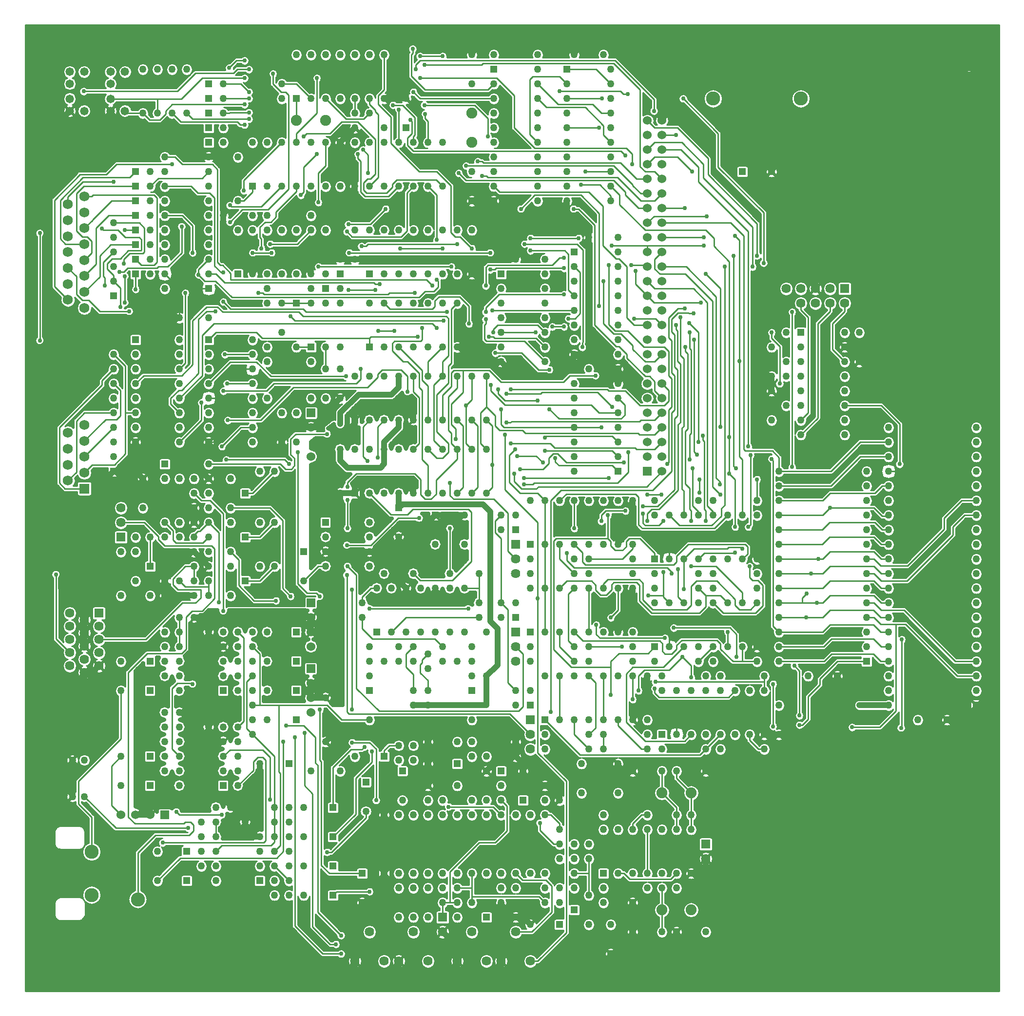
<source format=gbl>
G04*
G04  File:            TOPBOARD-V5.1.3.GBL, Sun Sep 28 03:23:30 2025*
G04  Source:          P-CAD 2006 PCB, Version 19.02.958, (D:\PCAD-2006\Projects\Pentagon-4096\Hardware\TopBoard-v5.1.3.PCB)*
G04  Format:          Gerber Format (RS-274-D), ASCII*
G04*
G04  Format Options:  Absolute Positioning*
G04                   Leading-Zero Suppression*
G04                   Scale Factor 1:1*
G04                   NO Circular Interpolation*
G04                   Inch Units*
G04                   Numeric Format: 4.4 (XXXX.XXXX)*
G04                   G54 NOT Used for Aperture Change*
G04                   Apertures Embedded*
G04*
G04  File Options:    Offset = (0.0mil,0.0mil)*
G04                   Drill Symbol Size = 80.0mil*
G04                   No Pad/Via Holes*
G04*
G04  File Contents:   Pads*
G04                   Vias*
G04                   No Designators*
G04                   No Types*
G04                   No Values*
G04                   No Drill Symbols*
G04                   Bottom*
G04*
%INTOPBOARD-V5.1.3.GBL*%
%ICAS*%
%MOIN*%
G04*
G04  Aperture MACROs for general use --- invoked via D-code assignment *
G04*
G04  General MACRO for flashed round with rotation and/or offset hole *
%AMROTOFFROUND*
1,1,$1,0.0000,0.0000*
1,0,$2,$3,$4*%
G04*
G04  General MACRO for flashed oval (obround) with rotation and/or offset hole *
%AMROTOFFOVAL*
21,1,$1,$2,0.0000,0.0000,$3*
1,1,$4,$5,$6*
1,1,$4,0-$5,0-$6*
1,0,$7,$8,$9*%
G04*
G04  General MACRO for flashed oval (obround) with rotation and no hole *
%AMROTOVALNOHOLE*
21,1,$1,$2,0.0000,0.0000,$3*
1,1,$4,$5,$6*
1,1,$4,0-$5,0-$6*%
G04*
G04  General MACRO for flashed rectangle with rotation and/or offset hole *
%AMROTOFFRECT*
21,1,$1,$2,0.0000,0.0000,$3*
1,0,$4,$5,$6*%
G04*
G04  General MACRO for flashed rectangle with rotation and no hole *
%AMROTRECTNOHOLE*
21,1,$1,$2,0.0000,0.0000,$3*%
G04*
G04  General MACRO for flashed rounded-rectangle *
%AMROUNDRECT*
21,1,$1,$2-$4,0.0000,0.0000,$3*
21,1,$1-$4,$2,0.0000,0.0000,$3*
1,1,$4,$5,$6*
1,1,$4,$7,$8*
1,1,$4,0-$5,0-$6*
1,1,$4,0-$7,0-$8*
1,0,$9,$10,$11*%
G04*
G04  General MACRO for flashed rounded-rectangle with rotation and no hole *
%AMROUNDRECTNOHOLE*
21,1,$1,$2-$4,0.0000,0.0000,$3*
21,1,$1-$4,$2,0.0000,0.0000,$3*
1,1,$4,$5,$6*
1,1,$4,$7,$8*
1,1,$4,0-$5,0-$6*
1,1,$4,0-$7,0-$8*%
G04*
G04  General MACRO for flashed regular polygon *
%AMREGPOLY*
5,1,$1,0.0000,0.0000,$2,$3+$4*
1,0,$5,$6,$7*%
G04*
G04  General MACRO for flashed regular polygon with no hole *
%AMREGPOLYNOHOLE*
5,1,$1,0.0000,0.0000,$2,$3+$4*%
G04*
G04  General MACRO for target *
%AMTARGET*
6,0,0,$1,$2,$3,4,$4,$5,$6*%
G04*
G04  General MACRO for mounting hole *
%AMMTHOLE*
1,1,$1,0,0*
1,0,$2,0,0*
$1=$1-$2*
$1=$1/2*
21,1,$2+$1,$3,0,0,$4*
21,1,$3,$2+$1,0,0,$4*%
G04*
G04*
G04  D10 : "Ellipse X10.0mil Y10.0mil H0.0mil 0.0deg (0.0mil,0.0mil) Draw"*
G04  Disc: OuterDia=0.0100*
%ADD10C, 0.0100*%
G04  D11 : "Ellipse X15.0mil Y15.0mil H0.0mil 0.0deg (0.0mil,0.0mil) Draw"*
G04  Disc: OuterDia=0.0150*
%ADD11C, 0.0150*%
G04  D12 : "Ellipse X16.0mil Y16.0mil H0.0mil 0.0deg (0.0mil,0.0mil) Draw"*
G04  Disc: OuterDia=0.0160*
%ADD12C, 0.0160*%
G04  D13 : "Ellipse X20.0mil Y20.0mil H0.0mil 0.0deg (0.0mil,0.0mil) Draw"*
G04  Disc: OuterDia=0.0200*
%ADD13C, 0.0200*%
G04  D14 : "Ellipse X25.0mil Y25.0mil H0.0mil 0.0deg (0.0mil,0.0mil) Draw"*
G04  Disc: OuterDia=0.0250*
%ADD14C, 0.0250*%
G04  D15 : "Ellipse X30.0mil Y30.0mil H0.0mil 0.0deg (0.0mil,0.0mil) Draw"*
G04  Disc: OuterDia=0.0300*
%ADD15C, 0.0300*%
G04  D16 : "Ellipse X40.0mil Y40.0mil H0.0mil 0.0deg (0.0mil,0.0mil) Draw"*
G04  Disc: OuterDia=0.0400*
%ADD16C, 0.0400*%
G04  D17 : "Ellipse X5.0mil Y5.0mil H0.0mil 0.0deg (0.0mil,0.0mil) Draw"*
G04  Disc: OuterDia=0.0050*
%ADD17C, 0.0050*%
G04  D18 : "Ellipse X6.0mil Y6.0mil H0.0mil 0.0deg (0.0mil,0.0mil) Draw"*
G04  Disc: OuterDia=0.0060*
%ADD18C, 0.0060*%
G04  D19 : "Ellipse X8.0mil Y8.0mil H0.0mil 0.0deg (0.0mil,0.0mil) Draw"*
G04  Disc: OuterDia=0.0080*
%ADD19C, 0.0080*%
G04  D20 : "Ellipse X9.8mil Y9.8mil H0.0mil 0.0deg (0.0mil,0.0mil) Draw"*
G04  Disc: OuterDia=0.0098*
%ADD20C, 0.0098*%
G04  D21 : "Ellipse X9.8mil Y9.8mil H0.0mil 0.0deg (0.0mil,0.0mil) Draw"*
G04  Disc: OuterDia=0.0098*
%ADD21C, 0.0098*%
G04  D22 : "Ellipse X111.0mil Y111.0mil H0.0mil 0.0deg (0.0mil,0.0mil) Flash"*
G04  Disc: OuterDia=0.1110*
%ADD22C, 0.1110*%
G04  D23 : "Ellipse X128.0mil Y128.0mil H0.0mil 0.0deg (0.0mil,0.0mil) Flash"*
G04  Disc: OuterDia=0.1280*
%ADD23C, 0.1280*%
G04  D24 : "Ellipse X143.0mil Y143.0mil H0.0mil 0.0deg (0.0mil,0.0mil) Flash"*
G04  Disc: OuterDia=0.1430*
%ADD24C, 0.1430*%
G04  D25 : "Ellipse X200.0mil Y200.0mil H0.0mil 0.0deg (0.0mil,0.0mil) Flash"*
G04  Disc: OuterDia=0.2000*
%ADD25C, 0.2000*%
G04  D26 : "Ellipse X215.0mil Y215.0mil H0.0mil 0.0deg (0.0mil,0.0mil) Flash"*
G04  Disc: OuterDia=0.2150*
%ADD26C, 0.2150*%
G04  D27 : "Ellipse X50.0mil Y50.0mil H0.0mil 0.0deg (0.0mil,0.0mil) Flash"*
G04  Disc: OuterDia=0.0500*
%ADD27C, 0.0500*%
G04  D28 : "Ellipse X58.0mil Y58.0mil H0.0mil 0.0deg (0.0mil,0.0mil) Flash"*
G04  Disc: OuterDia=0.0580*
%ADD28C, 0.0580*%
G04  D29 : "Ellipse X60.0mil Y60.0mil H0.0mil 0.0deg (0.0mil,0.0mil) Flash"*
G04  Disc: OuterDia=0.0600*
%ADD29C, 0.0600*%
G04  D30 : "Ellipse X64.0mil Y64.0mil H0.0mil 0.0deg (0.0mil,0.0mil) Flash"*
G04  Disc: OuterDia=0.0640*
%ADD30C, 0.0640*%
G04  D31 : "Ellipse X65.0mil Y65.0mil H0.0mil 0.0deg (0.0mil,0.0mil) Flash"*
G04  Disc: OuterDia=0.0650*
%ADD31C, 0.0650*%
G04  D32 : "Ellipse X69.0mil Y69.0mil H0.0mil 0.0deg (0.0mil,0.0mil) Flash"*
G04  Disc: OuterDia=0.0690*
%ADD32C, 0.0690*%
G04  D33 : "Ellipse X73.0mil Y73.0mil H0.0mil 0.0deg (0.0mil,0.0mil) Flash"*
G04  Disc: OuterDia=0.0730*
%ADD33C, 0.0730*%
G04  D34 : "Ellipse X75.0mil Y75.0mil H0.0mil 0.0deg (0.0mil,0.0mil) Flash"*
G04  Disc: OuterDia=0.0750*
%ADD34C, 0.0750*%
G04  D35 : "Ellipse X79.0mil Y79.0mil H0.0mil 0.0deg (0.0mil,0.0mil) Flash"*
G04  Disc: OuterDia=0.0790*
%ADD35C, 0.0790*%
G04  D36 : "Ellipse X84.0mil Y84.0mil H0.0mil 0.0deg (0.0mil,0.0mil) Flash"*
G04  Disc: OuterDia=0.0840*
%ADD36C, 0.0840*%
G04  D37 : "Ellipse X90.0mil Y90.0mil H0.0mil 0.0deg (0.0mil,0.0mil) Flash"*
G04  Disc: OuterDia=0.0900*
%ADD37C, 0.0900*%
G04  D38 : "Ellipse X96.0mil Y96.0mil H0.0mil 0.0deg (0.0mil,0.0mil) Flash"*
G04  Disc: OuterDia=0.0960*
%ADD38C, 0.0960*%
G04  D39 : "Rectangle X114.0mil Y114.0mil H0.0mil 0.0deg (0.0mil,0.0mil) Flash"*
G04  Square: Side=0.1140, Rotation=0.0, OffsetX=0.0000, OffsetY=0.0000, HoleDia=0.0000*
%ADD39R, 0.1140 X0.1140*%
G04  D40 : "Rectangle X50.0mil Y50.0mil H0.0mil 0.0deg (0.0mil,0.0mil) Flash"*
G04  Square: Side=0.0500, Rotation=0.0, OffsetX=0.0000, OffsetY=0.0000, HoleDia=0.0000*
%ADD40R, 0.0500 X0.0500*%
G04  D41 : "Rectangle X60.0mil Y60.0mil H0.0mil 0.0deg (0.0mil,0.0mil) Flash"*
G04  Square: Side=0.0600, Rotation=0.0, OffsetX=0.0000, OffsetY=0.0000, HoleDia=0.0000*
%ADD41R, 0.0600 X0.0600*%
G04  D42 : "Rectangle X64.0mil Y64.0mil H0.0mil 0.0deg (0.0mil,0.0mil) Flash"*
G04  Square: Side=0.0640, Rotation=0.0, OffsetX=0.0000, OffsetY=0.0000, HoleDia=0.0000*
%ADD42R, 0.0640 X0.0640*%
G04  D43 : "Rectangle X65.0mil Y65.0mil H0.0mil 0.0deg (0.0mil,0.0mil) Flash"*
G04  Square: Side=0.0650, Rotation=0.0, OffsetX=0.0000, OffsetY=0.0000, HoleDia=0.0000*
%ADD43R, 0.0650 X0.0650*%
G04  D44 : "Rectangle X69.0mil Y69.0mil H0.0mil 0.0deg (0.0mil,0.0mil) Flash"*
G04  Square: Side=0.0690, Rotation=0.0, OffsetX=0.0000, OffsetY=0.0000, HoleDia=0.0000*
%ADD44R, 0.0690 X0.0690*%
G04  D45 : "Rectangle X75.0mil Y75.0mil H0.0mil 0.0deg (0.0mil,0.0mil) Flash"*
G04  Square: Side=0.0750, Rotation=0.0, OffsetX=0.0000, OffsetY=0.0000, HoleDia=0.0000*
%ADD45R, 0.0750 X0.0750*%
G04  D46 : "Rectangle X79.0mil Y79.0mil H0.0mil 0.0deg (0.0mil,0.0mil) Flash"*
G04  Square: Side=0.0790, Rotation=0.0, OffsetX=0.0000, OffsetY=0.0000, HoleDia=0.0000*
%ADD46R, 0.0790 X0.0790*%
G04  D47 : "Rectangle X84.0mil Y84.0mil H0.0mil 0.0deg (0.0mil,0.0mil) Flash"*
G04  Square: Side=0.0840, Rotation=0.0, OffsetX=0.0000, OffsetY=0.0000, HoleDia=0.0000*
%ADD47R, 0.0840 X0.0840*%
G04  D48 : "Rectangle X99.0mil Y99.0mil H0.0mil 0.0deg (0.0mil,0.0mil) Flash"*
G04  Square: Side=0.0990, Rotation=0.0, OffsetX=0.0000, OffsetY=0.0000, HoleDia=0.0000*
%ADD48R, 0.0990 X0.0990*%
G04  D49 : "Ellipse X30.0mil Y30.0mil H0.0mil 0.0deg (0.0mil,0.0mil) Flash"*
G04  Disc: OuterDia=0.0300*
%ADD49C, 0.0300*%
G04  D50 : "Ellipse X45.0mil Y45.0mil H0.0mil 0.0deg (0.0mil,0.0mil) Flash"*
G04  Disc: OuterDia=0.0450*
%ADD50C, 0.0450*%
G04*
%FSLAX44Y44*%
%SFA1B1*%
%OFA0.0000B0.0000*%
G04*
G70*
G90*
G01*
D2*
%LNBottom*%
D16*
X100838Y182412*
X100750Y182500D1*
D2*
D15*
Y212322*
X100927D1*
D2*
D16*
X100750*
Y212500D1*
Y210500D2*
Y212322D1*
X100927D2*
X100750Y212500D1*
X100927Y217677D2*
X100750Y217500D1*
X104000Y155500D2*
Y153750D1*
D2*
D10*
X104100Y167800*
Y166250D1*
D2*
D16*
X103687Y169250*
X103687D1*
Y169249D2*
X103687Y169250D1*
X104500Y172575D2*
X104425Y172500D1*
X104500Y177950D2*
Y178850D1*
Y182412D2*
Y180250D1*
X103944Y185075D2*
X103869Y185000D1*
D2*
D10*
X103180Y187819*
X104501D1*
X102800Y188200D2*
X103180Y187819D1*
X103950Y188933D2*
X103381Y188364D1*
X104501Y190001D2*
Y189999D1*
Y191101D2*
Y191089D1*
X104500Y193000D2*
X103950Y192450D1*
D2*
D16*
X103943Y197440*
X103883Y197500D1*
D2*
D10*
X104350Y200700*
X104800D1*
X103950Y202339D2*
Y201100D1*
X103379Y202910D2*
X103950Y202339D1*
X103205Y204544D2*
X104499D1*
X102850Y204900D2*
X103205Y204544D1*
X104350Y205050D2*
X103950Y205450D1*
X104700Y205050D2*
X104350D1*
X104400Y209100D2*
X102850Y207550D1*
X103950Y208000D2*
X104450Y208500D1*
X103379Y207779D2*
Y207269D1*
X104400Y208800D2*
X103379Y207779D1*
X104200Y209300D2*
X102450Y207550D1*
D2*
D16*
X103943Y210547*
X103896Y210500D1*
X103943Y210547D2*
X104519D1*
X102318Y212322D2*
Y212480D1*
D2*
D10*
X106350Y166150*
X107000Y165500D1*
Y169500D2*
X106350Y168850D1*
D2*
D16*
X105750Y186881*
Y188250D1*
D2*
D10*
X107300Y190200*
X106550Y189450D1*
X106950Y192800D2*
X106700Y192550D1*
X105950*
X106950Y194550D2*
Y192800D1*
X106500Y196000D2*
X105700Y195200D1*
X107300Y196200D2*
X106500Y197000D1*
X105550Y199950D2*
X107550D1*
X105550Y203750D2*
Y202325D1*
X107200Y203500D2*
Y203200D1*
X107600Y203900D2*
X107200Y203500D1*
X106500Y202000D2*
X106950Y201550D1*
X106400Y203550D2*
X106950D1*
X106050Y203200D2*
X106400Y203550D1*
X106050Y202850D2*
Y203200D1*
X106500Y202400D2*
X106050Y202850D1*
X106500Y202000D2*
Y202400D1*
X105900Y202250D2*
Y201700D1*
X105800Y202350D2*
X105900Y202250D1*
X105800Y203300D2*
Y202350D1*
X106900Y202650D2*
X107200D1*
X107450Y202900*
X105050Y206200D2*
Y206184D1*
X106150Y206500D2*
X105300Y205650D1*
X106800Y205500D2*
X105800D1*
X105700Y205600*
X107300Y205000D2*
X106800Y205500D1*
D2*
D16*
X106368Y212250*
X106295Y212322D1*
D2*
D10*
X107440Y213500*
X107279Y213661D1*
D2*
D16*
X106250Y219250*
X106295Y219204D1*
D2*
D10*
X109350Y164100*
X108149Y162899D1*
D2*
D16*
X109000Y165500*
Y166250D1*
D2*
D10*
X110500Y174150*
X110850Y174500D1*
D2*
D16*
X110000Y179750*
X109750Y179500D1*
D2*
D10*
X110550Y181250*
X110900Y180900D1*
X110550Y181650D2*
Y181250D1*
D2*
D16*
X110000Y181500*
Y180500D1*
D2*
D10*
X110550Y184950*
X110000Y185500D1*
X108600D2*
X109550Y184550D1*
Y184350*
X110000Y183900*
X110550Y184300D2*
Y184950D1*
X110750Y184100D2*
X110550Y184300D1*
D2*
D16*
X108500Y187750*
Y188500D1*
X109000Y187250D2*
X108500Y187750D1*
X110500Y187250D2*
X109000D1*
D2*
D10*
X110400Y194000*
Y193600D1*
X109250Y203100D2*
X109450Y203300D1*
X108400Y203100D2*
X109250D1*
X109450Y202900D2*
X109550Y203000D1*
X110200*
X108250Y206000D2*
X108600Y205650D1*
X108400Y204850D2*
X108250Y205000D1*
X108350Y204100D2*
X108400Y204150D1*
Y204850*
X109550Y209050D2*
X109000Y208500D1*
X109450Y207700D2*
X109250Y207900D1*
X110000Y210500D2*
X110700D1*
X110050Y213650D2*
X110500Y214100D1*
X110050Y213450D2*
Y213650D1*
X109650Y213050D2*
X110050Y213450D1*
X108950Y213050D2*
X109650D1*
X108500Y213500D2*
X108950Y213050D1*
X109500Y214488D2*
Y213500D1*
X113500Y163000D2*
X113900Y163400D1*
X111950Y164800D2*
Y164400D1*
X111650Y164100*
D2*
D16*
X112750Y166750*
X113000D1*
X112250Y166250D2*
X112750Y166750D1*
X113000Y171500D2*
Y172500D1*
D2*
D10*
X111450Y176850*
X111150Y176550D1*
X111850Y174500D2*
X111900Y174450D1*
X112550Y179450D2*
X111850D1*
X111450Y179050*
D2*
D16*
X113000Y178000*
Y179000D1*
X112000*
D2*
D10*
X113000Y180500*
Y181100D1*
Y181500*
Y181100D2*
X111400D1*
X112450Y180900D2*
Y180350D1*
X112000Y182500D2*
X111400D1*
X112000D2*
Y181500D1*
X113000Y184500D2*
X112600Y184100D1*
X113000Y185500D2*
X113700Y184800D1*
X112000Y184650D2*
Y184500D1*
X112250Y184900D2*
X112000Y184650D1*
X112400Y184900D2*
X112250D1*
X113000Y185500D2*
X112400Y184900D1*
X113200Y183900D2*
X113400Y183700D1*
X112500Y187000D2*
X113100D1*
X112000Y187500D2*
X112500Y187000D1*
D2*
D16*
X112000Y186500*
X111250D1*
D2*
D10*
X113000Y191000*
X113450D1*
X113700Y191250*
D2*
D16*
X113000Y191000*
Y190250D1*
X112250D2*
X113000D1*
X112250D2*
Y189250D1*
D2*
D10*
X112500Y193700*
Y192500D1*
X113700Y194000D2*
X113000D1*
X111150Y195550D2*
X111900Y196300D1*
Y199300D2*
X112850Y200250D1*
X113600*
X113350Y199100D2*
X112550Y198300D1*
X112850Y199950D2*
X112300Y199400D1*
X113450Y199950D2*
X112850D1*
X112300Y202800D2*
X113000Y203500D1*
X112300Y202450D2*
Y202800D1*
X113000Y202500D2*
X113500D1*
X112300Y202450D2*
X112725Y202025D1*
X113475*
X113400Y203050D2*
X113850Y202600D1*
X113600Y203300D2*
X113800Y203100D1*
X111900Y205800D2*
X111200Y206500D1*
X111800Y208500D2*
X112250Y208050D1*
X113050*
X113400Y207700*
X113000Y209500D2*
X112550Y209050D1*
D2*
D16*
X111500Y211000*
Y211750D1*
X112000Y210500D2*
X111500Y211000D1*
X113000Y210500D2*
X112000D1*
D2*
D10*
X111500Y213500*
X111900Y213100D1*
X112550Y215900D2*
X111138Y214488D1*
X116900Y163750D2*
X116750Y163600D1*
D2*
D16*
X115500Y164000*
X116500D1*
X114500Y166000D2*
X115500D1*
X114500Y166500D2*
X114250Y166750D1*
X114500Y166000D2*
Y166500D1*
X115500Y166000D2*
X116500D1*
D2*
D10*
X116050Y169150*
X116350Y169450D1*
X116050Y168550D2*
Y169150D1*
X116700Y169950D2*
X114450D1*
X116350Y169450D2*
X116700D1*
X116900Y169250*
X115400Y171900D2*
X115000Y171500D1*
X116500Y173000D2*
X116000D1*
X115600Y174600D2*
X116000Y175000D1*
X115000Y178000D2*
X115400Y177600D1*
X115050Y181200D2*
X116100Y180150D1*
X116500Y181500D2*
X115500D1*
X116500Y184500D2*
X115500D1*
X116000Y187500D2*
X115500D1*
X116550Y192500D2*
X114300D1*
X116000Y197000D2*
X114100D1*
X114650Y196000D2*
X116000D1*
X114475Y196475D2*
X116275D1*
X116250Y198500D2*
X116650Y198100D1*
X114500Y202550D2*
Y202100D1*
X116700Y201200D2*
X116800Y201100D1*
X116400Y201200D2*
X116700D1*
D2*
D16*
X116000Y203500*
Y202500D1*
D2*
D10*
X115300Y206900*
X114450Y206050D1*
X116500Y205700D2*
Y205000D1*
X116600Y204900*
Y204250*
X116850Y206050D2*
X116500Y205700D1*
X115400Y207500D2*
X115000D1*
X116000Y208100D2*
X115400Y207500D1*
X116000Y208500D2*
Y208100D1*
X114550Y207100D2*
X116600D1*
X114450Y207200D2*
X114550Y207100D1*
X115400Y208200D2*
Y208900D1*
X115150Y212700D2*
X115450D1*
X114950Y212900D2*
X115150Y212700D1*
X114450Y213550D2*
X114400Y213500D1*
X115750Y213550D2*
X114450D1*
X115750Y214950D2*
X115200Y215500D1*
X114700Y216250D2*
X114950Y216500D1*
X115750*
X114900Y217100D2*
X114400Y216600D1*
X114900Y217100D2*
X115450D1*
X117500Y163000D2*
X117900Y163400D1*
X118100Y163000D2*
X117650Y162550D1*
X117500Y163650D2*
Y164000D1*
X117250Y163400D2*
X117500Y163650D1*
X117900Y168350D2*
X117800Y168450D1*
X118300Y171600D2*
X119500D1*
X118050Y181000D2*
X118600Y180450D1*
X119100Y181300D2*
X119725Y180675D1*
X118600Y191200D2*
Y190150D1*
X118950Y191550D2*
X118600Y191200D1*
X118500Y189500D2*
X118200Y189800D1*
X118650Y189150D2*
X118250D1*
X117900Y189500*
X118850Y189400D2*
X118650Y189150D1*
X118600Y190150D2*
X118850Y189900D1*
Y189400*
D2*
D16*
X118000Y191750*
Y191000D1*
Y190250*
D2*
D10*
X119650Y199900*
X119450Y200100D1*
X119150Y199900D2*
X119450Y199600D1*
X118900Y199300D2*
X118600Y199600D1*
X119000Y200500D2*
X118000D1*
X117600Y206400D2*
X117250Y206050D1*
X117600Y206750D2*
Y206400D1*
X119050Y204550D2*
X117200D1*
X119500Y208100D2*
X119300Y207900D1*
X119500Y209800D2*
Y208100D1*
X119000Y208500D2*
Y208150D1*
Y212100D2*
Y211500D1*
X119500Y211900D2*
X119700Y212100D1*
X117400Y215500D2*
X117950Y214950D1*
X119000Y215500D2*
X118000D1*
X117950Y214950D2*
X118250D1*
X118450Y214750*
X120450Y158850D2*
X122050Y157250D1*
X121300Y156650D2*
X121700D1*
X120100Y157850D2*
X121300Y156650D1*
X121750Y160250D2*
X121500Y160000D1*
X121100Y162950D2*
X121400D1*
X120300Y169050D2*
X120450Y168900D1*
X120300Y170800D2*
Y169050D1*
X120600Y169250D2*
X120700Y169150D1*
X122725Y169975D2*
X121500Y168750D1*
X121100Y173000D2*
X122100Y172000D1*
X122450Y172550D2*
X122600Y172400D1*
D2*
D16*
X122000Y178000*
X121000D1*
D2*
D10*
Y182500*
X120500D1*
X120375Y180675D2*
X120600Y180450D1*
D2*
D16*
X122000Y183500*
X121000D1*
D2*
D10*
X122500Y187950*
Y188250D1*
D2*
D16*
X121750Y187500*
X122000D1*
X121250Y188000D2*
X121750Y187500D1*
X122000Y189750D2*
Y190500D1*
X122500Y189250D2*
X122000Y189750D1*
X121750Y191500D2*
X121250Y191000D1*
X122500Y191500D2*
X121750D1*
X122000Y192250D2*
Y193000D1*
X121000D2*
X122000Y194000D1*
X121000Y192500D2*
Y193000D1*
D2*
D10*
Y197500*
Y196000D1*
X122450Y205400D2*
X122800Y205050D1*
X121000Y209900D2*
X120500Y209400D1*
Y207400*
X121300Y212100D2*
X122100Y212900D1*
D2*
D16*
X122000Y211500*
Y210750D1*
D2*
D10*
X121000Y214500*
X122400Y213100D1*
X120400Y215900D2*
Y213500D1*
D2*
D16*
X125000Y159750*
X124750Y159500D1*
X125000Y161500D2*
Y159750D1*
X124750Y159500D2*
X123500D1*
D2*
D10*
X123750Y165300*
Y165750D1*
D2*
D16*
X125000Y167000*
X125500Y167500D1*
X125000Y165500D2*
Y167000D1*
D2*
D10*
X124150Y169850*
Y169100D1*
X125000Y169900D2*
Y169500D1*
X125350Y170250D2*
X125000Y169900D1*
X124000Y170450D2*
X124450Y170000D1*
X123650Y170150D2*
X123475Y169975D1*
X123500Y178250D2*
Y179000D1*
X124200Y177550D2*
X123500Y178250D1*
X124100Y181000D2*
X123500Y180400D1*
X124500Y181000D2*
X124100D1*
X124000Y187500D2*
X125450Y186050D1*
X123550Y190000D2*
X123850Y189700D1*
D2*
D16*
X125000Y191000*
Y190500D1*
Y189500D2*
X124750Y189250D1*
X125000Y190500D2*
Y189500D1*
X123250Y194250D2*
X125500D1*
D2*
D10*
X124000Y192500*
X123550Y192050D1*
X124550D2*
X125000Y192500D1*
X123400Y196000D2*
Y195300D1*
X124550Y195650D2*
Y195450D1*
X124850Y195950D2*
X124550Y195650D1*
X125700Y197900D2*
X125550Y197750D1*
Y197250*
X124100Y198200D2*
X124000Y198100D1*
X125400Y200100D2*
X125000Y200500D1*
X124600Y198600D2*
X125700D1*
X124300Y201900D2*
X124400Y201800D1*
X124700*
X125250Y201100D2*
X125350Y201200D1*
X123750Y204400D2*
X123450D1*
X123900Y204550D2*
X123750Y204400D1*
X125550Y208650D2*
X125850Y208950D1*
X125550Y208450D2*
Y208650D1*
X125150Y208050D2*
X125550Y208450D1*
X124600Y209100D2*
X124000Y208500D1*
X123600Y208250D2*
X123800Y208050D1*
X125150*
X123400Y208100D2*
X123700Y207800D1*
X125300*
X124400Y209350D2*
X124050Y209000D1*
X123600Y208750D2*
Y208250D1*
X123850Y209000D2*
X123600Y208750D1*
X124050Y209000D2*
X123850D1*
X123200Y212900D2*
X124400Y211700D1*
X123200Y210400D2*
X123400Y210200D1*
X123200Y210700D2*
Y210400D1*
X123550Y211000D2*
X123900Y210650D1*
X123600Y213100D2*
X124000Y213500D1*
X124400Y213600D2*
X124600Y213400D1*
X124400Y213700D2*
Y213600D1*
X124000Y214100D2*
X124400Y213700D1*
X124000Y214500D2*
Y214100D1*
X124600Y214700D2*
X125000Y215100D1*
X124600Y214100D2*
Y214700D1*
X125450Y213250D2*
X124600Y214100D1*
D2*
D16*
X128000Y169000*
Y170500D1*
Y173000D2*
X127000D1*
D2*
D10*
X128000Y176500*
X127600Y176100D1*
X126500Y176500D2*
Y175600D1*
X127000Y175100*
X127600Y176100D2*
Y175900D1*
X127475Y175775*
Y175225*
X128000Y174700*
X127450Y181550D2*
X127000Y182000D1*
D2*
D16*
X128500Y180500*
Y181000D1*
X128250Y180250D2*
X128500Y180500D1*
X126750Y180250D2*
X128250D1*
X126500Y180500D2*
X126750Y180250D1*
X126500Y181000D2*
Y180500D1*
X127750Y185250D2*
Y183500D1*
D2*
D10*
X127800Y187100*
X128200D1*
X128550Y187450*
Y188400*
X126600Y186050D2*
X126950Y186400D1*
X127100Y188850D2*
X127500Y188450D1*
Y187400D2*
X127800Y187100D1*
X127500Y188450D2*
Y187400D1*
D2*
D16*
X127000Y188000*
Y187500D1*
X126500Y188500D2*
X127000Y188000D1*
D2*
D10*
X128600Y189900*
X128000Y190500D1*
X127000D2*
X127400Y190900D1*
X127600Y189800D2*
X128000Y189400D1*
Y194850D2*
Y192500D1*
X127400Y194750D2*
X127600Y194550D1*
X127400Y194050D2*
X127000Y194450D1*
D2*
D16*
Y193000*
Y192500D1*
X126500Y193500D2*
X127000Y193000D1*
D2*
D10*
X126600Y195500*
X126150Y195950D1*
X127600Y195900D2*
Y195250D1*
X126600Y196500D2*
X127400Y195700D1*
X128000Y195500D2*
Y196500D1*
X126300D2*
X126600D1*
X128600Y198800D2*
X128300Y199100D1*
X128475Y200275D2*
X128300Y200100D1*
X128475Y200675D2*
Y200275D1*
X127900Y202100D2*
X128300Y201700D1*
X127800Y201300D2*
X128400D1*
X128700Y201600*
Y202000D2*
X128600Y202100D1*
X128700Y201600D2*
Y202000D1*
X126150Y205050D2*
X126550Y205450D1*
X128600Y209500D2*
X127400D1*
X126550Y208050D2*
X127000Y208500D1*
X128600Y207900D2*
X128000Y208500D1*
X127000Y211900D2*
Y211500D1*
X127100Y212000D2*
X127000Y211900D1*
X126600Y211800D2*
X126900Y212100D1*
X126600Y211300D2*
Y211800D1*
X127000Y210900D2*
X126600Y211300D1*
X127800Y213450D2*
Y213150D1*
X126250Y214050D2*
X127100Y213200D1*
X127450Y214500D2*
X127000Y214950D1*
X126850Y217500D2*
Y216050D1*
X126950Y217600D2*
X126850Y217500D1*
X126950Y217900D2*
Y217600D1*
X127150Y216800D2*
X127450Y217100D1*
X127150Y216500D2*
Y216800D1*
D2*
D16*
X130000Y153750*
Y155500D1*
D2*
D10*
X131000Y160500*
X130000D1*
X131000D2*
Y161500D1*
Y159900D2*
Y159500D1*
Y160500D2*
Y159900D1*
X129500Y159550D2*
Y161600D1*
X129550Y159500D2*
X129500Y159550D1*
X129550Y159500D2*
X130000D1*
X130950Y182850D2*
X129650Y181550D1*
X131500Y182000D2*
Y181000D1*
X130500*
X131400Y187900D2*
X131000Y187500D1*
X130400Y187900D2*
X130000Y187500D1*
X130750Y186400D2*
X130950Y186200D1*
X129500Y187350D2*
X129750Y187100D1*
X129500Y187350D2*
Y188200D1*
X129600Y191600D2*
X129400Y191800D1*
X129600Y190900D2*
Y191600D1*
X130000Y190500D2*
X129600Y190900D1*
X130000Y189850D2*
Y190500D1*
X131000D2*
X130600Y190900D1*
X129900Y191200D2*
Y191900D1*
X129400Y190900D2*
Y190300D1*
Y194100D2*
X130000Y194700D1*
X130600Y193500D2*
X131000Y193900D1*
Y192500D2*
X131400Y192100D1*
X130000Y192500D2*
X130400Y192100D1*
X129600Y193600D2*
X130400Y194400D1*
X129600Y192200D2*
Y193600D1*
X129400Y196200D2*
Y195050D1*
X129600Y196400D2*
X129400Y196200D1*
X129750Y195900D2*
X130400D1*
X129600Y195750D2*
X129750Y195900D1*
D2*
D16*
X131500Y197500*
X130000D1*
X131500Y197000D2*
Y197500D1*
D2*
D10*
X130800Y199100*
Y200300D1*
X130000Y200500D2*
X129600Y200100D1*
X131850Y199000D2*
Y198050D1*
X129250Y199600D2*
X129400Y199450D1*
D2*
D16*
X131000Y202500*
Y203500D1*
Y202500D2*
X131500D1*
D2*
D10*
X129850Y205050*
X129550Y205350D1*
X130200Y205050D2*
X129850D1*
X131000Y204250D2*
X130200Y205050D1*
X130100Y209400D2*
X130600Y208900D1*
X131700Y210200D2*
X131800Y210100D1*
X131400Y210200D2*
X131700D1*
X131650Y216800D2*
X131750Y216900D1*
D2*
D16*
X133000Y155500*
Y153750D1*
X134000Y158500D2*
X133000D1*
X134000D2*
X134500D1*
D2*
D10*
X134000Y161500*
X134450Y161050D1*
X132600Y163600D2*
X133400Y164400D1*
X132450Y166050D2*
X133000Y165500D1*
X133400Y166100D2*
X133000Y166500D1*
D2*
D16*
X134000Y170500*
Y169500D1*
X133000*
X134500Y169000D2*
X134000Y169500D1*
X134500Y168500D2*
Y169000D1*
D2*
D10*
X134200Y172600*
X134500Y172900D1*
D2*
D16*
X132250Y178750*
X132750Y178250D1*
D2*
D10*
X132600Y184800*
X133000Y184400D1*
X132600Y185600D2*
Y184800D1*
X132500Y187100D2*
X133450Y186150D1*
X133550Y188250D2*
X134300Y187500D1*
X134400Y187800D2*
X133900Y188300D1*
Y188850*
X134450Y191800D2*
X132900D1*
X134650Y191600D2*
X134450Y191800D1*
X133950Y190500D2*
X133550Y190100D1*
X132800Y194300D2*
Y194600D1*
X133250Y193850D2*
X132800Y194300D1*
X132300Y194500D2*
Y194900D1*
X133250Y193550D2*
X132300Y194500D1*
X133650Y192350D2*
X133350D1*
X133700Y192400D2*
X133650Y192350D1*
X132600Y192100D2*
Y192800D1*
X133000Y192200D2*
Y193250D1*
X134400Y197100D2*
X132600D1*
X133000Y195100D2*
X132200Y195900D1*
D2*
D16*
X133000Y196500*
X134000Y195500D1*
D2*
D10*
X132450Y198200*
X132150D1*
X132550Y198100D2*
X132450Y198200D1*
Y198500D2*
Y198700D1*
X132750Y199000*
X132550Y202800D2*
X132250D1*
X132650Y202900D2*
X132550Y202800D1*
D2*
D16*
X132500Y206500*
X134000D1*
D2*
D10*
X132500Y208500*
X132900Y208100D1*
X132100Y215100D2*
X132500Y215500D1*
X132700Y215900D2*
X133900Y214700D1*
X136450Y158850D2*
X135100Y157500D1*
X136050Y161050D2*
X136450Y160650D1*
X135600Y159900D2*
X136000Y159500D1*
X137000Y164900D2*
Y164500D1*
X136600Y163500D2*
X137000D1*
X135650Y164450D2*
X136600Y163500D1*
X136000Y165500D2*
X136400D1*
D2*
D16*
X137000Y167250*
Y166500D1*
X136750Y167500D2*
X137000Y167250D1*
X136000Y167500D2*
X136750D1*
D2*
D10*
X137800Y175600*
X136600Y176800D1*
X137500Y181500D2*
X137000Y181000D1*
X136600Y184250D2*
X136750Y184400D1*
X135550Y187950D2*
X135400Y187800D1*
X137450Y187450D2*
X137000Y187000D1*
X136400D2*
X137100Y187700D1*
X135150Y188100D2*
X135250Y188200D1*
X135500Y187500D2*
X136000Y187000D1*
X136850Y190200D2*
X136550D1*
X137450Y189600D2*
X136850Y190200D1*
X136650Y190600D2*
X136350Y190900D1*
X136700Y189650D2*
Y189900D1*
X136950Y189400D2*
X136700Y189650D1*
X135950Y191350D2*
X136000Y191300D1*
X136100Y191400D2*
X136000Y191300D1*
X135400Y190050D2*
X135850Y189600D1*
X136250Y189900D2*
Y189550D1*
X135850Y189150*
X136550Y190200D2*
X136250Y189900D1*
X135800Y194400D2*
X135700Y194300D1*
X136950Y192600D2*
X136300Y193250D1*
X137700Y195550D2*
X137250Y195100D1*
X136300Y195950D2*
X135550D1*
X137300Y198900D2*
X136500D1*
X135500Y199000D2*
X136000Y198500D1*
X137300Y203600D2*
X137000D1*
X136500Y203100*
X137600Y203850D2*
Y201400D1*
X135500Y214500D2*
X136100Y213900D1*
X135500Y215500D2*
X136900Y214100D1*
X139000Y161500D2*
Y160000D1*
Y175000D2*
X139450Y174550D1*
X140500Y176000D2*
Y175600D1*
X139750Y177600D2*
X139500Y177850D1*
Y178500*
X140200Y180550D2*
X139800D1*
X140550Y180900D2*
X140200Y180550D1*
X140550Y181250D2*
Y180900D1*
X140700Y181400D2*
X140550Y181250D1*
X140000Y181300D2*
Y181000D1*
X140300Y181600D2*
X140000Y181300D1*
X138750Y182600D2*
X138550Y182800D1*
X139800Y180550D2*
X139475Y180874D1*
Y181224*
X139200Y181500D2*
X139475Y181224D1*
X140500Y183900D2*
X140800Y183600D1*
X140500Y184200D2*
Y183900D1*
X140300Y184400D2*
X140500Y184200D1*
X140600Y193400D2*
X139600Y194400D1*
X139700Y193000D2*
X139150Y193550D1*
X140350Y194500D2*
X140250Y194600D1*
X138550Y197800D2*
X138600Y197850D1*
X138550Y197500D2*
Y197800D1*
D2*
D16*
X139500Y197000*
X139000D1*
X140500Y196000D2*
X139500Y197000D1*
D2*
D10*
X140350Y199050*
X140800Y198600D1*
X140000Y199100D2*
X140700Y198400D1*
X138050Y199450D2*
X138400Y199800D1*
X138600Y204150D2*
X138200Y204550D1*
D2*
D16*
X139000Y205750*
X138250Y206500D1*
X139000Y205000D2*
Y205750D1*
D2*
D10*
X138450Y208600*
X139750D1*
X138750Y209500D2*
X140500D1*
Y207850D2*
Y207500D1*
X139750Y208600D2*
X140500Y207850D1*
X139000Y208100D2*
X139950Y207150D1*
X140000Y212000D2*
X140500Y211500D1*
X140000Y212650D2*
Y212000D1*
X139250Y214100D2*
X139850Y213500D1*
X140500*
X141800Y161100D2*
X141400Y161500D1*
X142000Y164500D2*
Y164900D1*
X142600Y165500D2*
X143000D1*
X142600Y170000D2*
X143000D1*
D2*
D16*
X142000Y169000*
Y168500D1*
X142250Y169250D2*
X142000Y169000D1*
D2*
D10*
X143800Y173550*
X143500Y173850D1*
D2*
D16*
X142000Y172500*
Y172000D1*
X142250Y172750D2*
X142000Y172500D1*
X143000Y172750D2*
X142250D1*
X143750D2*
X143000D1*
D2*
D10*
X141050Y176550*
X143050D1*
X142800Y175400D2*
X142400Y175000D1*
X142000Y175600D2*
X141550Y175150D1*
X143600Y178700D2*
X141250D1*
D2*
D16*
X142000Y178750*
X141250D1*
D2*
D10*
X142450Y181200*
X142250Y181400D1*
X142450Y180150D2*
Y181200D1*
X142700Y181350D2*
X142450Y181600D1*
X142700Y180200D2*
Y181350D1*
X142500Y184400D2*
X143500Y183400D1*
X141300Y183600D2*
X141550Y183850D1*
X142000Y183700D2*
Y184000D1*
X141550Y183850D2*
Y184200D1*
X141750Y184400*
X142500*
X142850Y185300D2*
X142700Y185450D1*
X143800Y185300D2*
X142850D1*
X142650Y185100D2*
X142400Y185350D1*
X143300Y184700D2*
X141250D1*
D2*
D16*
X142000Y184750*
X141250D1*
D2*
D10*
X142700Y186600*
X143700D1*
X143300Y186400D2*
X143800D1*
X143000Y186100D2*
X143300Y186400D1*
X142400Y187250D2*
X142200Y187450D1*
X142250Y190500D2*
X142150Y190600D1*
X143500Y190500D2*
X142250D1*
X142450Y191500D2*
X142350Y191600D1*
X143500Y191500D2*
X142450D1*
X142550Y192500D2*
X142450Y192400D1*
X143500Y192500D2*
X142550D1*
X142500Y193500D2*
X141500Y194500D1*
X141450Y193550D2*
Y192850D1*
X141200Y192600*
X141600Y197000D2*
X141050Y197550D1*
X141600Y196750D2*
Y197000D1*
X142850Y195500D2*
X141600Y196750D1*
X143150Y195500D2*
X142850D1*
X143500Y195150D2*
X143150Y195500D1*
X142850Y196500D2*
X143500D1*
X142000Y197350D2*
X142850Y196500D1*
X142000Y197600D2*
Y197350D1*
X142100Y199000D2*
X143000D1*
X141600Y199500D2*
X142100Y199000D1*
Y199450D2*
X143550D1*
X141050Y203550D2*
X141600Y203000D1*
X142200Y201800D2*
Y202700D1*
X143000Y202000D2*
X143500Y201500D1*
Y203500D2*
Y202850D1*
X143850Y202500*
X142850Y203100D2*
X143000Y203000D1*
X141900Y203100D2*
X142850D1*
X143450Y206450D2*
X143000Y206000D1*
X141100Y207250D2*
Y207900D1*
X142850Y209500D2*
X143500D1*
X142500Y209850D2*
X142850Y209500D1*
X142550Y208000D2*
X143000D1*
X142000Y208550D2*
X142550Y208000D1*
X142000Y208600D2*
Y208550D1*
X142550Y207500D2*
X143500D1*
X142250Y209000D2*
X143000D1*
X141500Y208100D2*
Y207900D1*
X143500Y211500D2*
X143000Y211000D1*
X141500Y210600D2*
X141200Y210900D1*
X141550Y211100D2*
X141950Y210700D1*
X141350Y214800D2*
X141650D1*
X143450Y214450D2*
Y213650D1*
X141150Y215000D2*
X141350Y214800D1*
X145000Y161500D2*
X144600Y161100D1*
X146000Y165500D2*
Y167000D1*
X145000Y166000D2*
Y165500D1*
X144900Y172750D2*
X145000Y172650D1*
X146000Y175700D2*
X145400Y176300D1*
X146000Y174900D2*
Y175700D1*
X145400Y176300D2*
X144500Y175400D1*
X144675Y176525D2*
X144200D1*
X145000Y176850D2*
X144675Y176525D1*
X145350Y177450D2*
X145000Y177100D1*
X146000Y179850D2*
X145700Y179550D1*
X144550Y178750D2*
X144500Y178700D1*
X145100Y180400D2*
Y182300D1*
X146350Y181500D2*
X146000Y181150D1*
X144100Y182100D2*
Y180500D1*
Y180400*
X144650Y182100D2*
Y182000D1*
Y182100D2*
X144350Y182400D1*
X145000Y182800D2*
X144800Y182600D1*
X145800Y184000D2*
X145000Y183200D1*
X144550Y184750D2*
X144500Y184700D1*
X145600Y188150D2*
X145900Y187850D1*
X145500Y187650D2*
X145350Y187800D1*
X146550Y188450D2*
Y187550D1*
X146500Y186250D2*
X146100Y186650D1*
X145900Y186400D2*
X146000Y186300D1*
X145900Y187850D2*
Y186400D1*
X145750Y191900D2*
X145600Y191750D1*
X145900Y191500D2*
X146000Y191600D1*
X145900Y189800D2*
Y191500D1*
X146800Y191150D2*
Y191450D1*
X146900Y191050D2*
X146800Y191150D1*
X146200Y190350D2*
X146400Y190150D1*
X144450Y189600D2*
X144350Y189500D1*
X144650Y193400D2*
X144450Y193200D1*
Y193800D2*
X144150Y193500D1*
X144450Y194550D2*
Y193800D1*
X144850Y192600D2*
X145050Y192800D1*
X144650Y193000D2*
X144850Y193200D1*
X145100Y192200D2*
X145250Y192350D1*
X145600Y197200D2*
X145750Y197050D1*
X145600Y197500D2*
Y197200D1*
X144450Y195550D2*
X144650Y195350D1*
X144450Y197200D2*
Y195550D1*
X144150Y197500D2*
X144450Y197200D1*
X146000Y197300D2*
X145900Y197400D1*
X145050Y195950D2*
X144850Y196150D1*
X145500Y196700D2*
X145250Y196950D1*
X144850Y195550D2*
X144650Y195750D1*
X145250Y196350D2*
X145050Y196550D1*
X146500Y198500D2*
X145850Y199150D1*
Y199800D2*
X146150D1*
X145800Y199850D2*
X145850Y199800D1*
X145100Y199850D2*
X145800D1*
X144650Y199400D2*
X145100Y199850D1*
X144650Y198550D2*
Y199400D1*
X144850Y198350D2*
X144650Y198550D1*
X145100Y200150D2*
X145550D1*
X144450Y199500D2*
X145100Y200150D1*
X144450Y198150D2*
Y199500D1*
X144950Y198700D2*
Y199000D1*
X145050Y198600D2*
X144950Y198700D1*
X146500Y208800D2*
Y209800D1*
X149500Y176000D2*
X148850D1*
X148000Y176850*
X148650Y178300D2*
X149100Y177850D1*
X149300Y179550D2*
X149000Y179850D1*
X148000Y177200D2*
X147750Y177450D1*
X147700Y182500D2*
X149500Y180700D1*
X149000Y180250D2*
X147750Y181500D1*
X148950Y183400D2*
X149000Y183450D1*
X149850Y183850D2*
X149700Y184000D1*
X149850Y183350D2*
Y183850D1*
X149000Y185300D2*
Y185200D1*
X149400Y183800D2*
X149500Y183700D1*
X148450D2*
X148550Y183800D1*
X149400*
X147450Y187950D2*
X148000Y187400D1*
X148050Y186450D2*
X148300Y186700D1*
X147700Y188550D2*
X147950Y188300D1*
X148600Y188850D2*
X149000Y188450D1*
X147950Y188300D2*
Y188100D1*
X147100Y186650D2*
X147500Y186250D1*
X149300Y190000D2*
X149500Y189800D1*
X149700Y190400D2*
X149600Y190500D1*
X148900Y189350D2*
X149050Y189200D1*
X149300Y204800D2*
X149000Y205100D1*
X149600D2*
X148700Y206000D1*
X147550Y204400D2*
Y204950D1*
X150600Y170000D2*
X151000D1*
D2*
D16*
Y172000*
X150250Y172750D1*
D2*
D10*
X151000Y174600*
Y175000D1*
D2*
D16*
X152750Y174250*
X151250Y175750D1*
D2*
D10*
X150900Y179800*
X150400Y179300D1*
X152000Y178000D2*
X151600Y178400D1*
X150550Y181550D2*
X150900Y181200D1*
X150200Y181550D2*
X150550D1*
X150500Y187000D2*
Y188450D1*
X151600Y189750D2*
X151500Y189850D1*
X152000Y189950D2*
X151550Y190400D1*
X150050Y190100D2*
Y189950D1*
D2*
D16*
X150250Y196300*
X151050Y195500D1*
X151500D2*
X151050D1*
D2*
D10*
X151500Y198100*
Y198500D1*
D2*
D16*
X151950Y203000*
X150250Y201300D1*
X151500Y214500D2*
X150500D1*
D2*
D10*
X154000Y172050*
Y173600D1*
X153600Y171650D2*
X154000Y172050D1*
X153400Y171650D2*
X153600D1*
X155100Y176000D2*
X155600Y176500D1*
X154800Y174400D2*
Y174800D1*
X153050Y175700D2*
X153400Y175350D1*
X155000Y178000D2*
X155500Y178500D1*
X155000Y179000D2*
X155500Y179500D1*
X153850Y179000D2*
X155000D1*
X153900Y180650D2*
X153600Y180350D1*
X155000Y181000D2*
X155500Y181500D1*
X155000Y182000D2*
X155500Y182500D1*
X154200Y182000D2*
X155000D1*
X154950Y184000D2*
X155450Y184500D1*
Y185500D2*
X154950Y185000D1*
X155000Y187000D2*
X155500Y187500D1*
X153500Y192500D2*
X154000Y193000D1*
X155500Y200500D2*
Y199950D1*
X154650Y199100*
X153500Y200050D2*
Y200500D1*
X154000Y199550D2*
X153500Y200050D1*
D2*
D16*
X154500Y203000*
Y201500D1*
D2*
D10*
X158900Y171500*
X157000D1*
X158500Y179000D2*
X158000D1*
Y182000D2*
X158500D1*
D2*
D16*
X157000Y197500*
X156500D1*
X157500Y197000D2*
X157000Y197500D1*
X157500Y196500D2*
Y197000D1*
D2*
D10*
X156500Y200500*
Y199950D1*
X160400Y171500D2*
X160350Y171450D1*
X160000Y178550D2*
X160650D1*
X159500Y185000D2*
X159050D1*
X159500Y188000D2*
X159050D1*
X160950Y196500D2*
X161000Y196450D1*
X163900Y184650D2*
Y185200D1*
X163300Y185050D2*
Y185800D1*
D2*
D16*
X165500Y173000*
X166750D1*
X165500D2*
Y172500D1*
X100750Y168000D2*
Y165500D1*
Y163000*
Y172500D2*
Y170500D1*
Y185000D2*
Y182500D1*
D2*
D10*
X101450Y205300*
Y197950D1*
D2*
D16*
X100750Y197500*
Y194750D1*
Y215000D2*
Y212500D1*
X103687Y168000D2*
Y166750D1*
Y168000D2*
Y169249D1*
D2*
D10*
X102550Y177550*
X103500Y176600D1*
D2*
D16*
X104500Y177950*
Y177050D1*
Y172575D2*
Y175250D1*
Y178850D2*
Y180250D1*
D2*
D10*
X102800Y192000*
Y188200D1*
X103950Y192450D2*
Y188933D1*
Y201100D2*
X104350Y200700D1*
X102450Y201659D2*
X103379Y200730D1*
D2*
D16*
X103782Y194750*
X103944Y194912D1*
X102318Y212480D2*
X103500Y213661D1*
X102318Y219068D2*
X102500Y219250D1*
D2*
D10*
X106350Y168850*
Y166150D1*
D2*
D16*
X106574Y158074*
Y158862D1*
D2*
D10*
X107000Y174000*
Y170700D1*
D2*
D16*
X106750Y179500*
X106000Y180250D1*
D2*
D10*
X107300Y193000*
Y190200D1*
D2*
D16*
X105750Y188250*
X106500Y189000D1*
D2*
D10*
X105700Y195200*
Y194900D1*
X106500Y195000D2*
X106950Y194550D1*
X106300Y204500D2*
X105550Y203750D1*
X107250Y202350D2*
Y200550D1*
X106950Y201550D2*
Y200250D1*
Y203550D2*
X107500Y204100D1*
X106500Y204000D2*
X105800Y203300D1*
X106350Y207500D2*
X105050Y206200D1*
X106700Y210000D2*
X106000Y209300D1*
D2*
D16*
X106295Y212322*
Y213661D1*
D2*
D10*
X108149Y162899*
Y159728D1*
X110500Y174150D2*
Y170000D1*
D2*
D16*
X110000Y180500*
Y179750D1*
D2*
D10*
X109000Y184500*
Y182500D1*
X108600Y204000D2*
X108500Y203900D1*
X113500Y164000D2*
Y165000D1*
X111300Y164900D2*
X111400Y165000D1*
X111750*
X111950Y164800*
X112100Y180000D2*
X111200D1*
X112450Y180350D2*
X112100Y180000D1*
X113400Y180300D2*
X112550Y179450D1*
X111450Y179050D2*
Y176850D1*
D2*
D16*
X113000Y178000*
Y177000D1*
Y171500D2*
Y170500D1*
Y177000D2*
Y172500D1*
X112000Y186500D2*
Y185500D1*
Y183500D2*
X113000Y182500D1*
X112250Y189250D2*
X113000Y188500D1*
D2*
D10*
X111900Y196300*
Y199300D1*
X112550Y198300D2*
Y195550D1*
X112300Y195700D2*
X111150Y194550D1*
X112300Y199400D2*
Y195700D1*
X111400Y201200D2*
Y196400D1*
X113700Y194000D2*
Y195050D1*
X113000Y198000D2*
X113500Y198500D1*
X113250Y210000D2*
X113600Y209650D1*
X111200Y210000D2*
X113250D1*
X115000Y167500D2*
X116050Y168550D1*
X116900Y169250D2*
Y163750D1*
D2*
D16*
X115500Y165000*
Y166000D1*
Y165000D2*
Y164000D1*
X116500Y166000D2*
Y169000D1*
D2*
D10*
X115600Y171400*
Y174600D1*
X116000Y171000D2*
X115600Y171400D1*
X115400Y177600D2*
Y171900D1*
X116500Y176500D2*
X116000Y177000D1*
X116500Y173000D2*
Y176500D1*
X114500Y183500D2*
X115050Y182950D1*
X115200Y192000D2*
X116000D1*
X114250Y195000D2*
X116000D1*
X118500Y161000D2*
X117500Y162000D1*
X117900Y163400D2*
Y168350D1*
X117500Y165000D2*
Y164000D1*
Y166000D2*
Y165000D1*
X117200Y186500D2*
X118050Y185650D1*
D2*
D16*
X118250Y192000*
X118000Y191750D1*
D2*
D10*
X117400Y216200*
Y215500D1*
X119000Y214500D2*
Y213000D1*
Y208150D2*
X117600Y206750D1*
X118450Y214750D2*
Y208300D1*
X117050Y206900*
X120800Y156000D2*
X122050D1*
X120700Y162050D2*
X121250Y161500D1*
X120700Y169150D2*
Y162050D1*
X121500Y168750D2*
Y166000D1*
X120450Y168900D2*
Y158850D1*
X120100Y157850D2*
Y166950D1*
X122800Y180900D2*
Y172700D1*
D2*
D16*
X121750Y171250*
X121000Y170500D1*
Y174500D2*
Y178000D1*
D2*
D10*
X122500Y187050*
Y185100D1*
D2*
D16*
X120500Y192000*
X121000Y192500D1*
X122000Y187500D2*
Y183500D1*
X121250Y191000D2*
Y188000D1*
D2*
D10*
X121000Y211500*
Y209900D1*
X123050Y168000D2*
Y165550D1*
X124150Y169100D2*
X123050Y168000D1*
D2*
D16*
X125000Y165500*
Y161500D1*
X123500Y158500D2*
Y159500D1*
D2*
D10*
X123100Y174150*
X124650Y172600D1*
X123500Y180400D2*
Y180000D1*
X123550Y192050D2*
Y190000D1*
X124550Y189950D2*
Y192050D1*
X124000Y198100D2*
Y197500D1*
X123400Y195300D2*
X123100Y195000D1*
X124550Y195450D2*
X123850Y194750D1*
X124050Y205900D2*
X125100Y206950D1*
X125450Y211450D2*
Y213250D1*
X123900Y210650D2*
Y209400D1*
X124600Y213400D2*
Y209100D1*
X123400Y210200D2*
Y208100D1*
X124400Y211700D2*
Y209350D1*
D2*
D16*
X128000Y169000*
Y167500D1*
D2*
D10*
X127000Y175100*
Y174000D1*
Y177000D2*
X126500Y176500D1*
X128000Y174700D2*
Y174000D1*
D2*
D16*
Y170500*
Y171250D1*
D2*
D10*
Y189400*
Y187500D1*
D2*
D16*
X128500Y186000*
X127750Y185250D1*
D2*
D10*
X126600Y194450*
Y195500D1*
X127600Y195250D2*
X128000Y194850D1*
X127400Y195700D2*
Y194750D1*
Y200900D2*
X127800Y201300D1*
X127000Y194450D2*
Y195500D1*
X127600Y198000D2*
X127500Y197900D1*
X127600Y198800D2*
Y198000D1*
X128750Y200950D2*
X128475Y200675D1*
X128000Y212950D2*
Y211500D1*
X127800Y213150D2*
X128000Y212950D1*
X127100Y213200D2*
Y212000D1*
X126850Y216050D2*
X127800Y215100D1*
X126900Y212950D2*
X126800Y213050D1*
X126900Y212100D2*
Y212950D1*
D2*
D16*
X130000Y156500*
Y155500D1*
D2*
D10*
X129500Y161600*
X131500Y163600D1*
Y181000D2*
Y180000D1*
X131600Y193000D2*
Y190900D1*
X131400Y192100D2*
Y187900D1*
X130400Y192100D2*
Y187900D1*
X129900Y191900D2*
X129600Y192200D1*
X129500Y182000D2*
Y185100D1*
X130950Y186200D2*
Y182850D1*
X130800Y200300D2*
X130150Y200950D1*
X130000Y194700D2*
Y195500D1*
X131000Y193900D2*
Y195500D1*
X130400Y194400D2*
Y195900D1*
X129600Y200100D2*
Y196400D1*
X129400Y199450D2*
Y196900D1*
X129600Y194800D2*
Y195750D1*
D2*
D16*
X131500Y202500*
Y197500D1*
D2*
D10*
X133400Y164400*
Y166100D1*
D2*
D16*
X133000Y158500*
Y159500D1*
X134500Y168500D2*
Y168000D1*
D2*
D10*
X133450Y174550*
X134000Y174000D1*
X133450Y179550D2*
Y174550D1*
X133000Y180000D2*
X133450Y179550D1*
X134500Y176500D2*
X134000Y177000D1*
X134500Y172900D2*
Y176500D1*
D2*
D16*
X132750Y178250*
Y175750D1*
X134000Y170500D2*
Y171250D1*
D2*
D10*
X132900Y191800*
X132600Y192100D1*
X132400Y189450D2*
Y187900D1*
Y192100D2*
Y189450D1*
X133000Y186000D2*
X132600Y185600D1*
X133450Y183550D2*
X134000Y183000D1*
X133450Y186150D2*
Y183550D1*
X133250Y187750D2*
Y191500D1*
X133550Y190100D2*
Y188250D1*
X133200Y192000D2*
X133000Y192200D1*
X132100Y211900D2*
Y213150D1*
X133900Y214700D2*
Y212500D1*
D2*
D16*
X132500Y207500*
Y206500D1*
D2*
D10*
X136450Y160650*
Y158850D1*
X136400Y165500D2*
X137000Y164900D1*
X135650Y164950D2*
Y164450D1*
X136000Y181000D2*
Y178000D1*
X137000Y172000D2*
Y175000D1*
Y178000D2*
Y177000D1*
X137600Y177400D2*
Y180600D1*
X135500Y180300D2*
Y169750D1*
X137500Y182900D2*
Y183400D1*
X136000Y187000D2*
Y184000D1*
X137000D2*
Y183000D1*
X137350Y204100D2*
X137600Y203850D1*
X136000Y197500D2*
X135400Y198100D1*
X137000Y216000D2*
X135150D1*
X137500Y215500D2*
X137000Y216000D1*
D2*
D16*
X137500Y206500*
Y207500D1*
X140500Y156000D2*
Y153750D1*
D2*
D10*
X139000Y161500*
Y162500D1*
Y181000D2*
Y178000D1*
X140000Y175000D2*
Y172000D1*
X139450Y171450D2*
X139000Y171000D1*
X139450Y174550D2*
Y171450D1*
X140000Y171000D2*
Y170000D1*
X140500Y173700D2*
Y175600D1*
X140300Y186000D2*
Y184400D1*
X139850Y186000D2*
Y185600D1*
X140150Y186300D2*
X139850Y186000D1*
X138550Y182800D2*
Y183450D1*
X138600Y197850D2*
Y204150D1*
X139950Y204450D2*
X140850Y203550D1*
X140350Y203100D2*
Y199050D1*
X140850Y197550D2*
X139400Y199000D1*
X140000Y202000D2*
Y199100D1*
X138400Y199800D2*
Y202600D1*
D2*
D16*
X139000Y205000*
Y197000D1*
D2*
D10*
X139400Y205850*
X138300Y206950D1*
X138750Y213900D2*
X140000Y212650D1*
X140500Y215500D2*
X139500Y216500D1*
X138450Y207900D2*
X139700Y206650D1*
X142000Y164900D2*
X142600Y165500D1*
X143000Y164500D2*
Y161500D1*
X143050Y176550D2*
X143500Y177000D1*
X142400Y175000D2*
Y174000D1*
X141550Y171850D2*
X142850Y170550D1*
X141550Y175150D2*
Y171850D1*
X143350Y179550D2*
X142700Y180200D1*
X143300Y179300D2*
X142450Y180150D1*
X143500Y173850D2*
Y174150D1*
X142000Y173400D2*
Y175000D1*
D2*
D16*
X143000Y172750*
Y175000D1*
X142000Y178750D2*
Y181000D1*
D2*
D10*
X143500Y183400*
Y183000D1*
X141700Y188950D2*
Y190300D1*
X143000Y185600D2*
Y186100D1*
X141300Y183000D2*
X142000Y183700D1*
X142700Y185450D2*
Y186100D1*
X142400Y185350D2*
Y187250D1*
D2*
D16*
X142000Y184750*
Y187000D1*
D2*
D10*
X141600Y203000*
Y199500D1*
X143000Y201000D2*
X142200Y201800D1*
X143000Y201000D2*
X143450Y200550D1*
X141650Y198600D2*
X142750Y197500D1*
X143000Y204450D2*
Y204000D1*
X143500Y194500D2*
Y195150D1*
X141200Y198400D2*
X142000Y197600D1*
X142500Y215100D2*
Y209850D1*
X143500Y212500D2*
X143000Y213000D1*
X141950Y210700D2*
Y210000D1*
X141150Y210100D2*
X142250Y209000D1*
X141500Y207900D2*
X142400Y207000D1*
X143000*
X143500Y210500D2*
X143000Y210000D1*
X146000Y164500D2*
Y165500D1*
X145000Y168000D2*
Y168500D1*
X146000Y167000D2*
X145000Y168000D1*
Y165500D2*
Y164500D1*
X145500Y180000D2*
X145100Y180400D1*
X145550Y170550D2*
X146000Y171000D1*
X145500Y177000D2*
X144100Y175600D1*
X145000Y177100D2*
Y176850D1*
X146000Y181150D2*
Y179850D1*
X144100Y180400D2*
X144500Y180000D1*
Y177000D2*
Y177800D1*
X145000Y171000D2*
Y171500D1*
X145600Y191750D2*
Y188150D1*
X146900Y183400D2*
X146500Y183000D1*
X144850Y187750D2*
Y192600D1*
X145350Y191950D2*
X145500Y192100D1*
X145350Y187800D2*
Y191950D1*
X145500Y186000D2*
Y187650D1*
X144500Y186000D2*
X145200Y185300D1*
X145500Y183000D2*
X146200Y183700D1*
X144650Y189000D2*
Y193000D1*
X145100Y187700D2*
Y192200D1*
X144450Y193200D2*
Y189600D1*
X146900Y186400D2*
Y191050D1*
X146500Y186000D2*
Y186250D1*
X146100Y186650D2*
Y189200D1*
X146000Y186300D2*
Y185600D1*
X145000Y183200D2*
Y182800D1*
X144500Y183000D2*
Y183500D1*
X145900Y197400D2*
Y198500D1*
X144850Y196150D2*
Y198350D1*
X145250Y196950D2*
Y199550D1*
X144650Y197950D2*
X144450Y198150D1*
X144650Y195750D2*
Y197950D1*
X145050Y196550D2*
Y198600D1*
Y210500D2*
X146050Y209500D1*
X146500Y209800D2*
X145300Y211000D1*
X146825Y210025D2*
X145350Y211500D1*
X146825Y209075D2*
Y210025D1*
X148200Y179300D2*
X147500Y180000D1*
X148500Y178000D2*
Y177000D1*
X149100Y177850D2*
Y176300D1*
X149500Y176000D2*
Y177000D1*
X149000Y174000D2*
X148550Y173550D1*
X149500Y180700D2*
Y180000D1*
X149000Y179850D2*
Y180250D1*
X148000Y180500D2*
X148500Y180000D1*
X148000Y176850D2*
Y177200D1*
X149500Y189800D2*
Y186000D1*
X148600Y191350D2*
Y188850D1*
X148050Y185950D2*
Y186450D1*
X147400Y185300D2*
X148050Y185950D1*
X148500Y186000D2*
X147600Y185100D1*
X149000Y188450D2*
Y185300D1*
X149500Y183000D2*
X149850Y183350D1*
X147500Y186250D2*
Y186000D1*
X149300Y196550D2*
Y204800D1*
X148600Y203350D2*
X147550Y204400D1*
X147150Y209300D2*
Y210400D1*
X147825Y212125D2*
Y209825D1*
X150900Y181200D2*
Y179800D1*
X150500Y180000D2*
X150050Y179550D1*
X151000Y174600D2*
Y174000D1*
X151600Y174450D2*
Y171550D1*
D2*
D16*
X151000Y171000*
X152000D1*
X152750*
X150500Y177000D2*
X151250D1*
X150500D2*
Y178000D1*
X151000Y171000D2*
Y172000D1*
X151250Y175750D2*
Y177000D1*
X152750Y171000D2*
Y174250D1*
D2*
D10*
X150050Y189950*
Y185350D1*
X152000Y189000D2*
Y189950D1*
D2*
D16*
X150500Y183000*
Y184750D1*
X150750Y183000D2*
X151250Y182500D1*
X150500Y183000D2*
X150750D1*
D2*
D10*
X152050Y197550*
X151500Y198100D1*
X152050Y195000D2*
Y197550D1*
D2*
D16*
X151500Y195500*
Y194500D1*
X150250Y201300D2*
Y196300D1*
X151500Y214500D2*
Y209500D1*
D2*
D10*
X155050Y177000*
X155600Y177550D1*
X155000Y180000D2*
X155500Y180500D1*
X154500Y180000D2*
X155000D1*
X153600Y180350D2*
Y180000D1*
X154500D2*
X153600D1*
X154000Y173600D2*
X154800Y174400D1*
X154600Y180000D2*
X154500D1*
X153400Y172300D2*
Y175350D1*
X155500Y186500D2*
X155000Y186000D1*
Y183000D2*
X155500Y183500D1*
X154700Y183000D2*
X155000D1*
X154650Y192650D2*
X153500Y191500D1*
X155650Y199100D2*
Y197350D1*
X158000Y180000D2*
X158500D1*
X158000Y183000D2*
X158500D1*
X160000Y178550D2*
Y172600D1*
X160400Y171500D2*
Y177500D1*
X159450Y185950D2*
X159500Y186000D1*
X159050Y185950D2*
X159450D1*
X159500Y189000D2*
X160350D1*
X161000Y189650D2*
Y193000D1*
X160350Y189000D2*
X161000Y189650D1*
X160250Y189500D2*
Y192250D1*
X163900Y185200D2*
X164700Y186000D1*
X163300Y185800D2*
X164500Y187000D1*
D2*
D16*
X166750Y171000*
Y173000D1*
Y203000D2*
Y196500D1*
X100750Y194750D2*
Y185000D1*
Y172500D2*
Y182500D1*
Y168000D2*
Y170500D1*
Y153750D2*
Y163000D1*
Y217500D2*
Y215000D1*
D2*
D10*
X102550Y181950*
Y177550D1*
X102850Y207550D2*
Y204900D1*
X103950Y205450D2*
Y208000D1*
X102450Y207550D2*
Y201659D1*
D2*
D16*
X102318Y217677*
Y219068D1*
D2*
D10*
X107300Y193000*
Y196200D1*
X107500Y175250D2*
Y165350D1*
X105300Y205650D2*
Y203165D1*
D2*
D16*
X106295Y219204*
Y217677D1*
X110000Y183500D2*
Y181500D1*
D2*
D10*
X109450Y203300*
Y207700D1*
X108600Y205650D2*
Y204000D1*
X113400Y183700D2*
Y180300D1*
X113700Y184800D2*
Y180050D1*
Y191250D2*
Y194000D1*
D2*
D16*
X113000Y170500*
Y166750D1*
D2*
D10*
X111900Y203950*
Y205800D1*
X113400Y207700D2*
Y203050D1*
X113600Y209650D2*
Y203300D1*
X111150Y203950D2*
Y205750D1*
D2*
D16*
X113000Y219250*
Y217500D1*
D2*
D10*
X115050Y182950*
Y181200D1*
D2*
D16*
X116250Y219250*
Y212750D1*
D2*
D10*
X119550Y171100*
Y167500D1*
X117800Y168450D2*
Y173000D1*
X117500Y169500D2*
Y166000D1*
X117200Y166550D2*
Y169450D1*
X118100Y170500D2*
Y163000D1*
X119100Y190300D2*
Y181300D1*
X118900Y170800D2*
Y157900D1*
X118050Y185650D2*
Y181000D1*
X120600Y172700D2*
Y169250D1*
X122450Y181900D2*
Y172550D1*
D2*
D16*
X122000Y183500*
Y178000D1*
Y203500D2*
Y206250D1*
D2*
D10*
X123100Y181900*
Y174150D1*
X124450Y170000D2*
Y166500D1*
X125000Y215100D2*
Y217500D1*
X128600Y194250D2*
Y191700D1*
X127400Y190900D2*
Y194050D1*
X128400Y194900D2*
Y191100D1*
X127600Y194550D2*
Y189800D1*
X126550Y205450D2*
Y208050D1*
X128600Y204850D2*
Y207900D1*
D2*
D16*
X126500Y214500*
Y219250D1*
D2*
D10*
X129400Y191800*
Y194100D1*
X130600Y190900D2*
Y193500D1*
X129550Y205350D2*
Y208550D1*
D2*
D16*
X131000Y219250*
Y217500D1*
D2*
D10*
X133000Y184400*
Y180000D1*
D2*
D16*
X132250Y186250*
Y178750D1*
X133000Y155500D2*
Y158500D1*
X134000Y203500D2*
Y206500D1*
D2*
D10*
X136000Y184000*
Y181000D1*
X136400Y172550D2*
Y187000D1*
X135500Y180300D2*
Y185500D1*
X137450Y157450D2*
X135500Y155500D1*
X137450Y167800D2*
Y157450D1*
X135500Y169750D2*
X137450Y167800D1*
X136600Y176800D2*
Y184250D1*
X139700Y206650D2*
Y200300D1*
X139950Y207150D2*
Y204450D1*
D2*
D16*
X142000Y157500*
Y159500D1*
Y156000D2*
Y157500D1*
D2*
D10*
X142850Y205500*
X141100Y207250D1*
X145750Y197050D2*
Y191900D1*
X144650Y195350D2*
Y193400D1*
X146000Y191600D2*
Y197300D1*
X146500Y191000D2*
Y198500D1*
X145050Y192800D2*
Y195950D1*
X145500Y192100D2*
Y196700D1*
Y183000D2*
Y180950D1*
X144850Y193200D2*
Y195550D1*
X145250Y192350D2*
Y196350D1*
X146200Y190350D2*
Y198000D1*
D2*
D16*
X145000Y153750*
Y157500D1*
D2*
D10*
X149300Y196550*
Y190000D1*
D2*
D16*
X148000Y153750*
Y161500D1*
D2*
D10*
X151600Y178400*
Y189750D1*
D2*
D16*
X152750Y168500*
Y171000D1*
X151250Y182500D2*
Y177000D1*
D2*
D10*
X150200Y203000*
Y205700D1*
X150500Y203750D2*
Y205950D1*
X150950Y206700D2*
Y203250D1*
D2*
D16*
X150500Y219250*
Y214500D1*
D2*
D10*
X154650Y199100*
Y192650D1*
D2*
D16*
X166750Y196500*
Y173000D1*
Y153750D2*
Y171000D1*
Y219250D2*
Y203000D1*
X100750Y210500D2*
Y197500D1*
D2*
D10*
X139400Y199000*
Y205850D1*
X148300Y186700D2*
Y203000D1*
X147700Y200950D2*
Y188550D1*
X147450Y200650D2*
Y187950D1*
X148000Y192050D2*
Y201500D1*
X149600Y190500D2*
Y205100D1*
X148600Y191350D2*
Y203350D1*
X149900Y190700D2*
Y205400D1*
X147100Y200550D2*
Y186650D1*
X148900Y189350D2*
Y203750D1*
X152900Y199900D2*
Y189300D1*
X154000Y193000D2*
Y199550D1*
D2*
D16*
X104000Y153750*
X100750D1*
X102023Y163000D2*
X102047Y162976D1*
X100750Y163000D2*
X102023D1*
D2*
D10*
X104100Y166250*
X105000Y165350D1*
D2*
D16*
X102062Y165500*
X102125Y165562D1*
X100750Y165500D2*
X102062D1*
X109000D2*
X108000D1*
X102062Y170500D2*
X102125Y170437D1*
X100750Y170500D2*
X102062D1*
X104425Y172500D2*
X100750D1*
D2*
D10*
X108800Y176550*
X107500Y175250D1*
D2*
D16*
X105050*
X105500Y175700D1*
X104500Y175250D2*
X105050D1*
D2*
D10*
X108699Y177499*
X105500D1*
D2*
D16*
X106000Y180250*
X104500D1*
Y182412D2*
X100838D1*
D2*
D10*
X107000Y185500*
X108600D1*
D2*
D16*
X103869Y185000*
X100750D1*
D2*
D10*
X106550Y189450*
X105041D1*
D2*
D16*
X108000Y190250*
Y191000D1*
D2*
D10*
X107300Y193000*
X108000D1*
X106500D2*
X104500D1*
D2*
D16*
X100750Y194750*
X103782D1*
X103883Y197500D2*
X100750D1*
D2*
D10*
X104800Y200700*
X105550Y199950D1*
X108000Y203500D2*
X108400Y203100D1*
X105300Y203165D2*
X104499Y202365D1*
X105550Y202325D2*
X104499Y201275D1*
X108000Y201450D2*
Y202500D1*
X108500Y203900D2*
X107600D1*
X107250Y205500D2*
X108000D1*
X105050Y206184D2*
X104499Y205634D1*
X105000Y204750D2*
X104700Y205050D1*
X108000Y206500D2*
X106150D1*
X108000Y204500D2*
X106300D1*
X106500Y206000D2*
X108250D1*
Y205000D2*
X107300D1*
X107500Y204100D2*
X108350D1*
X105000Y207814D2*
X104499D1*
X105085Y207900D2*
X105000Y207814D1*
X108000Y207500D2*
X106350D1*
X107600Y209100D2*
X104400D1*
X108000Y209500D2*
X107600Y209100D1*
X104450Y208500D2*
X108000D1*
X106500Y208800D2*
X104400D1*
X106000Y209300D2*
X104200D1*
X109250Y207900D2*
X105085D1*
D2*
D16*
X103896Y210500*
X100750D1*
X102318Y212322D2*
X100927D1*
X104519Y210547D2*
X106295Y212322D1*
D2*
D10*
X108500Y213500*
X107440D1*
D2*
D16*
X100750Y215000*
X102003D1*
X102318Y217677D2*
X100927D1*
X102500Y219250D2*
X106250D1*
D2*
D10*
X117650Y162550*
X111050D1*
X113900Y163400D2*
X117250D1*
X116750Y163600D2*
X109850D1*
X119550Y167500D2*
X120100Y166950D1*
X111000Y165500D2*
X110800Y165700D1*
X111000Y165500D2*
X113900D1*
D2*
D16*
X114250Y166750*
X113000D1*
D2*
D10*
X114450Y169950*
X114000Y169500D1*
X117200Y169450D2*
X116700Y169950D1*
X111000Y169500D2*
X110500Y170000D1*
D2*
D16*
X113000Y170500*
X114000D1*
D2*
D10*
X117800Y173000*
X121100D1*
X117800D2*
X116500D1*
D2*
D16*
X113000Y172500*
X111000D1*
X120000Y173500D2*
X121000D1*
D2*
D10*
X110850Y174500*
X111850D1*
D2*
D16*
X120000*
X121000D1*
D2*
D10*
X111000Y178000*
Y179000D1*
D2*
D16*
X120000Y178000*
Y179000D1*
Y178000D2*
X121000D1*
X120000Y179000D2*
X113000D1*
D2*
D10*
X111400Y181100*
X111000Y181500D1*
X116100Y180150D2*
X117600D1*
X117500Y182500D2*
X116500Y181500D1*
X120500Y182500D2*
X119500Y181500D1*
X110900Y180900D2*
X112450D1*
X111400Y182500D2*
X110550Y181650D1*
X119725Y180675D2*
X120375D1*
D2*
D16*
X110000Y180500*
X112000D1*
D2*
D10*
X117500Y185500*
X116500Y184500D1*
X110000Y183900D2*
X113200D1*
X112600Y184100D2*
X110750D1*
D2*
D16*
X112000Y183500*
X110000D1*
D2*
D10*
X113100Y187000*
X114000Y186100D1*
X114500Y186500D2*
X117200D1*
D2*
D16*
X111250*
X110500Y187250D1*
D2*
D10*
X121100Y191550*
X118950D1*
X118200Y189800D2*
X114200D1*
X117900Y189500D2*
X113000D1*
D2*
D16*
X118000Y190250*
X113000D1*
D2*
D10*
X110400Y193600*
X111000Y193000D1*
X110950Y194550D2*
X110400Y194000D1*
X111150Y194550D2*
X110950D1*
X118800Y194750D2*
X116550Y192500D1*
X116950Y194500D2*
X114000D1*
X111400Y196400D2*
X111000Y196000D1*
X120000Y197500D2*
X119000D1*
X113700Y195050D2*
X114650Y196000D1*
X116275Y196475D2*
X117250Y195500D1*
X114500Y200100D2*
X114000Y200600D1*
X119450Y200100D2*
X114500D1*
X113600Y200250D2*
X113950Y199900D1*
X119150*
X120000Y200500D2*
X119000D1*
X113500Y198500D2*
X116250D1*
X113950Y203100D2*
X114500Y202550D1*
X111000Y201500D2*
X113000D1*
X111000D2*
X110000Y202500D1*
X113500D2*
X114100Y201900D1*
X113850Y202600D2*
X114000D1*
X113800Y203100D2*
X113950D1*
D2*
D16*
X120000Y203500*
Y202500D1*
Y203500D2*
X116000D1*
X114000D2*
X116000D1*
D2*
D10*
X120000Y205500*
X119050Y204550D1*
X117250Y206050D2*
X116850D1*
X111200Y206500D2*
X110000D1*
X117050Y206900D2*
X115300D1*
X110000Y208500D2*
X111800D1*
X116600Y207100D2*
X118000Y208500D1*
X112550Y209050D2*
X109550D1*
X111100Y212900D2*
X114950D1*
X119700Y212100D2*
X121300D1*
D2*
D16*
X113000Y210500*
X114000D1*
X111500Y211750D2*
X111000Y212250D1*
X116250Y212750D2*
X114000Y210500D1*
D2*
D10*
X111900Y213100*
X115750D1*
X114400Y213500D2*
X114000D1*
X115750Y214500D2*
X114000D1*
X115200Y215500D2*
X114000D1*
X110500Y214100D2*
X115450D1*
Y215900D2*
X112550D1*
X120000Y214500D2*
X119000Y215500D1*
X112100Y216250D2*
X114700D1*
D2*
D14*
X114000Y218500*
X112000D1*
Y216534*
X112003Y216525*
X114000*
Y217085*
X113994Y217100*
X114000Y217114*
Y218500*
X112003Y216525D2*
X114000D1*
X112000Y216712D2*
X114000D1*
X112000Y216900D2*
X114000D1*
X112000Y217087D2*
X113999D1*
X112000Y217275D2*
X114000D1*
X112000Y217462D2*
X114000D1*
X112000Y217650D2*
X114000D1*
X112000Y217837D2*
X114000D1*
X112000Y218025D2*
X114000D1*
X112000Y218212D2*
X114000D1*
X112000Y218400D2*
X114000D1*
D2*
D16*
X116250Y219250*
X113000D1*
X133000Y153750D2*
X130000D1*
X126000D2*
Y155500D1*
Y153750D2*
X130000D1*
X123000Y155500D2*
Y153750D1*
X126000*
X129000Y157500D2*
X130000Y156500D1*
X123000Y158000D2*
X123500Y158500D1*
D2*
D10*
X129000Y159500*
X129550D1*
X124000Y160250D2*
X121750D1*
X131500Y163600D2*
X132600D1*
X129400Y166050D2*
X132450D1*
D2*
D16*
X125500Y167500*
X128000D1*
D2*
D10*
X122800Y170450*
X124000D1*
X126000Y170250D2*
X125350D1*
X123475Y169975D2*
X122725D1*
D2*
D16*
X133000Y169500*
X132000Y168500D1*
D2*
D10*
X122100Y172000*
X124000D1*
D2*
D16*
X132000Y173000*
X128000D1*
Y171250D2*
X121750D1*
X132750Y175750D2*
X132000Y175000D1*
D2*
D10*
X126500Y179000*
X131500D1*
X125500Y178000D2*
X126500Y179000D1*
X128450Y177550D2*
X124200D1*
X130750Y179600D2*
X124000D1*
X122500Y182500D2*
X123100Y181900D1*
X129650Y181550D2*
X127450D1*
D2*
D16*
X126500Y181000*
X126000Y181500D1*
D2*
D10*
X124100Y183950*
X122450D1*
X125950Y185800D2*
X124100Y183950D1*
X127400Y185800D2*
X125950D1*
D2*
D16*
X124000Y183500*
X122000D1*
X124000D2*
X126000D1*
Y184500*
X127750Y183500D2*
X126000D1*
D2*
D10*
X122500Y188250*
X123100Y188850D1*
X132400Y187900D2*
X132000Y187500D1*
X125450Y186050D2*
X126600D1*
D2*
D16*
X126000Y186500*
Y187500D1*
X131750Y186750D2*
X132250Y186250D1*
X126250Y186750D2*
X131750D1*
X126000Y186500D2*
X126250Y186750D1*
D2*
D10*
X126950Y186400*
X130750D1*
X129750Y187100D2*
X132500D1*
X123100Y188850D2*
X127100D1*
D2*
D16*
X123000Y187500*
X122000D1*
X123500Y188500D2*
X126500D1*
X123000Y188000D2*
X123500Y188500D1*
X123000Y187500D2*
Y188000D1*
D2*
D10*
X128400Y191100*
X129000Y190500D1*
X131600Y190900D2*
X132000Y190500D1*
D2*
D16*
X124750Y189250*
X122500D1*
D2*
D10*
X129000Y189900*
X128600D1*
X129400Y190300D2*
X129000Y189900D1*
X128600Y191700D2*
X129400Y190900D1*
D2*
D16*
X125500Y194250*
X126000Y194750D1*
X122000Y193000D2*
X123250Y194250D1*
D2*
D10*
X132000Y193400*
X131600Y193000D1*
X132000Y192500D2*
X132400Y192100D1*
X129000Y194200D2*
X129600Y194800D1*
X129000Y192500D2*
Y194200D1*
X132600Y192800D2*
X132000Y193400D1*
D2*
D16*
X123500Y193500*
X126500D1*
X123000Y193000D2*
X123500Y193500D1*
X123000Y192500D2*
Y193000D1*
D2*
D10*
X129400Y196900*
X129000Y196500D1*
Y195500*
X126150Y195950D2*
X124850D1*
X132200Y195900D2*
X130400D1*
X126000Y197500D2*
X127600Y195900D1*
X128000Y196500D2*
X129000Y197500D1*
X127500Y197900D2*
X125700D1*
X125550Y197250D2*
X126300Y196500D1*
D2*
D16*
X132000*
X131500Y197000D1*
X133000Y196500D2*
X132000D1*
D2*
D10*
X127300Y198200*
X124100D1*
X131950Y200200D2*
Y199900D1*
Y199100D2*
X131850Y199000D1*
X131950Y199400D2*
Y199100D1*
X128300Y200100D2*
X125400D1*
X122550Y201400D2*
X124400D1*
X125350Y201200D2*
X127100D1*
X132100Y203100D2*
X131950Y202950D1*
Y201700*
D2*
D16*
X122000Y203500*
X123000D1*
X131000*
D2*
D10*
X122550Y205900*
X124050D1*
X126100Y204250D2*
X129000D1*
X122800Y205050D2*
X126150D1*
X130000Y204550D2*
X123900D1*
X128550Y208950D2*
X129000Y208500D1*
X125850Y208950D2*
X128550D1*
X129550Y208550D2*
X128600Y209500D1*
X125300Y207800D2*
X126000Y208500D1*
X132000Y209200D2*
X132100Y209100D1*
X131700Y209200D2*
X132000D1*
D2*
D16*
X132500Y207500*
X131000D1*
X123000Y209750D2*
Y208500D1*
Y207250D2*
Y208500D1*
D2*
D10*
X122100Y212900*
X123200D1*
D2*
D16*
X122000Y211500*
X123000Y212500D1*
D2*
D10*
X131200Y214050*
X127750D1*
X132100Y213150D2*
X131200Y214050D1*
X125600D2*
X126250D1*
X127800Y215100D2*
X132100D1*
X123000Y214500D2*
Y213500D1*
X122400Y213100D2*
X123600D1*
X127450Y215900D2*
X132700D1*
X127450Y214500D2*
X132500D1*
D2*
D16*
X126500*
X125000D1*
D2*
D10*
X127750Y216800*
X131650D1*
X127450Y217400D2*
X129000D1*
D2*
D16*
X126500Y219250*
X131000D1*
D2*
D10*
X135500Y155500*
X135000D1*
D2*
D16*
X145000Y153750*
X140500D1*
D2*
D10*
X135100Y157500*
X134000D1*
D2*
D16*
X134500Y158500*
X135000Y158000D1*
D2*
D10*
X134450Y161050*
X136050D1*
X139000Y161500D2*
X138000D1*
X141400D2*
X141000D1*
X144600Y161100D2*
X141800D1*
X144000Y167000D2*
X145000Y166000D1*
D2*
D16*
X135000Y167500*
X136000D1*
X141000Y168500D2*
Y169000D1*
X142000Y168500D2*
X141000D1*
D2*
D10*
Y172000*
Y171600D1*
X145000Y171500D2*
X143750Y172750D1*
D2*
D16*
X144900*
X143750D1*
D2*
D10*
X144500Y175400*
X142800D1*
X144100Y175600D2*
X142000D1*
X144200Y176525D2*
X144025Y176700D1*
X140500Y176000D2*
X141050Y176550D1*
X140500Y175600D2*
X137800D1*
X138600Y177400D2*
X138000Y178000D1*
X143850Y177400D2*
X138600D1*
X144025Y177225D2*
X143850Y177400D1*
X144200Y177600D2*
X139750D1*
X141000Y179500D2*
X140500Y179000D1*
X144500Y177800D2*
X143600Y178700D1*
X141250D2*
X141000Y178450D1*
D2*
D16*
X144550Y178750*
X142000D1*
X141250D2*
X141000Y178500D1*
Y178450*
Y178000*
D2*
D10*
X138000Y182400*
X137500Y182900D1*
X144350Y182400D2*
X138000D1*
X137600Y180600D2*
X138000Y181000D1*
X142250Y181400D2*
X140700D1*
X142450Y181600D2*
X140300D1*
X139200Y181500D2*
X137500D1*
X143050Y180500D2*
X144100D1*
X144800Y182600D2*
X138750D1*
X140800Y183600D2*
X141300D1*
X144100Y185600D2*
X143800Y185300D1*
X138550Y183450D2*
X138000Y184000D1*
X136750Y184400D2*
X140300D1*
X141250Y184700D2*
X141000Y184450D1*
X144500Y183500D2*
X143300Y184700D1*
D2*
D16*
X144550Y184750*
X142000D1*
X141250D2*
X141000Y184500D1*
Y184450*
Y184000*
D2*
D10*
X135400Y187800*
X134400D1*
X142950Y187950D2*
X135550D1*
X134550Y188550D2*
X140350D1*
X143700Y186600D2*
X144850Y187750D1*
X141500Y186300D2*
X140150D1*
X143950Y187400D2*
X143000D1*
X137100Y187700D2*
X143350D1*
X135250Y188200D2*
X140950D1*
X134550Y188100D2*
X135150D1*
X143800Y186400D2*
X145100Y187700D1*
X134300Y187500D2*
X135500D1*
X142200Y187450D2*
X137450D1*
X141000Y190000D2*
X140600Y190400D1*
X141000Y191000D2*
X140600Y191400D1*
X141400Y189600D2*
X137450D1*
X136350Y190900D2*
X133650D1*
X142150Y190600D2*
X136650D1*
X144000Y191000D2*
X143500Y190500D1*
X142350Y191600D2*
X134650D1*
X140600Y189400D2*
X136950D1*
X140600Y190400D2*
X136000D1*
X140600Y191400D2*
X136100D1*
X134100Y190050D2*
X135400D1*
X135850Y189150D2*
X134300D1*
X139600Y194400D2*
X135800D1*
X141000Y193000D2*
X139700D1*
X142450Y192400D2*
X133700D1*
X144000Y193000D2*
X143500Y192500D1*
X144000Y194000D2*
X143500Y194500D1*
X144150Y193500D2*
X142500D1*
X141200Y192600D2*
X136950D1*
X141500Y194500D2*
X140350D1*
X140250Y194600D2*
X133650D1*
X141000Y194000D2*
X141450Y193550D1*
X135550Y195950D2*
X134400Y197100D1*
X142750Y197500D2*
X144150D1*
X141050Y197550D2*
X140850D1*
X139450Y195550D2*
X137700D1*
X134600Y197900D2*
X136000Y196500D1*
X143500D2*
X144000Y197000D1*
D2*
D16*
X141000Y196000*
X140500D1*
X138000Y197000D2*
X139000D1*
X136700Y195500D2*
X134000D1*
X138000Y196800D2*
Y197000D1*
X136700Y195500D2*
X138000Y196800D1*
D2*
D10*
X140800Y198600*
X141650D1*
X140700Y198400D2*
X141200D1*
X143550Y199450D2*
X144000Y199000D1*
X137600Y199450D2*
X138050D1*
X140850Y203550D2*
X141050D1*
X138400Y202600D2*
X138000Y203000D1*
X140550Y204450D2*
X143000D1*
X138200Y204550D2*
X134600D1*
X135000Y204100D2*
X137350D1*
X138300Y204950D2*
X135000D1*
D2*
D16*
X137500Y206500*
X134000D1*
X138250D2*
X137500D1*
D2*
D10*
X141100Y207900*
X140500Y208500D1*
X143500Y209500D2*
X144000Y209000D1*
X140700Y209900D2*
X142000Y208600D1*
X143500Y207500D2*
X144000Y208000D1*
X140950Y209100D2*
X142550Y207500D1*
X140700Y208900D2*
X141500Y208100D1*
X135300Y207900D2*
X138450D1*
X139700Y212500D2*
X137500D1*
X144950Y212000D2*
X144000D1*
X135300Y211100D2*
X141550D1*
X133900Y212500D2*
X135300Y211100D1*
X134950Y212050D2*
X135500Y211500D1*
X145050Y210500D2*
X143500D1*
X145300Y211000D2*
X144000D1*
X145350Y211500D2*
X143500D1*
X145050Y212500D2*
X143500D1*
X139900Y214500D2*
X137500D1*
X136100Y213900D2*
X138750D1*
X136900Y214100D2*
X139250D1*
X137000Y215000D2*
X141150D1*
X139500Y216500D2*
X137500D1*
D2*
D16*
X144000Y219250*
X138000D1*
X147000Y161500D2*
X146000D1*
X148000D2*
X147000D1*
D2*
D10*
Y170000*
X146600Y169600D1*
X150000Y170600D2*
X150600Y170000D1*
D2*
D16*
X147000Y168500*
Y169250D1*
Y168500D2*
X152750D1*
D2*
D10*
X152000Y176000*
X155100D1*
X149500D2*
X150500D1*
X154800Y174800D2*
X156000Y176000D1*
X150400Y179300D2*
X148200D1*
X152000Y178000D2*
X155000D1*
X153850Y179000D2*
X152000D1*
X150050Y179550D2*
X149300D1*
X147000Y179750D2*
X146550Y179300D1*
D2*
D16*
X150500Y178000*
X149750Y178750D1*
D2*
D10*
X152000Y181000*
X155000D1*
X152000Y182000D2*
X154200D1*
X150000Y181750D2*
X150200Y181550D1*
X150000Y182500D2*
Y181750D1*
X146000Y182500D2*
X147700D1*
X147750Y181500D2*
X146350D1*
X147000Y180500D2*
X146500Y181000D1*
X148000Y180500D2*
X147000D1*
X152000Y184000D2*
X154950D1*
X150050Y185350D2*
X149900Y185200D1*
X148950Y183400D2*
X146900D1*
X146200Y183700D2*
X148450D1*
X154950Y185000D2*
X152000D1*
X149700Y184000D2*
X145800D1*
X152000Y188000D2*
X155550D1*
X147000Y186300D2*
X146900Y186400D1*
X152000Y187000D2*
X155000D1*
X151550Y190400D2*
X149700D1*
X155650Y197350D2*
X156500Y196500D1*
Y199950D2*
X155650Y199100D1*
X148000Y201500D2*
X147000Y202500D1*
D2*
D16*
X154500Y203000*
X151950D1*
D2*
D10*
X147550Y204950*
X147000Y205500D1*
D2*
D16*
X150500Y214500*
X149500D1*
D2*
D14*
X152250Y215250*
X148750D1*
Y213750*
X152250*
Y215250*
X148750Y213750D2*
X152250D1*
X148750Y213937D2*
X152250D1*
X148750Y214125D2*
X152250D1*
X148750Y214312D2*
X152250D1*
X148750Y214500D2*
X152250D1*
X148750Y214687D2*
X152250D1*
X148750Y214875D2*
X152250D1*
X148750Y215062D2*
X152250D1*
D2*
D16*
X165000Y153750*
Y155500D1*
Y153750D2*
X166750D1*
D2*
D10*
X160000Y172600*
X158900Y171500D1*
D2*
D16*
X165000Y172000*
X163500D1*
X165500Y172500D2*
X165000Y172000D1*
D2*
D10*
X164050Y176000*
X165500D1*
X164200Y175000D2*
X165500D1*
X158950Y176000D2*
X159500D1*
X158450Y176500D2*
X158950Y176000D1*
X160550Y179500D2*
X159000D1*
X158950Y178550D2*
X158500Y179000D1*
X158950Y178000D2*
X159500D1*
X158450Y178500D2*
X158950Y178000D1*
Y179000D2*
X159500D1*
X158450Y179500D2*
X158950Y179000D1*
X160000Y178550D2*
X158950D1*
X159000Y181500D2*
X160750D1*
X158500Y182000D2*
X159000Y181500D1*
X158950Y182550D2*
X160800D1*
X159000Y181000D2*
X159500D1*
X158500Y181500D2*
X159000Y181000D1*
Y182000D2*
X159500D1*
X158500Y182500D2*
X159000Y182000D1*
Y184000D2*
X159500D1*
X158500Y184500D2*
X159000Y184000D1*
X159050Y185000D2*
X158550Y185500D1*
X164500Y187000D2*
X165500D1*
X158550Y187500D2*
X159050Y188000D1*
X157550Y191000D2*
X159500D1*
X157550Y190000D2*
X159500D1*
X160250Y192250D2*
X159000Y193500D1*
D2*
D16*
X160950Y196500*
X166750D1*
D2*
D14*
X166000Y218500*
X164000D1*
Y216500*
X166000*
Y218500*
X164000Y216500D2*
X166000D1*
X164000Y216687D2*
X166000D1*
X164000Y216875D2*
X166000D1*
X164000Y217062D2*
X166000D1*
X164000Y217250D2*
X166000D1*
X164000Y217437D2*
X166000D1*
X164000Y217625D2*
X166000D1*
X164000Y217812D2*
X166000D1*
X164000Y218000D2*
X166000D1*
X164000Y218187D2*
X166000D1*
X164000Y218375D2*
X166000D1*
D2*
D16*
X165000Y219250*
X166750D1*
D2*
D14*
X105000Y156500*
X103000D1*
Y154500*
X105000*
Y156500*
X103000Y154500D2*
X105000D1*
X103000Y154687D2*
X105000D1*
X103000Y154875D2*
X105000D1*
X103000Y155062D2*
X105000D1*
X103000Y155250D2*
X105000D1*
X103000Y155437D2*
X105000D1*
X103000Y155625D2*
X105000D1*
X103000Y155812D2*
X105000D1*
X103000Y156000D2*
X105000D1*
X103000Y156187D2*
X105000D1*
X103000Y156375D2*
X105000D1*
D2*
D10*
X106650Y164600*
X104500Y166750D1*
X107500Y165350D2*
X107950Y164900D1*
X105000Y165350D2*
Y162976D1*
D2*
D16*
X102125Y168000*
X100750D1*
X102125D2*
X103687D1*
D2*
D10*
X105041Y189450*
X104501Y188909D1*
X106500Y192000D2*
X104501Y190001D1*
X105950Y192550D2*
X104501Y191101D1*
D2*
D16*
X106500Y189000*
X108000D1*
Y190250D2*
Y189000D1*
X108500Y188500D2*
X108000Y189000D1*
X103944Y185075D2*
X105750Y186881D1*
D2*
D10*
X108000Y195000*
X108550Y195550D1*
X105000Y203955D2*
Y204750D1*
X104499Y203454D2*
X105000Y203955D1*
D2*
D16*
X103943Y197440*
X106003Y199500D1*
D2*
D10*
X119500Y171600*
X120300Y170800D1*
X111000Y177000D2*
Y178000D1*
D2*
D16*
X120000Y173500*
Y174500D1*
X113000Y177000D2*
X114000D1*
D2*
D10*
X112500Y192500*
X111000Y191000D1*
X113900Y190700D2*
X115200Y192000D1*
X117500Y189000D2*
X116000Y187500D1*
D2*
D16*
X120000Y192000*
X118250D1*
X120000D2*
X120500D1*
D2*
D10*
X112550Y195550*
X111000Y194000D1*
Y199500D2*
Y201500D1*
X113475Y202025D2*
X114600Y200900D1*
X117300Y203950D2*
X116000D1*
X113000Y195000D2*
X114475Y196475D1*
X117450Y195000D2*
X116950Y194500D1*
X110200Y203000D2*
X111150Y203950D1*
X110500Y213500D2*
X111100Y212900D1*
X115400Y208900D2*
X118000Y211500D1*
X110850Y215000D2*
X112100Y216250D1*
X120400Y210700D2*
X119500Y209800D1*
X120400Y213500D2*
X119000Y212100D1*
X110700Y210500D2*
X111200Y210000D1*
D2*
D16*
X114000Y206500*
Y210500D1*
D2*
D10*
X129000Y159500*
Y158500D1*
Y177000D2*
X128450Y177550D1*
D2*
D16*
X132000Y175000*
Y173000D1*
D2*
D10*
X128550Y188400*
X130000Y189850D1*
D2*
D16*
X126000Y192000*
X125000Y191000D1*
X126000Y192500D2*
Y192000D1*
X128500Y186000D2*
X130500D1*
X123000Y192000D2*
X122500Y191500D1*
X123000Y192500D2*
Y192000D1*
X126000Y194750D2*
Y195500D1*
D2*
D10*
X132850Y201100*
X131950Y200200D1*
X132250Y203950D2*
X122600D1*
X129400Y195050D2*
X128600Y194250D1*
X131850Y198050D2*
X132000Y197900D1*
X129000Y195500D2*
X128400Y194900D1*
X130150Y200950D2*
X128750D1*
X126000Y213750D2*
Y211500D1*
X127400Y209500D2*
X125450Y211450D1*
D2*
D16*
X122000Y210750*
X123000Y209750D1*
X122000Y206250D2*
X123000Y207250D1*
X140500Y156000D2*
X142000D1*
D2*
D10*
X144000Y167000*
Y168500D1*
Y159000D2*
Y160500D1*
D2*
D16*
X134500Y168000*
X135000Y167500D1*
D2*
D10*
X138400Y169600*
X136000Y172000D1*
X137000Y177000D2*
X138000Y176000D1*
Y177000D2*
X137600Y177400D1*
X138000Y171000D2*
X139000Y170000D1*
X138000Y172000D2*
Y171000D1*
X141000Y171600D2*
X142600Y170000D1*
X133600Y172400D2*
X135000Y171000D1*
X144025Y176700D2*
Y177225D1*
X139000Y177000D2*
X141250D1*
X141000Y179500D2*
Y181000D1*
Y189000D2*
X140600Y189400D1*
X138000Y192000D2*
X139850D1*
X144000Y189000D2*
X142950Y187950D1*
X144000Y192000D2*
X143500Y191500D1*
X137000Y183000D2*
X138000Y182000D1*
Y185100D2*
Y187000D1*
X139000Y183000D2*
X141300D1*
X143350Y187700D2*
X144650Y189000D1*
X140950Y188200D2*
X141700Y188950D1*
X144000Y204000D2*
X143500Y203500D1*
X144000Y195000D2*
X144450Y194550D1*
X137600Y201400D2*
X138000Y201000D1*
D2*
D16*
X141000Y196000*
Y195000D1*
D2*
D10*
X134350Y206950*
X135300Y207900D1*
X138300Y206950D2*
X137950D1*
X140700Y216900D2*
X142500Y215100D1*
X140800Y217100D2*
X143450Y214450D1*
X134950Y215800D2*
Y212050D1*
X135150Y216000D2*
X134950Y215800D1*
D2*
D16*
X147000Y161500*
Y162500D1*
D2*
D10*
X152000Y177000*
X155050D1*
X153600Y180000D2*
X152000D1*
X146500Y176000D2*
X147500Y177000D1*
X150000Y171000D2*
Y170600D1*
X147000Y170000D2*
X148000Y171000D1*
X147000Y180500D2*
Y179750D1*
D2*
D16*
X156000Y171000*
X152750D1*
X156000Y175000D2*
Y171000D1*
D2*
D10*
X155000Y186000*
X152000D1*
Y189000D2*
X155550D1*
X154700Y183000D2*
X152000D1*
X147000Y185600D2*
Y186300D1*
X146150Y201500D2*
X147100Y200550D1*
X145650Y203000D2*
X147700Y200950D1*
X145600Y202500D2*
X147450Y200650D1*
X150200Y205700D2*
X146825Y209075D1*
X150500Y205950D2*
X147150Y209300D1*
X147825Y209825D2*
X150950Y206700D1*
D2*
D14*
X166000Y156500*
X164000D1*
Y154500*
X166000*
Y156500*
X164000Y154500D2*
X166000D1*
X164000Y154687D2*
X166000D1*
X164000Y154875D2*
X166000D1*
X164000Y155062D2*
X166000D1*
X164000Y155250D2*
X166000D1*
X164000Y155437D2*
X166000D1*
X164000Y155625D2*
X166000D1*
X164000Y155812D2*
X166000D1*
X164000Y156000D2*
X166000D1*
X164000Y156187D2*
X166000D1*
X164000Y156375D2*
X166000D1*
D2*
D10*
X160550Y179500*
X164050Y176000D1*
X158500Y180000D2*
X159000Y179500D1*
X160650Y178550D2*
X164200Y175000D1*
X159000Y177000D2*
X159500D1*
X158450Y177550D2*
X159000Y177000D1*
Y180000D2*
X159500D1*
X158500Y180500D2*
X159000Y180000D1*
X158500Y186500D2*
X159050Y185950D1*
X164700Y186000D2*
X165500D1*
X160800Y182550D2*
X163300Y185050D1*
X158500Y183000D2*
X158950Y182550D1*
X159000Y183000D2*
X159500D1*
X158500Y183500D2*
X159000Y183000D1*
X105700Y194900D2*
X102800Y192000D1*
X107000Y170700D2*
X104100Y167800D1*
D2*
D16*
X104000Y155500*
X106574Y158074D1*
D2*
D10*
X116000Y171000*
X117500Y169500D1*
X114000Y186100D2*
Y179450D1*
X118900Y157900D2*
X120800Y156000D1*
D2*
D16*
X114000Y206500*
Y203500D1*
D2*
D10*
X132000Y195500*
Y193400D1*
D2*
D16*
X123000Y155500*
Y158000D1*
X126000Y181500D2*
Y183500D1*
D2*
D10*
X144000Y159000*
Y157500D1*
D2*
D16*
X138000Y219250*
Y217500D1*
X144000Y219250D2*
Y213000D1*
D2*
D10*
X149900Y205400*
X146500Y208800D1*
X160750Y181500D2*
X163900Y184650D1*
D2*
D16*
X165000Y219250*
Y217500D1*
D2*
D14*
X107000Y218500*
X101250D1*
Y205623*
X101450Y205705*
X101737Y205587*
X101855Y205300*
X101737Y205012*
X101725Y205008*
Y198241*
X101737Y198237*
X101855Y197950*
X101737Y197662*
X101450Y197544*
X101250Y197626*
Y158000*
X107500*
Y159250*
X107000Y159750*
X106000*
X104750Y158500*
X104586*
X104545Y158400*
X104397Y158252*
X104204Y158172*
X102808*
X102615Y158252*
X102467Y158400*
X102387Y158593*
Y159520*
X102467Y159713*
X102500Y159746*
Y162250*
X103000Y162750*
Y163055*
X102911*
X102809Y163054*
X102807Y163055*
X102805*
X102710Y163094*
X102615Y163132*
X102614Y163134*
X102612Y163134*
X102540Y163207*
X102467Y163279*
X102466Y163281*
X102464Y163282*
X102425Y163377*
X102385Y163471*
X102385Y163473*
X102385Y163475*
Y163578*
X102380Y164188*
X102380Y164190*
Y164293*
X102379Y164395*
X102380Y164397*
Y164399*
X102419Y164494*
X102457Y164589*
X102459Y164590*
X102459Y164592*
X102500Y164632*
Y164750*
X102631*
X102702Y164779*
X102796Y164819*
X102798Y164819*
X102800Y164820*
X102903*
X103000Y164820*
Y171250*
X105000*
X105750Y172000*
Y173250*
X105000Y174000*
X102750*
Y176961*
X102394Y177316*
X102316Y177394*
X102275Y177495*
Y177604*
Y181658*
X102262Y181662*
X102144Y181950*
X102262Y182237*
X102550Y182355*
X102837Y182237*
X102955Y181950*
X102837Y181662*
X102825Y181658*
Y181000*
X105250*
X105750Y181500*
Y186500*
X102500*
Y193750*
X104161*
X105250Y194838*
Y198000*
X104500Y198750*
X102500*
Y201220*
X102294Y201426*
X102216Y201503*
X102175Y201605*
Y201714*
Y207495*
Y207604*
X102216Y207705*
X102294Y207783*
X102500Y207988*
Y209250*
X103761*
X103966Y209455*
X104044Y209533*
X104145Y209575*
X104788*
X106500Y211500*
X107000*
Y213000*
X103000*
X102750Y213250*
Y216750*
X103000Y217000*
X107000*
Y218500*
X101250Y158000D2*
X107500D1*
X101250Y158187D2*
X102772D1*
X104240D2*
X107500D1*
X101250Y158375D2*
X102492D1*
X104520D2*
X107500D1*
X101250Y158562D2*
X102400D1*
X104812D2*
X107500D1*
X101250Y158750D2*
X102387D1*
X105000D2*
X107500D1*
X101250Y158937D2*
X102387D1*
X105187D2*
X107500D1*
X101250Y159125D2*
X102387D1*
X105375D2*
X107500D1*
X101250Y159312D2*
X102387D1*
X105562D2*
X107437D1*
X101250Y159500D2*
X102387D1*
X105750D2*
X107250D1*
X101250Y159687D2*
X102456D1*
X105937D2*
X107062D1*
X101250Y159875D2*
X102500D1*
X101250Y160062D2*
X102500D1*
X101250Y160250D2*
X102500D1*
X101250Y160437D2*
X102500D1*
X101250Y160625D2*
X102500D1*
X101250Y160812D2*
X102500D1*
X101250Y161000D2*
X102500D1*
X101250Y161187D2*
X102500D1*
X101250Y161375D2*
X102500D1*
X101250Y161562D2*
X102500D1*
X101250Y161750D2*
X102500D1*
X101250Y161937D2*
X102500D1*
X101250Y162125D2*
X102500D1*
X101250Y162312D2*
X102562D1*
X101250Y162500D2*
X102750D1*
X101250Y162687D2*
X102937D1*
X101250Y162875D2*
X103000D1*
X101250Y163062D2*
X102787D1*
X101250Y163250D2*
X102496D1*
X101250Y163437D2*
X102400D1*
X101250Y163625D2*
X102384D1*
X101250Y163812D2*
X102383D1*
X101250Y164000D2*
X102382D1*
X101250Y164187D2*
X102380D1*
X101250Y164375D2*
X102379D1*
X101250Y164562D2*
X102446D1*
X101250Y164750D2*
X102631D1*
X101250Y164937D2*
X103000D1*
X101250Y165125D2*
X103000D1*
X101250Y165312D2*
X103000D1*
X101250Y165500D2*
X103000D1*
X101250Y165687D2*
X103000D1*
X101250Y165875D2*
X103000D1*
X101250Y166062D2*
X103000D1*
X101250Y166250D2*
X103000D1*
X101250Y166437D2*
X103000D1*
X101250Y166625D2*
X103000D1*
X101250Y166812D2*
X103000D1*
X101250Y167000D2*
X103000D1*
X101250Y167187D2*
X103000D1*
X101250Y167375D2*
X103000D1*
X101250Y167562D2*
X103000D1*
X101250Y167750D2*
X103000D1*
X101250Y167937D2*
X103000D1*
X101250Y168125D2*
X103000D1*
X101250Y168312D2*
X103000D1*
X101250Y168500D2*
X103000D1*
X101250Y168687D2*
X103000D1*
X101250Y168875D2*
X103000D1*
X101250Y169062D2*
X103000D1*
X101250Y169250D2*
X103000D1*
X101250Y169437D2*
X103000D1*
X101250Y169625D2*
X103000D1*
X101250Y169812D2*
X103000D1*
X101250Y170000D2*
X103000D1*
X101250Y170187D2*
X103000D1*
X101250Y170375D2*
X103000D1*
X101250Y170562D2*
X103000D1*
X101250Y170750D2*
X103000D1*
X101250Y170937D2*
X103000D1*
X101250Y171125D2*
X103000D1*
X101250Y171312D2*
X105062D1*
X101250Y171500D2*
X105250D1*
X101250Y171687D2*
X105437D1*
X101250Y171875D2*
X105625D1*
X101250Y172062D2*
X105750D1*
X101250Y172250D2*
X105750D1*
X101250Y172437D2*
X105750D1*
X101250Y172625D2*
X105750D1*
X101250Y172812D2*
X105750D1*
X101250Y173000D2*
X105750D1*
X101250Y173187D2*
X105750D1*
X101250Y173375D2*
X105625D1*
X101250Y173562D2*
X105437D1*
X101250Y173750D2*
X105250D1*
X101250Y173937D2*
X105062D1*
X101250Y174125D2*
X102750D1*
X101250Y174312D2*
X102750D1*
X101250Y174500D2*
X102750D1*
X101250Y174687D2*
X102750D1*
X101250Y174875D2*
X102750D1*
X101250Y175062D2*
X102750D1*
X101250Y175250D2*
X102750D1*
X101250Y175437D2*
X102750D1*
X101250Y175625D2*
X102750D1*
X101250Y175812D2*
X102750D1*
X101250Y176000D2*
X102750D1*
X101250Y176187D2*
X102750D1*
X101250Y176375D2*
X102750D1*
X101250Y176562D2*
X102750D1*
X101250Y176750D2*
X102750D1*
X101250Y176937D2*
X102750D1*
X101250Y177125D2*
X102586D1*
X101250Y177312D2*
X102398D1*
X101250Y177500D2*
X102275D1*
X101250Y177687D2*
X102275D1*
X101250Y177875D2*
X102275D1*
X101250Y178062D2*
X102275D1*
X101250Y178250D2*
X102275D1*
X101250Y178437D2*
X102275D1*
X101250Y178625D2*
X102275D1*
X101250Y178812D2*
X102275D1*
X101250Y179000D2*
X102275D1*
X101250Y179187D2*
X102275D1*
X101250Y179375D2*
X102275D1*
X101250Y179562D2*
X102275D1*
X101250Y179750D2*
X102275D1*
X101250Y179937D2*
X102275D1*
X101250Y180125D2*
X102275D1*
X101250Y180312D2*
X102275D1*
X101250Y180500D2*
X102275D1*
X101250Y180687D2*
X102275D1*
X101250Y180875D2*
X102275D1*
X101250Y181062D2*
X102275D1*
X102825D2*
X105312D1*
X101250Y181250D2*
X102275D1*
X102825D2*
X105500D1*
X101250Y181437D2*
X102275D1*
X102825D2*
X105687D1*
X101250Y181625D2*
X102275D1*
X102825D2*
X105750D1*
X101250Y181812D2*
X102201D1*
X102898D2*
X105750D1*
X101250Y182000D2*
X102164D1*
X102935D2*
X105750D1*
X101250Y182187D2*
X102242D1*
X102857D2*
X105750D1*
X101250Y182375D2*
X105750D1*
X101250Y182562D2*
X105750D1*
X101250Y182750D2*
X105750D1*
X101250Y182937D2*
X105750D1*
X101250Y183125D2*
X105750D1*
X101250Y183312D2*
X105750D1*
X101250Y183500D2*
X105750D1*
X101250Y183687D2*
X105750D1*
X101250Y183875D2*
X105750D1*
X101250Y184062D2*
X105750D1*
X101250Y184250D2*
X105750D1*
X101250Y184437D2*
X105750D1*
X101250Y184625D2*
X105750D1*
X101250Y184812D2*
X105750D1*
X101250Y185000D2*
X105750D1*
X101250Y185187D2*
X105750D1*
X101250Y185375D2*
X105750D1*
X101250Y185562D2*
X105750D1*
X101250Y185750D2*
X105750D1*
X101250Y185937D2*
X105750D1*
X101250Y186125D2*
X105750D1*
X101250Y186312D2*
X105750D1*
X101250Y186500D2*
X102500D1*
X101250Y186687D2*
X102500D1*
X101250Y186875D2*
X102500D1*
X101250Y187062D2*
X102500D1*
X101250Y187250D2*
X102500D1*
X101250Y187437D2*
X102500D1*
X101250Y187625D2*
X102500D1*
X101250Y187812D2*
X102500D1*
X101250Y188000D2*
X102500D1*
X101250Y188187D2*
X102500D1*
X101250Y188375D2*
X102500D1*
X101250Y188562D2*
X102500D1*
X101250Y188750D2*
X102500D1*
X101250Y188937D2*
X102500D1*
X101250Y189125D2*
X102500D1*
X101250Y189312D2*
X102500D1*
X101250Y189500D2*
X102500D1*
X101250Y189687D2*
X102500D1*
X101250Y189875D2*
X102500D1*
X101250Y190062D2*
X102500D1*
X101250Y190250D2*
X102500D1*
X101250Y190437D2*
X102500D1*
X101250Y190625D2*
X102500D1*
X101250Y190812D2*
X102500D1*
X101250Y191000D2*
X102500D1*
X101250Y191187D2*
X102500D1*
X101250Y191375D2*
X102500D1*
X101250Y191562D2*
X102500D1*
X101250Y191750D2*
X102500D1*
X101250Y191937D2*
X102500D1*
X101250Y192125D2*
X102500D1*
X101250Y192312D2*
X102500D1*
X101250Y192500D2*
X102500D1*
X101250Y192687D2*
X102500D1*
X101250Y192875D2*
X102500D1*
X101250Y193062D2*
X102500D1*
X101250Y193250D2*
X102500D1*
X101250Y193437D2*
X102500D1*
X101250Y193625D2*
X102500D1*
X101250Y193812D2*
X104223D1*
X101250Y194000D2*
X104411D1*
X101250Y194187D2*
X104598D1*
X101250Y194375D2*
X104786D1*
X101250Y194562D2*
X104973D1*
X101250Y194750D2*
X105161D1*
X101250Y194937D2*
X105250D1*
X101250Y195125D2*
X105250D1*
X101250Y195312D2*
X105250D1*
X101250Y195500D2*
X105250D1*
X101250Y195687D2*
X105250D1*
X101250Y195875D2*
X105250D1*
X101250Y196062D2*
X105250D1*
X101250Y196250D2*
X105250D1*
X101250Y196437D2*
X105250D1*
X101250Y196625D2*
X105250D1*
X101250Y196812D2*
X105250D1*
X101250Y197000D2*
X105250D1*
X101250Y197187D2*
X105250D1*
X101250Y197375D2*
X105250D1*
X101250Y197562D2*
X101405D1*
X101494D2*
X105250D1*
X101773Y197750D2*
X105250D1*
X101850Y197937D2*
X105250D1*
X101783Y198125D2*
X105125D1*
X101725Y198312D2*
X104937D1*
X101725Y198500D2*
X104750D1*
X101725Y198687D2*
X104562D1*
X101725Y198875D2*
X102500D1*
X101725Y199062D2*
X102500D1*
X101725Y199250D2*
X102500D1*
X101725Y199437D2*
X102500D1*
X101725Y199625D2*
X102500D1*
X101725Y199812D2*
X102500D1*
X101725Y200000D2*
X102500D1*
X101725Y200187D2*
X102500D1*
X101725Y200375D2*
X102500D1*
X101725Y200562D2*
X102500D1*
X101725Y200750D2*
X102500D1*
X101725Y200937D2*
X102500D1*
X101725Y201125D2*
X102500D1*
X101725Y201312D2*
X102408D1*
X101725Y201500D2*
X102220D1*
X101725Y201687D2*
X102175D1*
X101725Y201875D2*
X102175D1*
X101725Y202062D2*
X102175D1*
X101725Y202250D2*
X102175D1*
X101725Y202437D2*
X102175D1*
X101725Y202625D2*
X102175D1*
X101725Y202812D2*
X102175D1*
X101725Y203000D2*
X102175D1*
X101725Y203187D2*
X102175D1*
X101725Y203375D2*
X102175D1*
X101725Y203562D2*
X102175D1*
X101725Y203750D2*
X102175D1*
X101725Y203937D2*
X102175D1*
X101725Y204125D2*
X102175D1*
X101725Y204312D2*
X102175D1*
X101725Y204500D2*
X102175D1*
X101725Y204687D2*
X102175D1*
X101725Y204875D2*
X102175D1*
X101757Y205062D2*
X102175D1*
X101835Y205250D2*
X102175D1*
X101798Y205437D2*
X102175D1*
X101250Y205625D2*
X101254D1*
X101645D2*
X102175D1*
X101250Y205812D2*
X102175D1*
X101250Y206000D2*
X102175D1*
X101250Y206187D2*
X102175D1*
X101250Y206375D2*
X102175D1*
X101250Y206562D2*
X102175D1*
X101250Y206750D2*
X102175D1*
X101250Y206937D2*
X102175D1*
X101250Y207125D2*
X102175D1*
X101250Y207312D2*
X102175D1*
X101250Y207500D2*
X102175D1*
X101250Y207687D2*
X102209D1*
X101250Y207875D2*
X102386D1*
X101250Y208062D2*
X102500D1*
X101250Y208250D2*
X102500D1*
X101250Y208437D2*
X102500D1*
X101250Y208625D2*
X102500D1*
X101250Y208812D2*
X102500D1*
X101250Y209000D2*
X102500D1*
X101250Y209187D2*
X102500D1*
X101250Y209375D2*
X103886D1*
X101250Y209562D2*
X104115D1*
X101250Y209750D2*
X104944D1*
X101250Y209937D2*
X105111D1*
X101250Y210125D2*
X105277D1*
X101250Y210312D2*
X105444D1*
X101250Y210500D2*
X105611D1*
X101250Y210687D2*
X105777D1*
X101250Y210875D2*
X105944D1*
X101250Y211062D2*
X106111D1*
X101250Y211250D2*
X106277D1*
X101250Y211437D2*
X106444D1*
X101250Y211625D2*
X107000D1*
X101250Y211812D2*
X107000D1*
X101250Y212000D2*
X107000D1*
X101250Y212187D2*
X107000D1*
X101250Y212375D2*
X107000D1*
X101250Y212562D2*
X107000D1*
X101250Y212750D2*
X107000D1*
X101250Y212937D2*
X107000D1*
X101250Y213125D2*
X102875D1*
X101250Y213312D2*
X102750D1*
X101250Y213500D2*
X102750D1*
X101250Y213687D2*
X102750D1*
X101250Y213875D2*
X102750D1*
X101250Y214062D2*
X102750D1*
X101250Y214250D2*
X102750D1*
X101250Y214437D2*
X102750D1*
X101250Y214625D2*
X102750D1*
X101250Y214812D2*
X102750D1*
X101250Y215000D2*
X102750D1*
X101250Y215187D2*
X102750D1*
X101250Y215375D2*
X102750D1*
X101250Y215562D2*
X102750D1*
X101250Y215750D2*
X102750D1*
X101250Y215937D2*
X102750D1*
X101250Y216125D2*
X102750D1*
X101250Y216312D2*
X102750D1*
X101250Y216500D2*
X102750D1*
X101250Y216687D2*
X102750D1*
X101250Y216875D2*
X102875D1*
X101250Y217062D2*
X107000D1*
X101250Y217250D2*
X107000D1*
X101250Y217437D2*
X107000D1*
X101250Y217625D2*
X107000D1*
X101250Y217812D2*
X107000D1*
X101250Y218000D2*
X107000D1*
X101250Y218187D2*
X107000D1*
X101250Y218375D2*
X107000D1*
D2*
D16*
X133000Y153750*
X140500D1*
X148000D2*
X145000D1*
X104000D2*
X123000D1*
D2*
D10*
X121250Y161500*
X123500D1*
X131000Y159900D2*
X135600D1*
X111600Y164600D2*
X106650D1*
X107950Y164900D2*
X111300D1*
X111650Y164100D2*
X109350D1*
D2*
D16*
X109000Y166250*
X112250D1*
D2*
D10*
X142850Y170550*
X145550D1*
X146600Y169600D2*
X138400D1*
D2*
D16*
X147000Y169250*
X142250D1*
D2*
D10*
X148550Y173550*
X143800D1*
X124650Y172600D2*
X134200D1*
X122600Y172400D2*
X133600D1*
D2*
D16*
X134000Y171250*
X128000D1*
X150250Y172750D2*
X144900D1*
D2*
D10*
X143550Y174600*
X151000D1*
X111150Y176550D2*
X108800D1*
X144800Y178300D2*
X148650D1*
X145700Y179550D2*
X143350D1*
X146550Y179300D2*
X143300D1*
X147750Y177450D2*
X145350D1*
D2*
D16*
X109750Y179500*
X106750D1*
X149750Y178750D2*
X144550D1*
D2*
D10*
X145200Y185300*
X147400D1*
X147600Y185100D2*
X142650D1*
D2*
D16*
X150500Y184750*
X144550D1*
X108000Y190250D2*
X112250D1*
D2*
D10*
X135700Y194300*
X133350D1*
X139150Y193550D2*
X133250D1*
X123850Y194750D2*
X118800D1*
X135500Y193850D2*
X133250D1*
X108550Y195550D2*
X111150D1*
X137250Y195100D2*
X133000D1*
X132000Y197900D2*
X134600D1*
X117250Y195500D2*
X122400D1*
X143450Y200550D2*
X146650D1*
X129300Y199900D2*
X119650D1*
X128300Y199100D2*
X113350D1*
X138000Y200000D2*
X132400D1*
X129050Y199300D2*
X118900D1*
X114600Y200900D2*
X127400D1*
X135400Y198100D2*
X132550D1*
X135350Y198500D2*
X133000D1*
X119450Y199600D2*
X129250D1*
X132750Y199000D2*
X135500D1*
X116650Y198100D2*
X124000D1*
D2*
D16*
X106003Y199500*
X111000D1*
D2*
D10*
X114100Y201900*
X124300D1*
X114500Y202100D2*
X127900D1*
X143500Y201500D2*
X146150D1*
X137300Y201100D2*
X132850D1*
X137300Y202900D2*
X132650D1*
X129600Y203000D2*
X120500D1*
X116800Y201100D2*
X125250D1*
X136500Y203100D2*
X132100D1*
X144000Y203000D2*
X145650D1*
X143850Y202500D2*
X145600D1*
X107450Y202900D2*
X109450D1*
D2*
D16*
X134000Y203500*
X131000D1*
X122000D2*
X120000D1*
D2*
D10*
X146850Y204450*
X143000D1*
X146850Y205000D2*
X144000D1*
X147000Y205500D2*
X142850D1*
X147050Y206450D2*
X143450D1*
X148700Y206000D2*
X144000D1*
X130600Y209900D2*
X140700D1*
X132100Y209100D2*
X140950D1*
X130600Y208900D2*
X140700D1*
X132900Y208100D2*
X139000D1*
X141200Y210900D2*
X127000D1*
X131800Y210100D2*
X141150D1*
X147150Y210400D2*
X145050Y212500D1*
D2*
D16*
X111000Y212250*
X106368D1*
D2*
D10*
X109500Y214488*
X106295D1*
X111138D2*
X109500D1*
X104450Y215000D2*
X110850D1*
X131750Y216900D2*
X140700D1*
X127450Y217100D2*
X140800D1*
D2*
D16*
X106250Y219250*
X113000D1*
X138000D2*
X131000D1*
X126500D2*
X116250D1*
X150500D2*
X144000D1*
X159500Y173000D2*
X157500D1*
D2*
D10*
X155600Y176500*
X158450D1*
X156000Y176000D2*
X158000D1*
X155600Y177550D2*
X158450D1*
X155500Y178500D2*
X158450D1*
X155500Y179500D2*
X158450D1*
X155500Y180500D2*
X158500D1*
X155500Y181500D2*
X158500D1*
X155500Y182500D2*
X158500D1*
X155450Y184500D2*
X158500D1*
X155500Y183500D2*
X158500D1*
X158550Y185500D2*
X155450D1*
X155500Y186500D2*
X158500D1*
X155500Y187500D2*
X158550D1*
X159000Y193500D2*
X156500D1*
D2*
D16*
X157500Y196500*
X160950D1*
X166750Y203000D2*
X154500D1*
D2*
D10*
X123050Y165550*
X121500Y164000D1*
X111050Y162550D2*
X109500Y161000D1*
X121400Y162950D2*
X123750Y165300D1*
X111200Y180000D2*
X108699Y177499D1*
X135500Y185500D2*
X133250Y187750D1*
X138000Y192000D2*
X133200D1*
X123100Y195000D2*
X117450D1*
X145550Y207000D2*
X144000D1*
X110500Y210000D2*
X106700D1*
X145450Y214500D2*
X147825Y212125D1*
D2*
D16*
X166750Y171000*
X156000D1*
D2*
D10*
X155550Y189000*
X157550Y191000D1*
X155550Y188000D2*
X157550Y190000D1*
D2*
D14*
X114500Y176965*
X114363Y176636D1*
X114034Y176500*
X114363Y176363*
X114500Y176034*
X114636Y176363*
X114965Y176500*
X114636Y176636*
X114500Y176965*
X114422Y176221D2*
X114577D1*
X114253Y176409D2*
X114746D1*
X114267Y176596D2*
X114732D1*
X114424Y176784D2*
X114575D1*
D2*
D11*
X114125Y176875*
X114363Y176636D1*
D2*
D14*
X114500Y171465*
X114363Y171136D1*
X114034Y171000*
X114363Y170863*
X114500Y170534*
X114636Y170863*
X114965Y171000*
X114636Y171136*
X114500Y171465*
X114422Y170721D2*
X114577D1*
X114253Y170909D2*
X114746D1*
X114267Y171096D2*
X114732D1*
X114424Y171284D2*
X114575D1*
D2*
D11*
X114125Y170625*
X114363Y170863D1*
D2*
D14*
X114500Y177965*
X114363Y177636D1*
X114034Y177500*
X114363Y177363*
X114500Y177034*
X114636Y177363*
X114965Y177500*
X114636Y177636*
X114500Y177965*
X114422Y177221D2*
X114577D1*
X114253Y177409D2*
X114746D1*
X114267Y177596D2*
X114732D1*
X114424Y177784D2*
X114575D1*
D2*
D11*
X114125Y177125*
X114363Y177363D1*
D2*
D14*
X130000Y180965*
X129863Y180636D1*
X129500Y180485*
X129136Y180636*
X129000Y180965*
X128863Y180636*
X128500Y180485*
X128136Y180636*
X128000Y180965*
X127863Y180636*
X127500Y180485*
X127136Y180636*
X127000Y180965*
X126863Y180636*
X126500Y180485*
X126136Y180636*
X126000Y180965*
X125863Y180636*
X125500Y180485*
X125136Y180636*
X125000Y180965*
X124863Y180636*
X124500Y180485*
X124136Y180636*
X124133Y180644*
X123855Y180366*
X123863Y180363*
X124014Y180000*
X124287Y179887*
X124291Y179875*
X130458*
X130462Y179887*
X130750Y180005*
X131031Y179889*
X130985Y180000*
X131136Y180363*
X131225Y180400*
Y180725*
X130900*
X130863Y180636*
X130500Y180485*
X130136Y180636*
X130000Y180965*
X124291Y179875D2*
X130458D1*
X123988Y180062D2*
X131011D1*
X123910Y180250D2*
X131089D1*
X123926Y180437D2*
X131225D1*
X124113Y180625D2*
X124164D1*
X124835D2*
X125164D1*
X125835D2*
X126164D1*
X126835D2*
X127164D1*
X127835D2*
X128164D1*
X128835D2*
X129164D1*
X129835D2*
X130164D1*
X130835D2*
X131225D1*
X124936Y180812D2*
X125063D1*
X125936D2*
X126063D1*
X126936D2*
X127063D1*
X127936D2*
X128063D1*
X128936D2*
X129063D1*
X129936D2*
X130063D1*
D2*
D11*
X128375Y180875*
X128136Y180636D1*
X128625Y180875D2*
X128863Y180636D1*
X126375Y180875D2*
X126136Y180636D1*
X126625Y180875D2*
X126863Y180636D1*
D2*
D14*
X126500Y192465*
X126425Y192284D1*
Y191915*
X126360Y191759*
X126240Y191639*
X126240Y191639*
X125425Y190823*
Y190715*
X125500Y190534*
X125636Y190863*
X126000Y191014*
X126363Y190863*
X126500Y190534*
X126636Y190863*
X127000Y191014*
X127088Y190977*
X127125Y191013*
Y192037*
X127000Y191985*
X126636Y192136*
X126500Y192465*
X125425Y190721D2*
X125577D1*
X126422D2*
X126577D1*
X125510Y190909D2*
X125746D1*
X126253D2*
X126746D1*
X125697Y191096D2*
X127125D1*
X125885Y191284D2*
X127125D1*
X126072Y191471D2*
X127125D1*
X126260Y191659D2*
X127125D1*
X126396Y191846D2*
X127125D1*
X126425Y192034D2*
X126883D1*
X127116D2*
X127125D1*
X126425Y192221D2*
X126601D1*
X126476Y192409D2*
X126523D1*
D2*
D11*
X126875Y192375*
X126636Y192136D1*
D2*
D14*
X126225Y194374*
X125860Y194009D1*
Y194009*
X125740Y193889*
X125584Y193825*
X123426*
X122425Y192823*
Y192165*
X122360Y192009*
X122240Y191889*
X122084Y191825*
X121915*
X121759Y191889*
X121639Y192009*
X121575Y192165*
Y192260*
X121162Y191930*
X121387Y191837*
X121505Y191550*
X121387Y191262*
X121100Y191144*
X120812Y191262*
X120808Y191275*
X120343*
X120000Y191000*
Y190568*
X120401Y190401*
X120568Y190000*
X120401Y189598*
X120000Y189431*
Y182388*
X120266Y182655*
X120344Y182733*
X120445Y182775*
X120599*
X120636Y182863*
X120965Y183000*
X120636Y183136*
X120485Y183500*
X120636Y183863*
X120965Y184000*
X120636Y184136*
X120485Y184500*
X120636Y184863*
X121000Y185014*
X121363Y184863*
X121514Y184500*
X121363Y184136*
X121034Y184000*
X121363Y183863*
X121514Y183500*
X121363Y183136*
X121034Y183000*
X121363Y182863*
X121514Y182500*
X121363Y182136*
X121000Y181985*
X120636Y182136*
X120603Y182215*
X120000Y181611*
Y181534*
X120014Y181500*
X120000Y181465*
Y180950*
X120429*
X120530Y180908*
X120587Y180850*
X120600Y180855*
X120887Y180737*
X121005Y180450*
X120887Y180162*
X120600Y180044*
X120525Y180075*
Y179655*
X120472Y179527*
X120344Y179475*
X120225*
X120401Y179401*
X120568Y179000*
X120401Y178598*
X120164Y178500*
X120401Y178401*
X120568Y178000*
X120401Y177598*
X120164Y177500*
X120401Y177401*
X120568Y177000*
X120401Y176598*
X120000Y176431*
X119598Y176598*
X119431Y177000*
X119598Y177401*
X119835Y177500*
X119598Y177598*
X119475Y177895*
Y177705*
X119422Y177577*
X119294Y177525*
X118705*
X118577Y177577*
X118525Y177705*
Y178294*
X118577Y178422*
X118705Y178475*
X119294*
X119422Y178422*
X119475Y178294*
Y178104*
X119598Y178401*
X119835Y178500*
X119598Y178598*
X119431Y179000*
X119598Y179401*
X119774Y179475*
X119655*
X119594Y179500*
X114385*
X114405Y179450*
X114287Y179162*
X114000Y179044*
X113712Y179162*
X113594Y179450*
X113614Y179500*
X112988*
X112705Y179216*
X112604Y179175*
X112441*
X112514Y179000*
X112363Y178636*
X112000Y178485*
X111725Y178599*
Y176904*
Y176795*
X111683Y176694*
X111355Y176366*
X111363Y176363*
X111514Y176000*
X111363Y175636*
X111034Y175500*
X111363Y175363*
X111514Y175000*
X111420Y174775*
X111704*
X111900Y174855*
X112187Y174737*
X112305Y174450*
X112187Y174162*
X111900Y174044*
X111612Y174162*
X111587Y174225*
X111420*
X111514Y174000*
X111363Y173636*
X111000Y173485*
X110775Y173579*
Y172920*
X111000Y173014*
X111363Y172863*
X111514Y172500*
X111363Y172136*
X111034Y172000*
X111363Y171863*
X111514Y171500*
X111363Y171136*
X111034Y171000*
X111363Y170863*
X111514Y170500*
X111363Y170136*
X111034Y170000*
X111363Y169863*
X111514Y169500*
X111363Y169136*
X111034Y169000*
X111363Y168863*
X111514Y168500*
X111363Y168136*
X111034Y168000*
X111363Y167863*
X111514Y167500*
X111363Y167136*
X111000Y166985*
X110636Y167136*
X110485Y167500*
X110636Y167863*
X110965Y168000*
X110636Y168136*
X110500Y168465*
X110363Y168136*
X110000Y167985*
X109636Y168136*
X109485Y168500*
X109636Y168863*
X109965Y169000*
X109636Y169136*
X109485Y169500*
X109636Y169863*
X109965Y170000*
X109636Y170136*
X109485Y170500*
X109636Y170863*
X109965Y171000*
X109636Y171136*
X109485Y171500*
X109636Y171863*
X109965Y172000*
X109636Y172136*
X109485Y172500*
X109636Y172863*
X110000Y173014*
X110225Y172920*
Y174095*
Y174204*
X110266Y174305*
X110344Y174383*
X110616Y174655*
X110625Y174663*
X110500Y174965*
X110363Y174636*
X110000Y174485*
X109636Y174636*
X109485Y175000*
X109636Y175363*
X109965Y175500*
X109636Y175636*
X109485Y176000*
X109599Y176275*
X109475*
Y175705*
X109422Y175577*
X109294Y175525*
X108705*
X108577Y175577*
X108525Y175705*
Y175886*
X108000Y175361*
Y166068*
X108401Y165901*
X108500Y165664*
X108598Y165901*
X109000Y166068*
X109401Y165901*
X109475Y165725*
Y165844*
X109527Y165972*
X109655Y166025*
X110344*
X110472Y165972*
X110489Y165930*
X110512Y165987*
X110800Y166105*
X111087Y165987*
X111174Y165775*
X113079*
X112985Y166000*
X113136Y166363*
X113500Y166514*
X113863Y166363*
X114000Y166034*
X114136Y166363*
X114500Y166514*
X114863Y166363*
X115014Y166000*
X114863Y165636*
X114500Y165485*
X114272Y165579*
X114305Y165500*
X114187Y165212*
X113964Y165120*
X114014Y165000*
X113863Y164636*
X113775Y164599*
Y164400*
X113863Y164363*
X114014Y164000*
X113962Y163875*
X116037*
X115985Y164000*
X116136Y164363*
X116500Y164514*
X116625Y164462*
Y168537*
X116500Y168485*
X116325Y168558*
Y168495*
X116283Y168394*
X115477Y167588*
X115514Y167500*
X115363Y167136*
X115000Y166985*
X114636Y167136*
X114485Y167500*
X114636Y167863*
X114965Y168000*
X114636Y168136*
X114500Y168465*
X114363Y168136*
X114000Y167985*
X113636Y168136*
X113485Y168500*
X113636Y168863*
X113965Y169000*
X113636Y169136*
X113485Y169500*
X113636Y169863*
X113965Y170000*
X113636Y170136*
X113485Y170500*
X113636Y170863*
X113965Y171000*
X113636Y171136*
X113500Y171465*
X113363Y171136*
X113000Y170985*
X112636Y171136*
X112485Y171500*
X112636Y171863*
X113000Y172014*
X113363Y171863*
X113500Y171534*
X113636Y171863*
X114000Y172014*
X114363Y171863*
X114500Y171534*
X114636Y171863*
X115000Y172014*
X115088Y171977*
X115125Y172013*
Y173537*
X115000Y173485*
X114636Y173636*
X114485Y174000*
X114636Y174363*
X114965Y174500*
X114636Y174636*
X114500Y174965*
X114363Y174636*
X114000Y174485*
X113636Y174636*
X113485Y175000*
X113636Y175363*
X113965Y175500*
X113636Y175636*
X113485Y176000*
X113636Y176363*
X113965Y176500*
X113636Y176636*
X113485Y177000*
X113636Y177363*
X113965Y177500*
X113636Y177636*
X113500Y177965*
X113363Y177636*
X113000Y177485*
X112636Y177636*
X112485Y178000*
X112636Y178363*
X113000Y178514*
X113363Y178363*
X113500Y178034*
X113636Y178363*
X114000Y178514*
X114363Y178363*
X114500Y178034*
X114636Y178363*
X115000Y178514*
X115363Y178363*
X115500Y178034*
X115636Y178363*
X116000Y178514*
X116363Y178363*
X116500Y178034*
X116636Y178363*
X117000Y178514*
X117363Y178363*
X117514Y178000*
X117363Y177636*
X117000Y177485*
X116636Y177636*
X116500Y177965*
X116363Y177636*
X116034Y177500*
X116363Y177363*
X116514Y177000*
X116477Y176911*
X116655Y176733*
X116733Y176655*
X116775Y176554*
Y176420*
X117000Y176514*
X117363Y176363*
X117514Y176000*
X117363Y175636*
X117000Y175485*
X116775Y175579*
Y174420*
X117000Y174514*
X117363Y174363*
X117514Y174000*
X117363Y173636*
X117000Y173485*
X116775Y173579*
Y173275*
X119524*
X119431Y173500*
X119598Y173901*
X119835Y174000*
X119598Y174098*
X119431Y174500*
X119598Y174901*
X119774Y174975*
X119655*
X119527Y175027*
X119475Y175155*
Y175705*
X119422Y175577*
X119294Y175525*
X118705*
X118577Y175577*
X118525Y175705*
Y176294*
X118577Y176422*
X118705Y176475*
X119294*
X119422Y176422*
X119475Y176294*
Y175844*
X119527Y175972*
X119655Y176025*
X120344*
X120472Y175972*
X120525Y175844*
Y175155*
X120472Y175027*
X120344Y174975*
X120225*
X120401Y174901*
X120568Y174500*
X120401Y174098*
X120164Y174000*
X120401Y173901*
X120527Y173599*
X120636Y173863*
X121000Y174014*
X121363Y173863*
X121514Y173500*
X121363Y173136*
X121355Y173133*
X121488Y173000*
X122175*
Y181608*
X122162Y181612*
X122044Y181900*
X122162Y182187*
X122219Y182210*
X122212Y182212*
X122094Y182500*
X122212Y182787*
X122500Y182905*
X122787Y182787*
X122905Y182500*
X122900Y182487*
X123255Y182133*
X123333Y182055*
X123375Y181954*
Y180663*
X123866Y181155*
X123944Y181233*
X124045Y181275*
X124099*
X124136Y181363*
X124500Y181514*
X124863Y181363*
X125000Y181034*
X125136Y181363*
X125500Y181514*
X125863Y181363*
X126000Y181034*
X126136Y181363*
X126500Y181514*
X126863Y181363*
X127000Y181034*
X127136Y181363*
X127215Y181396*
X127088Y181522*
X127000Y181485*
X126636Y181636*
X126485Y182000*
X126636Y182363*
X127000Y182514*
X127363Y182363*
X127514Y182000*
X127477Y181911*
X127563Y181825*
X129058*
X128985Y182000*
X129136Y182363*
X129225Y182400*
Y184808*
X129212Y184812*
X129094Y185100*
X129212Y185387*
X129500Y185505*
X129787Y185387*
X129905Y185100*
X129787Y184812*
X129775Y184808*
Y182400*
X129863Y182363*
X129925Y182214*
X130675Y182963*
Y183558*
X130500Y183485*
X130136Y183636*
X129985Y184000*
X130136Y184363*
X130500Y184514*
X130675Y184441*
Y185558*
X130500Y185485*
X130136Y185636*
X129985Y186000*
X130037Y186125*
X128975*
Y185705*
X128922Y185577*
X128794Y185525*
X128205*
X128077Y185577*
X128025Y185705*
Y186125*
X127595*
X127687Y186087*
X127805Y185800*
X127687Y185512*
X127400Y185394*
X127112Y185512*
X127108Y185525*
X126063*
X124374Y183836*
X124514Y183500*
X124363Y183136*
X124034Y183000*
X124363Y182863*
X124514Y182500*
X124363Y182136*
X124000Y181985*
X123636Y182136*
X123485Y182500*
X123636Y182863*
X123965Y183000*
X123636Y183136*
X123485Y183500*
X123558Y183675*
X122741*
X122737Y183662*
X122450Y183544*
X122162Y183662*
X122044Y183950*
X122162Y184237*
X122450Y184355*
X122737Y184237*
X122741Y184225*
X123599*
X123485Y184500*
X123636Y184863*
X123965Y185000*
X123636Y185136*
X123485Y185500*
X123636Y185863*
X124000Y186014*
X124363Y185863*
X124514Y185500*
X124363Y185136*
X124034Y185000*
X124363Y184863*
X124440Y184678*
X125536Y185775*
X125395*
X125294Y185816*
X125216Y185894*
X124088Y187022*
X124000Y186985*
X123636Y187136*
X123485Y187500*
X123636Y187863*
X124000Y188014*
X124363Y187863*
X124500Y187534*
X124636Y187863*
X125000Y188014*
X125363Y187863*
X125500Y187534*
X125636Y187863*
X126000Y188014*
X126363Y187863*
X126500Y187534*
X126636Y187863*
X127000Y188014*
X127225Y187920*
Y188336*
X126986Y188575*
X123213*
X122813Y188174*
X122895Y187975*
X123294*
X123422Y187922*
X123475Y187794*
Y187205*
X123422Y187077*
X123294Y187025*
X122895*
X122787Y186762*
X122775Y186758*
Y185391*
X122787Y185387*
X122905Y185100*
X122787Y184812*
X122500Y184694*
X122212Y184812*
X122094Y185100*
X122212Y185387*
X122225Y185391*
Y186758*
X122212Y186762*
X122102Y187028*
X122000Y186985*
X121636Y187136*
X121485Y187500*
X121636Y187863*
X122000Y188014*
X122102Y187971*
X122212Y188237*
X122225Y188241*
Y188304*
X122266Y188405*
X122344Y188483*
X122686Y188825*
X122415*
X122259Y188889*
X122139Y189009*
X122139Y189009*
X121759Y189389*
X121759Y189389*
X121639Y189509*
X121575Y189665*
Y189834*
Y190284*
X121485Y190500*
X121636Y190863*
X122000Y191014*
X122363Y190863*
X122500Y190534*
X122636Y190863*
X123000Y191014*
X123275Y190900*
Y191995*
Y192025*
X122705*
X122577Y192077*
X122525Y192205*
Y192794*
X122577Y192922*
X122705Y192975*
X123294*
X123422Y192922*
X123475Y192794*
Y192363*
X123522Y192411*
X123485Y192500*
X123636Y192863*
X124000Y193014*
X124363Y192863*
X124500Y192534*
X124636Y192863*
X125000Y193014*
X125363Y192863*
X125500Y192534*
X125636Y192863*
X126000Y193014*
X126363Y192863*
X126500Y192534*
X126636Y192863*
X127000Y193014*
X127125Y192962*
Y193936*
X126890Y194170*
X126887Y194162*
X126600Y194044*
X126312Y194162*
X126225Y194374*
X121422Y185922D2*
X121475Y185794D1*
Y185205*
X121422Y185077*
X121294Y185025*
X120705*
X120577Y185077*
X120525Y185205*
Y185794*
X120577Y185922*
X120705Y185975*
X121294*
X121422Y185922*
X126363Y184863D2*
X126514Y184500D1*
X126363Y184136*
X126000Y183985*
X125636Y184136*
X125485Y184500*
X125636Y184863*
X126000Y185014*
X126363Y184863*
X128863Y184363D2*
X129014Y184000D1*
X128863Y183636*
X128500Y183485*
X128136Y183636*
X127985Y184000*
X128136Y184363*
X128500Y184514*
X128863Y184363*
X125363Y182363D2*
X125514Y182000D1*
X125363Y181636*
X125000Y181485*
X124636Y181636*
X124485Y182000*
X124636Y182363*
X125000Y182514*
X125363Y182363*
X119422Y174422D2*
X119475Y174294D1*
Y173705*
X119422Y173577*
X119294Y173525*
X118705*
X118577Y173577*
X118525Y173705*
Y174294*
X118577Y174422*
X118705Y174475*
X119294*
X119422Y174422*
X114422D2*
X114475Y174294D1*
Y173705*
X114422Y173577*
X114294Y173525*
X113705*
X113577Y173577*
X113525Y173705*
Y174294*
X113577Y174422*
X113705Y174475*
X114294*
X114422Y174422*
X109422D2*
X109475Y174294D1*
Y173705*
X109422Y173577*
X109294Y173525*
X108705*
X108577Y173577*
X108525Y173705*
Y174294*
X108577Y174422*
X108705Y174475*
X109294*
X109422Y174422*
Y169922D2*
X109475Y169794D1*
Y169205*
X109422Y169077*
X109294Y169025*
X108705*
X108577Y169077*
X108525Y169205*
Y169794*
X108577Y169922*
X108705Y169975*
X109294*
X109422Y169922*
X114422Y167922D2*
X114475Y167794D1*
Y167205*
X114422Y167077*
X114294Y167025*
X113705*
X113577Y167077*
X113525Y167205*
Y167794*
X113577Y167922*
X113705Y167975*
X114294*
X114422Y167922*
X109422D2*
X109475Y167794D1*
Y167205*
X109422Y167077*
X109294Y167025*
X108705*
X108577Y167077*
X108525Y167205*
Y167794*
X108577Y167922*
X108705Y167975*
X109294*
X109422Y167922*
X115863Y165363D2*
X116014Y165000D1*
X115863Y164636*
X115500Y164485*
X115136Y164636*
X114985Y165000*
X115136Y165363*
X115500Y165514*
X115863Y165363*
X113962Y163875D2*
X116037D1*
X113988Y164062D2*
X116011D1*
X113910Y164250D2*
X116089D1*
X113775Y164437D2*
X116314D1*
X113835Y164625D2*
X115164D1*
X115835D2*
X116625D1*
X113936Y164812D2*
X115063D1*
X115936D2*
X116625D1*
X114014Y165000D2*
X114985D1*
X116014D2*
X116625D1*
X114125Y165187D2*
X115063D1*
X115936D2*
X116625D1*
X114254Y165375D2*
X115164D1*
X115835D2*
X116625D1*
X114280Y165562D2*
X114314D1*
X114685D2*
X116625D1*
X108464Y165750D2*
X108535D1*
X109464D2*
X109475D1*
X114910D2*
X116625D1*
X108315Y165937D2*
X108684D1*
X109315D2*
X109513D1*
X110486D2*
X110492D1*
X111107D2*
X113011D1*
X114988D2*
X116625D1*
X108000Y166125D2*
X113037D1*
X113962D2*
X114037D1*
X114962D2*
X116625D1*
X108000Y166312D2*
X113115D1*
X113884D2*
X114115D1*
X114884D2*
X116625D1*
X108000Y166500D2*
X113465D1*
X113534D2*
X114465D1*
X114534D2*
X116625D1*
X108000Y166687D2*
X116625D1*
X108000Y166875D2*
X116625D1*
X108000Y167062D2*
X108614D1*
X109385D2*
X110814D1*
X111185D2*
X113614D1*
X114385D2*
X114814D1*
X115185D2*
X116625D1*
X108000Y167250D2*
X108525D1*
X109475D2*
X110589D1*
X111410D2*
X113525D1*
X114475D2*
X114589D1*
X115410D2*
X116625D1*
X108000Y167437D2*
X108525D1*
X109475D2*
X110511D1*
X111488D2*
X113525D1*
X114475D2*
X114511D1*
X115488D2*
X116625D1*
X108000Y167625D2*
X108525D1*
X109475D2*
X110537D1*
X111462D2*
X113525D1*
X114475D2*
X114537D1*
X115513D2*
X116625D1*
X108000Y167812D2*
X108532D1*
X109467D2*
X110615D1*
X111384D2*
X113532D1*
X114467D2*
X114615D1*
X115701D2*
X116625D1*
X108000Y168000D2*
X109965D1*
X110034D2*
X110965D1*
X111034D2*
X113965D1*
X114034D2*
X114965D1*
X115888D2*
X116625D1*
X108000Y168187D2*
X109615D1*
X110384D2*
X110615D1*
X111384D2*
X113615D1*
X114384D2*
X114615D1*
X116076D2*
X116625D1*
X108000Y168375D2*
X109537D1*
X110462D2*
X110537D1*
X111462D2*
X113537D1*
X114462D2*
X114537D1*
X116263D2*
X116625D1*
X108000Y168562D2*
X109511D1*
X111488D2*
X113511D1*
X108000Y168750D2*
X109589D1*
X111410D2*
X113589D1*
X108000Y168937D2*
X109814D1*
X111185D2*
X113814D1*
X108000Y169125D2*
X108558D1*
X109441D2*
X109664D1*
X111335D2*
X113664D1*
X108000Y169312D2*
X108525D1*
X109475D2*
X109563D1*
X111436D2*
X113563D1*
X108000Y169500D2*
X108525D1*
X109475D2*
X109485D1*
X111514D2*
X113485D1*
X108000Y169687D2*
X108525D1*
X109475D2*
X109563D1*
X111436D2*
X113563D1*
X108000Y169875D2*
X108558D1*
X109441D2*
X109664D1*
X111335D2*
X113664D1*
X108000Y170062D2*
X109814D1*
X111185D2*
X113814D1*
X108000Y170250D2*
X109589D1*
X111410D2*
X113589D1*
X108000Y170437D2*
X109511D1*
X111488D2*
X113511D1*
X108000Y170625D2*
X109537D1*
X111462D2*
X113537D1*
X108000Y170812D2*
X109615D1*
X111384D2*
X113615D1*
X108000Y171000D2*
X109965D1*
X111034D2*
X112965D1*
X113034D2*
X113965D1*
X108000Y171187D2*
X109615D1*
X111384D2*
X112615D1*
X113384D2*
X113615D1*
X108000Y171375D2*
X109537D1*
X111462D2*
X112537D1*
X113462D2*
X113537D1*
X108000Y171562D2*
X109511D1*
X111488D2*
X112511D1*
X113488D2*
X113511D1*
X114488D2*
X114511D1*
X108000Y171750D2*
X109589D1*
X111410D2*
X112589D1*
X113410D2*
X113589D1*
X114410D2*
X114589D1*
X108000Y171937D2*
X109814D1*
X111185D2*
X112814D1*
X113185D2*
X113814D1*
X114185D2*
X114814D1*
X108000Y172125D2*
X109664D1*
X111335D2*
X115125D1*
X108000Y172312D2*
X109563D1*
X111436D2*
X115125D1*
X108000Y172500D2*
X109485D1*
X111514D2*
X115125D1*
X108000Y172687D2*
X109563D1*
X111436D2*
X115125D1*
X108000Y172875D2*
X109664D1*
X111335D2*
X115125D1*
X108000Y173062D2*
X110225D1*
X110775D2*
X115125D1*
X121426D2*
X122175D1*
X108000Y173250D2*
X110225D1*
X110775D2*
X115125D1*
X121410D2*
X122175D1*
X108000Y173437D2*
X110225D1*
X110775D2*
X115125D1*
X116775D2*
X119457D1*
X121488D2*
X122175D1*
X108000Y173625D2*
X108558D1*
X109441D2*
X110225D1*
X111335D2*
X113558D1*
X114441D2*
X114664D1*
X117335D2*
X118558D1*
X119441D2*
X119483D1*
X120516D2*
X120537D1*
X121462D2*
X122175D1*
X108000Y173812D2*
X108525D1*
X109475D2*
X110225D1*
X111436D2*
X113525D1*
X114475D2*
X114563D1*
X117436D2*
X118525D1*
X119475D2*
X119561D1*
X120438D2*
X120615D1*
X121384D2*
X122175D1*
X108000Y174000D2*
X108525D1*
X109475D2*
X110225D1*
X111514D2*
X113525D1*
X114475D2*
X114485D1*
X117514D2*
X118525D1*
X119475D2*
X119835D1*
X120164D2*
X120965D1*
X121034D2*
X122175D1*
X108000Y174187D2*
X108525D1*
X109475D2*
X110225D1*
X111436D2*
X111602D1*
X112197D2*
X113525D1*
X114475D2*
X114563D1*
X117436D2*
X118525D1*
X119475D2*
X119561D1*
X120438D2*
X122175D1*
X108000Y174375D2*
X108558D1*
X109441D2*
X110336D1*
X112274D2*
X113558D1*
X114441D2*
X114664D1*
X117335D2*
X118558D1*
X119441D2*
X119483D1*
X120516D2*
X122175D1*
X108000Y174562D2*
X109814D1*
X110185D2*
X110523D1*
X112259D2*
X113814D1*
X114185D2*
X114814D1*
X116775D2*
X119457D1*
X120542D2*
X122175D1*
X108000Y174750D2*
X109589D1*
X110410D2*
X110589D1*
X112155D2*
X113589D1*
X114410D2*
X114589D1*
X116775D2*
X119535D1*
X120464D2*
X122175D1*
X108000Y174937D2*
X109511D1*
X110488D2*
X110511D1*
X111488D2*
X113511D1*
X114488D2*
X114511D1*
X116775D2*
X119684D1*
X120315D2*
X122175D1*
X108000Y175125D2*
X109537D1*
X111462D2*
X113537D1*
X116775D2*
X119487D1*
X120512D2*
X122175D1*
X108000Y175312D2*
X109615D1*
X111384D2*
X113615D1*
X116775D2*
X119475D1*
X120525D2*
X122175D1*
X108138Y175500D2*
X109965D1*
X111034D2*
X113965D1*
X116775D2*
X116965D1*
X117034D2*
X119475D1*
X120525D2*
X122175D1*
X108326Y175687D2*
X108532D1*
X109467D2*
X109615D1*
X111384D2*
X113615D1*
X117384D2*
X118532D1*
X119467D2*
X119475D1*
X120525D2*
X122175D1*
X108513Y175875D2*
X108525D1*
X109475D2*
X109537D1*
X111462D2*
X113537D1*
X117462D2*
X118525D1*
X119475D2*
X119487D1*
X120512D2*
X122175D1*
X109475Y176062D2*
X109511D1*
X111488D2*
X113511D1*
X117488D2*
X118525D1*
X119475D2*
X122175D1*
X109475Y176250D2*
X109589D1*
X111410D2*
X113589D1*
X117410D2*
X118525D1*
X119475D2*
X122175D1*
X111426Y176437D2*
X113814D1*
X116775D2*
X116814D1*
X117185D2*
X118614D1*
X119385D2*
X119986D1*
X120013D2*
X122175D1*
X111613Y176625D2*
X113664D1*
X116745D2*
X119587D1*
X120412D2*
X122175D1*
X111725Y176812D2*
X113563D1*
X116576D2*
X119509D1*
X120490D2*
X122175D1*
X111725Y177000D2*
X113485D1*
X116514D2*
X119431D1*
X120568D2*
X122175D1*
X111725Y177187D2*
X113563D1*
X116436D2*
X119509D1*
X120490D2*
X122175D1*
X111725Y177375D2*
X113664D1*
X116335D2*
X119587D1*
X120412D2*
X122175D1*
X111725Y177562D2*
X112814D1*
X113185D2*
X113814D1*
X116185D2*
X116814D1*
X117185D2*
X118614D1*
X119385D2*
X119684D1*
X120315D2*
X122175D1*
X111725Y177750D2*
X112589D1*
X113410D2*
X113589D1*
X116410D2*
X116589D1*
X117410D2*
X118525D1*
X119475D2*
X119535D1*
X120464D2*
X122175D1*
X111725Y177937D2*
X112511D1*
X113488D2*
X113511D1*
X116488D2*
X116511D1*
X117488D2*
X118525D1*
X120542D2*
X122175D1*
X111725Y178125D2*
X112537D1*
X113462D2*
X113537D1*
X114462D2*
X114537D1*
X115462D2*
X115537D1*
X116462D2*
X116537D1*
X117462D2*
X118525D1*
X119475D2*
X119483D1*
X120516D2*
X122175D1*
X111725Y178312D2*
X112615D1*
X113384D2*
X113615D1*
X114384D2*
X114615D1*
X115384D2*
X115615D1*
X116384D2*
X116615D1*
X117384D2*
X118532D1*
X119467D2*
X119561D1*
X120438D2*
X122175D1*
X111725Y178500D2*
X111965D1*
X112034D2*
X112965D1*
X113034D2*
X113965D1*
X114034D2*
X114965D1*
X115034D2*
X115965D1*
X116034D2*
X116965D1*
X117034D2*
X119835D1*
X120164D2*
X122175D1*
X112384Y178687D2*
X119561D1*
X120438D2*
X122175D1*
X112462Y178875D2*
X119483D1*
X120516D2*
X122175D1*
X112488Y179062D2*
X113955D1*
X114044D2*
X119457D1*
X120542D2*
X122175D1*
X112738Y179250D2*
X113676D1*
X114323D2*
X119535D1*
X120464D2*
X122175D1*
X112926Y179437D2*
X113599D1*
X114400D2*
X119684D1*
X120315D2*
X122175D1*
X120512Y179625D2*
X122175D1*
X120525Y179812D2*
X122175D1*
X120525Y180000D2*
X122175D1*
X120897Y180187D2*
X122175D1*
X120974Y180375D2*
X122175D1*
X120959Y180562D2*
X122175D1*
X120855Y180750D2*
X122175D1*
X123375D2*
X123461D1*
X120459Y180937D2*
X122175D1*
X123375D2*
X123648D1*
X120000Y181125D2*
X122175D1*
X123375D2*
X123836D1*
X124962D2*
X125037D1*
X125962D2*
X126037D1*
X126962D2*
X127037D1*
X120000Y181312D2*
X122175D1*
X123375D2*
X124115D1*
X124884D2*
X125115D1*
X125884D2*
X126115D1*
X126884D2*
X127115D1*
X120014Y181500D2*
X122175D1*
X123375D2*
X124465D1*
X124534D2*
X124965D1*
X125034D2*
X125465D1*
X125534D2*
X126465D1*
X126534D2*
X126965D1*
X127034D2*
X127111D1*
X120076Y181687D2*
X122132D1*
X123375D2*
X124615D1*
X125384D2*
X126615D1*
X120263Y181875D2*
X122054D1*
X123375D2*
X124537D1*
X125462D2*
X126537D1*
X127513D2*
X129037D1*
X120451Y182062D2*
X120814D1*
X121185D2*
X122111D1*
X123326D2*
X123814D1*
X124185D2*
X124511D1*
X125488D2*
X126511D1*
X127488D2*
X129011D1*
X121410Y182250D2*
X122197D1*
X123138D2*
X123589D1*
X124410D2*
X124589D1*
X125410D2*
X126589D1*
X127410D2*
X129089D1*
X129910D2*
X129961D1*
X120000Y182437D2*
X120048D1*
X121488D2*
X122119D1*
X122951D2*
X123511D1*
X124488D2*
X124814D1*
X125185D2*
X126814D1*
X127185D2*
X129225D1*
X129775D2*
X130148D1*
X120000Y182625D2*
X120236D1*
X121462D2*
X122145D1*
X122854D2*
X123537D1*
X124462D2*
X129225D1*
X129775D2*
X130336D1*
X120000Y182812D2*
X120615D1*
X121384D2*
X122274D1*
X122725D2*
X123615D1*
X124384D2*
X129225D1*
X129775D2*
X130523D1*
X120000Y183000D2*
X120965D1*
X121034D2*
X123965D1*
X124034D2*
X129225D1*
X129775D2*
X130675D1*
X120000Y183187D2*
X120615D1*
X121384D2*
X123615D1*
X124384D2*
X129225D1*
X129775D2*
X130675D1*
X120000Y183375D2*
X120537D1*
X121462D2*
X123537D1*
X124462D2*
X129225D1*
X129775D2*
X130675D1*
X120000Y183562D2*
X120511D1*
X121488D2*
X122405D1*
X122494D2*
X123511D1*
X124488D2*
X128314D1*
X128685D2*
X129225D1*
X129775D2*
X130314D1*
X120000Y183750D2*
X120589D1*
X121410D2*
X122126D1*
X124410D2*
X128089D1*
X128910D2*
X129225D1*
X129775D2*
X130089D1*
X120000Y183937D2*
X120814D1*
X121185D2*
X122049D1*
X124476D2*
X128011D1*
X128988D2*
X129225D1*
X129775D2*
X130011D1*
X120000Y184125D2*
X120664D1*
X121335D2*
X122116D1*
X124663D2*
X125664D1*
X126335D2*
X128037D1*
X128962D2*
X129225D1*
X129775D2*
X130037D1*
X120000Y184312D2*
X120563D1*
X121436D2*
X122345D1*
X122554D2*
X123563D1*
X124851D2*
X125563D1*
X126436D2*
X128115D1*
X128884D2*
X129225D1*
X129775D2*
X130115D1*
X120000Y184500D2*
X120485D1*
X121514D2*
X123485D1*
X125038D2*
X125485D1*
X126514D2*
X128465D1*
X128534D2*
X129225D1*
X129775D2*
X130465D1*
X130534D2*
X130675D1*
X120000Y184687D2*
X120563D1*
X121436D2*
X123563D1*
X124436D2*
X124448D1*
X125226D2*
X125563D1*
X126436D2*
X129225D1*
X129775D2*
X130675D1*
X120000Y184875D2*
X120664D1*
X121335D2*
X122187D1*
X122812D2*
X123664D1*
X124335D2*
X124636D1*
X125413D2*
X125664D1*
X126335D2*
X129187D1*
X129812D2*
X130675D1*
X120000Y185062D2*
X120614D1*
X121385D2*
X122109D1*
X122890D2*
X123814D1*
X124185D2*
X124823D1*
X125601D2*
X129109D1*
X129890D2*
X130675D1*
X120000Y185250D2*
X120525D1*
X121475D2*
X122156D1*
X122843D2*
X123589D1*
X124410D2*
X125011D1*
X125788D2*
X129156D1*
X129843D2*
X130675D1*
X120000Y185437D2*
X120525D1*
X121475D2*
X122225D1*
X122775D2*
X123511D1*
X124488D2*
X125198D1*
X125976D2*
X127295D1*
X127504D2*
X129334D1*
X129665D2*
X130675D1*
X120000Y185625D2*
X120525D1*
X121475D2*
X122225D1*
X122775D2*
X123537D1*
X124462D2*
X125386D1*
X127733D2*
X128058D1*
X128941D2*
X130164D1*
X120000Y185812D2*
X120532D1*
X121467D2*
X122225D1*
X122775D2*
X123615D1*
X124384D2*
X125304D1*
X127800D2*
X128025D1*
X128975D2*
X130063D1*
X120000Y186000D2*
X122225D1*
X122775D2*
X123965D1*
X124034D2*
X125111D1*
X127723D2*
X128025D1*
X128975D2*
X129985D1*
X120000Y186187D2*
X122225D1*
X122775D2*
X124923D1*
X120000Y186375D2*
X122225D1*
X122775D2*
X124736D1*
X120000Y186562D2*
X122225D1*
X122775D2*
X124548D1*
X120000Y186750D2*
X122225D1*
X122775D2*
X124361D1*
X120000Y186937D2*
X122140D1*
X122859D2*
X124173D1*
X120000Y187125D2*
X121664D1*
X123441D2*
X123664D1*
X120000Y187312D2*
X121563D1*
X123475D2*
X123563D1*
X120000Y187500D2*
X121485D1*
X123475D2*
X123485D1*
X120000Y187687D2*
X121563D1*
X123475D2*
X123563D1*
X124436D2*
X124563D1*
X125436D2*
X125563D1*
X126436D2*
X126563D1*
X120000Y187875D2*
X121664D1*
X123441D2*
X123664D1*
X124335D2*
X124664D1*
X125335D2*
X125664D1*
X126335D2*
X126664D1*
X120000Y188062D2*
X122140D1*
X122859D2*
X127225D1*
X120000Y188250D2*
X122225D1*
X122888D2*
X127225D1*
X120000Y188437D2*
X122298D1*
X123076D2*
X127123D1*
X120000Y188625D2*
X122486D1*
X120000Y188812D2*
X122673D1*
X120000Y189000D2*
X122148D1*
X120000Y189187D2*
X121961D1*
X120000Y189375D2*
X121773D1*
X120315Y189562D2*
X121617D1*
X120464Y189750D2*
X121575D1*
X120542Y189937D2*
X121575D1*
X120516Y190125D2*
X121575D1*
X120438Y190312D2*
X121563D1*
X120164Y190500D2*
X121485D1*
X120000Y190687D2*
X121563D1*
X122436D2*
X122563D1*
X120000Y190875D2*
X121664D1*
X122335D2*
X122664D1*
X120078Y191062D2*
X123275D1*
X120312Y191250D2*
X120844D1*
X121355D2*
X123275D1*
X121459Y191437D2*
X123275D1*
X121474Y191625D2*
X123275D1*
X121397Y191812D2*
X123275D1*
X121250Y192000D2*
X121648D1*
X122351D2*
X123275D1*
X121484Y192187D2*
X121575D1*
X122425D2*
X122532D1*
X122425Y192375D2*
X122525D1*
X123475D2*
X123486D1*
X122425Y192562D2*
X122525D1*
X123475D2*
X123511D1*
X124488D2*
X124511D1*
X125488D2*
X125511D1*
X126488D2*
X126511D1*
X122425Y192750D2*
X122525D1*
X123475D2*
X123589D1*
X124410D2*
X124589D1*
X125410D2*
X125589D1*
X126410D2*
X126589D1*
X122538Y192937D2*
X122614D1*
X123385D2*
X123814D1*
X124185D2*
X124814D1*
X125185D2*
X125814D1*
X126185D2*
X126814D1*
X122726Y193125D2*
X127125D1*
X122913Y193312D2*
X127125D1*
X123101Y193500D2*
X127125D1*
X123288Y193687D2*
X127125D1*
X125705Y193875D2*
X127125D1*
X125913Y194062D2*
X126555D1*
X126644D2*
X126998D1*
X126101Y194250D2*
X126276D1*
D2*
D11*
X109150Y165650*
X109401Y165901D1*
X108850Y165650D2*
X108598Y165901D1*
X113125Y171625D2*
X113363Y171863D1*
X112875Y171625D2*
X112636Y171863D1*
X112875Y171375D2*
X112636Y171136D1*
X113125Y171375D2*
X113363Y171136D1*
X112875Y177875D2*
X112636Y177636D1*
X113125Y177875D2*
X113363Y177636D1*
X113125Y178125D2*
X113363Y178363D1*
X112875Y178125D2*
X112636Y178363D1*
X111875Y178875D2*
X111725Y178599D1*
X112125Y178875D2*
X112363Y178636D1*
X116375Y164125D2*
X116136Y164363D1*
X114625Y166125D2*
X114863Y166363D1*
X114375Y166125D2*
X114136Y166363D1*
X114625Y165875D2*
X114863Y165636D1*
X120875Y173625D2*
X120636Y173863D1*
X121125Y173375D2*
X121363Y173136D1*
X121125Y173625D2*
X121363Y173863D1*
X121125Y183625D2*
X121363Y183863D1*
X120875Y183625D2*
X120636Y183863D1*
X120875Y183375D2*
X120636Y183136D1*
X121125Y183375D2*
X121363Y183136D1*
X121875Y187625D2*
X121636Y187863D1*
X121875Y187375D2*
X121636Y187136D1*
X124125Y183625D2*
X124374Y183836D1*
X123875Y183375D2*
X123636Y183136D1*
X124125Y183375D2*
X124363Y183136D1*
X126375Y181125D2*
X126136Y181363D1*
X126625Y181125D2*
X126863Y181363D1*
X126875Y187625D2*
X126636Y187863D1*
X126875Y192625D2*
X126636Y192863D1*
X115375Y164875D2*
X115136Y164636D1*
X115625Y164875D2*
X115863Y164636D1*
X115625Y165125D2*
X115863Y165363D1*
X115375Y165125D2*
X115136Y165363D1*
X128675Y185825D2*
X128922Y185577D1*
X128325Y185825D2*
X128077Y185577D1*
X130375Y185875D2*
X130136Y185636D1*
X108150Y165650D2*
X108401Y165901D1*
X113875Y170375D2*
X113636Y170136D1*
X113875Y170625D2*
X113636Y170863D1*
X111125Y172625D2*
X111363Y172863D1*
X111125Y172375D2*
X111363Y172136D1*
X120150Y173650D2*
X120401Y173901D1*
X119850Y173650D2*
X119598Y173901D1*
X120150Y174350D2*
X120401Y174098D1*
X120150Y174650D2*
X120401Y174901D1*
X119850Y174650D2*
X119598Y174901D1*
X119850Y174350D2*
X119598Y174098D1*
X120150Y178850D2*
X120401Y178598D1*
X120150Y179150D2*
X120401Y179401D1*
X119850Y179150D2*
X119598Y179401D1*
X119850Y178850D2*
X119598Y178598D1*
X120150Y177850D2*
X120401Y177598D1*
X120150Y178150D2*
X120401Y178401D1*
X119850Y178150D2*
X119598Y178401D1*
X119850Y177850D2*
X119598Y177598D1*
X126125Y184375D2*
X126363Y184136D1*
X126125Y184625D2*
X126363Y184863D1*
X125875Y184625D2*
X125636Y184863D1*
X125875Y184375D2*
X125636Y184136D1*
X123175Y187325D2*
X123422Y187077D1*
X123175Y187675D2*
X123422Y187922D1*
X122825Y192675D2*
X122577Y192922D1*
X122825Y192325D2*
X122577Y192077D1*
X123175Y192675D2*
X123422Y192922D1*
X113875Y176875D2*
X113636Y176636D1*
X113875Y177125D2*
X113636Y177363D1*
D2*
D10*
X161000Y193000*
X157500Y196500D1*
D2*
D16*
X148000Y153750*
X165000D1*
X150500Y219250D2*
X165000D1*
D2*
D10*
X126858Y214683*
X126876Y214656D1*
X126907Y214500*
X126876Y214343*
X126788Y214211*
X126656Y214123*
X126500Y214092*
X126488Y214094*
X127213Y213369*
X127269Y213313*
X127300Y213239*
Y211960*
X127269Y211886*
X127218Y211835*
X127288Y211788*
X127376Y211656*
X127407Y211500*
X127376Y211343*
X127288Y211211*
X127156Y211123*
X127075Y211107*
X127082Y211100*
X127960*
X127843Y211123*
X127711Y211211*
X127623Y211343*
X127592Y211500*
X127623Y211656*
X127711Y211788*
X127800Y211847*
Y212867*
X127686Y212980*
X127630Y213036*
X127600Y213110*
Y213189*
Y213222*
X127583Y213233*
X127517Y213332*
X127494Y213450*
X127517Y213567*
X127583Y213666*
X127682Y213732*
X127745Y213745*
X127632Y213767*
X127533Y213833*
X127467Y213932*
X127444Y214050*
X127467Y214167*
X127533Y214266*
X127584Y214300*
X127410*
X127336Y214330*
X127280Y214386*
X127019Y214647*
X127000Y214644*
X126882Y214667*
X126858Y214683*
X127082Y211100D2*
X127960D1*
X127233Y211175D2*
X127766D1*
X127314Y211250D2*
X127685D1*
X127364Y211325D2*
X127635D1*
X127387Y211400D2*
X127612D1*
X127402Y211475D2*
X127597D1*
X127397Y211550D2*
X127602D1*
X127382Y211625D2*
X127617D1*
X127347Y211700D2*
X127652D1*
X127297Y211775D2*
X127702D1*
X127232Y211850D2*
X127800D1*
X127285Y211925D2*
X127800D1*
X127300Y212000D2*
X127800D1*
X127300Y212075D2*
X127800D1*
X127300Y212150D2*
X127800D1*
X127300Y212225D2*
X127800D1*
X127300Y212300D2*
X127800D1*
X127300Y212375D2*
X127800D1*
X127300Y212450D2*
X127800D1*
X127300Y212525D2*
X127800D1*
X127300Y212600D2*
X127800D1*
X127300Y212675D2*
X127800D1*
X127300Y212750D2*
X127800D1*
X127300Y212825D2*
X127800D1*
X127300Y212900D2*
X127767D1*
X127300Y212975D2*
X127692D1*
X127300Y213050D2*
X127624D1*
X127300Y213125D2*
X127600D1*
X127300Y213200D2*
X127600D1*
X127285Y213275D2*
X127556D1*
X127232Y213350D2*
X127514D1*
X127157Y213425D2*
X127499D1*
X127082Y213500D2*
X127504D1*
X127007Y213575D2*
X127522D1*
X126932Y213650D2*
X127572D1*
X126857Y213725D2*
X127671D1*
X126782Y213800D2*
X127584D1*
X126707Y213875D2*
X127506D1*
X126632Y213950D2*
X127464D1*
X126557Y214025D2*
X127449D1*
X126539Y214100D2*
X127454D1*
X126733Y214175D2*
X127472D1*
X126814Y214250D2*
X127522D1*
X126864Y214325D2*
X127349D1*
X126887Y214400D2*
X127267D1*
X126902Y214475D2*
X127192D1*
X126897Y214550D2*
X127117D1*
X126882Y214625D2*
X127042D1*
D2*
D13*
X126625Y214375*
X126788Y214211D1*
D2*
D10*
X122652Y212700*
X122182D1*
X121413Y211930*
X121339Y211900*
X121039*
X121156Y211876*
X121288Y211788*
X121376Y211656*
X121407Y211500*
X121376Y211343*
X121288Y211211*
X121200Y211152*
Y209939*
Y209860*
X121169Y209786*
X120700Y209317*
Y208770*
X120711Y208788*
X120843Y208876*
X121000Y208907*
X121156Y208876*
X121288Y208788*
X121376Y208656*
X121407Y208500*
X121376Y208343*
X121288Y208211*
X121156Y208123*
X121000Y208092*
X120843Y208123*
X120711Y208211*
X120700Y208229*
Y207627*
X120716Y207616*
X120782Y207517*
X120805Y207400*
X120782Y207282*
X120716Y207183*
X120617Y207117*
X120500Y207094*
X120382Y207117*
X120283Y207183*
X120217Y207282*
X120194Y207400*
X120217Y207517*
X120283Y207616*
X120300Y207627*
Y208229*
X120288Y208211*
X120156Y208123*
X120000Y208092*
X119843Y208123*
X119711Y208211*
X119700Y208229*
Y208139*
Y208060*
X119669Y207986*
X119602Y207919*
X119605Y207900*
X119582Y207782*
X119516Y207683*
X119417Y207617*
X119300Y207594*
X119182Y207617*
X119083Y207683*
X119017Y207782*
X119000Y207867*
X117800Y206667*
Y206439*
Y206360*
X117769Y206286*
X117363Y205880*
X117289Y205850*
X117196*
X117288Y205788*
X117376Y205656*
X117407Y205500*
X117376Y205343*
X117288Y205211*
X117156Y205123*
X117000Y205092*
X116843Y205123*
X116711Y205211*
X116700Y205229*
Y205082*
X116713Y205069*
X116769Y205013*
X116800Y204939*
Y204477*
X116816Y204466*
X116882Y204367*
X116905Y204250*
X116885Y204150*
X117072*
X117083Y204166*
X117182Y204232*
X117300Y204255*
X117417Y204232*
X117516Y204166*
X117582Y204067*
X117605Y203950*
X117582Y203832*
X117516Y203733*
X117417Y203667*
X117300Y203644*
X117182Y203667*
X117083Y203733*
X117072Y203750*
X116227*
X116216Y203733*
X116117Y203667*
X116000Y203644*
X115882Y203667*
X115783Y203733*
X115717Y203832*
X115694Y203950*
X115717Y204067*
X115783Y204166*
X115882Y204232*
X116000Y204255*
X116117Y204232*
X116216Y204166*
X116227Y204150*
X116314*
X116294Y204250*
X116317Y204367*
X116383Y204466*
X116400Y204477*
Y204817*
X116386Y204830*
X116330Y204886*
X116300Y204960*
Y205039*
Y205229*
X116288Y205211*
X116156Y205123*
X116000Y205092*
X115843Y205123*
X115711Y205211*
X115623Y205343*
X115592Y205500*
X115623Y205656*
X115711Y205788*
X115843Y205876*
X116000Y205907*
X116156Y205876*
X116288Y205788*
X116307Y205759*
X116309Y205763*
X116330Y205813*
X116386Y205869*
X116721Y206204*
X116711Y206211*
X116623Y206343*
X116592Y206500*
X116623Y206656*
X116652Y206700*
X116347*
X116376Y206656*
X116407Y206500*
X116376Y206343*
X116288Y206211*
X116156Y206123*
X116000Y206092*
X115843Y206123*
X115711Y206211*
X115623Y206343*
X115592Y206500*
X115623Y206656*
X115652Y206700*
X115382*
X114752Y206069*
X114755Y206050*
X114732Y205932*
X114666Y205833*
X114567Y205767*
X114450Y205744*
X114332Y205767*
X114233Y205833*
X114167Y205932*
X114144Y206050*
X114159Y206125*
X114156Y206123*
X114000Y206092*
X113843Y206123*
X113800Y206152*
Y203382*
X113882Y203300*
X113989*
X114063Y203269*
X114600Y202732*
Y202764*
X114608Y202808*
X114641Y202858*
X114691Y202891*
X114735Y202900*
X115264*
X115308Y202891*
X115358Y202858*
X115391Y202808*
X115400Y202764*
Y202300*
X115652*
X115623Y202343*
X115592Y202500*
X115623Y202656*
X115711Y202788*
X115843Y202876*
X116000Y202907*
X116156Y202876*
X116288Y202788*
X116376Y202656*
X116407Y202500*
X116376Y202343*
X116347Y202300*
X116652*
X116623Y202343*
X116592Y202500*
X116623Y202656*
X116711Y202788*
X116843Y202876*
X117000Y202907*
X117156Y202876*
X117288Y202788*
X117376Y202656*
X117407Y202500*
X117376Y202343*
X117347Y202300*
X117652*
X117623Y202343*
X117592Y202500*
X117623Y202656*
X117711Y202788*
X117843Y202876*
X118000Y202907*
X118156Y202876*
X118288Y202788*
X118376Y202656*
X118407Y202500*
X118376Y202343*
X118347Y202300*
X118652*
X118623Y202343*
X118592Y202500*
X118623Y202656*
X118711Y202788*
X118843Y202876*
X119000Y202907*
X119156Y202876*
X119288Y202788*
X119376Y202656*
X119407Y202500*
X119376Y202343*
X119347Y202300*
X119652*
X119623Y202343*
X119592Y202500*
X119623Y202656*
X119711Y202788*
X119843Y202876*
X120000Y202907*
X120156Y202876*
X120274Y202797*
X120217Y202882*
X120194Y203000*
X120217Y203117*
X120283Y203216*
X120382Y203282*
X120500Y203305*
X120617Y203282*
X120716Y203216*
X120727Y203200*
X121729*
X121711Y203211*
X121623Y203343*
X121592Y203500*
X121623Y203656*
X121711Y203788*
X121843Y203876*
X122000Y203907*
X122156Y203876*
X122288Y203788*
X122376Y203656*
X122407Y203500*
X122376Y203343*
X122288Y203211*
X122270Y203200*
X122729*
X122711Y203211*
X122623Y203343*
X122592Y203500*
X122621Y203648*
X122600Y203644*
X122482Y203667*
X122383Y203733*
X122317Y203832*
X122294Y203950*
X122317Y204067*
X122383Y204166*
X122482Y204232*
X122600Y204255*
X122717Y204232*
X122816Y204166*
X122827Y204150*
X123284*
X123233Y204183*
X123167Y204282*
X123144Y204400*
X123167Y204517*
X123233Y204616*
X123332Y204682*
X123450Y204705*
X123567Y204682*
X123666Y204616*
X123673Y204606*
X123730Y204663*
X123786Y204719*
X123860Y204750*
X128314*
X128294Y204850*
X128317Y204967*
X128383Y205066*
X128400Y205077*
Y205460*
X128376Y205343*
X128288Y205211*
X128156Y205123*
X128000Y205092*
X127843Y205123*
X127711Y205211*
X127623Y205343*
X127592Y205500*
X127623Y205656*
X127711Y205788*
X127843Y205876*
X128000Y205907*
X128156Y205876*
X128288Y205788*
X128376Y205656*
X128400Y205539*
Y207817*
X128104Y208112*
X128000Y208092*
X127843Y208123*
X127711Y208211*
X127623Y208343*
X127592Y208500*
X127623Y208656*
X127685Y208750*
X127314*
X127376Y208656*
X127407Y208500*
X127376Y208343*
X127288Y208211*
X127156Y208123*
X127000Y208092*
X126895Y208112*
X126750Y207967*
Y205814*
X126843Y205876*
X127000Y205907*
X127156Y205876*
X127288Y205788*
X127376Y205656*
X127407Y205500*
X127376Y205343*
X127288Y205211*
X127156Y205123*
X127000Y205092*
X126843Y205123*
X126711Y205211*
X126664Y205281*
X126263Y204880*
X126189Y204850*
X122760*
X122686Y204880*
X122630Y204936*
X122469Y205097*
X122450Y205094*
X122332Y205117*
X122233Y205183*
X122167Y205282*
X122144Y205400*
X122167Y205517*
X122233Y205616*
X122332Y205682*
X122334Y205682*
X122333Y205683*
X122267Y205782*
X122244Y205900*
X122267Y206017*
X122333Y206116*
X122432Y206182*
X122550Y206205*
X122667Y206182*
X122766Y206116*
X122777Y206100*
X123967*
X124797Y206930*
X124794Y206950*
X124817Y207067*
X124883Y207166*
X124982Y207232*
X125100Y207255*
X125217Y207232*
X125316Y207166*
X125382Y207067*
X125405Y206950*
X125382Y206832*
X125316Y206733*
X125217Y206667*
X125100Y206644*
X125080Y206647*
X124248Y205815*
X124288Y205788*
X124376Y205656*
X124407Y205500*
X124376Y205343*
X124314Y205250*
X124685*
X124623Y205343*
X124592Y205500*
X124623Y205656*
X124711Y205788*
X124843Y205876*
X125000Y205907*
X125156Y205876*
X125288Y205788*
X125376Y205656*
X125407Y205500*
X125376Y205343*
X125314Y205250*
X125685*
X125623Y205343*
X125592Y205500*
X125623Y205656*
X125711Y205788*
X125843Y205876*
X126000Y205907*
X126156Y205876*
X126288Y205788*
X126350Y205696*
Y208010*
Y208089*
X126380Y208163*
X126436Y208219*
X126612Y208395*
X126592Y208500*
X126623Y208656*
X126685Y208750*
X126314*
X126376Y208656*
X126407Y208500*
X126376Y208343*
X126288Y208211*
X126156Y208123*
X126000Y208092*
X125895Y208112*
X125469Y207686*
X125413Y207630*
X125339Y207600*
X123660*
X123586Y207630*
X123530Y207686*
X123286Y207930*
X123230Y207986*
X123200Y208060*
Y208139*
Y208152*
X123156Y208123*
X123000Y208092*
X122843Y208123*
X122711Y208211*
X122623Y208343*
X122592Y208500*
X122623Y208656*
X122711Y208788*
X122843Y208876*
X123000Y208907*
X123156Y208876*
X123200Y208847*
Y210117*
X123086Y210230*
X123030Y210286*
X123000Y210360*
Y210439*
Y210472*
X122983Y210483*
X122917Y210582*
X122894Y210700*
X122917Y210817*
X122983Y210916*
X123082Y210982*
X123200Y211005*
X123244Y210996*
X123244Y211000*
X123267Y211117*
X123333Y211216*
X123432Y211282*
X123550Y211305*
X123663Y211283*
X123623Y211343*
X123592Y211500*
X123623Y211656*
X123711Y211788*
X123843Y211876*
X123924Y211892*
X123392Y212424*
X123376Y212343*
X123288Y212211*
X123156Y212123*
X123000Y212092*
X122843Y212123*
X122711Y212211*
X122623Y212343*
X122592Y212500*
X122623Y212656*
X122652Y212700*
X123156Y211876D2*
X123288Y211788D1*
X123376Y211656*
X123407Y211500*
X123376Y211343*
X123288Y211211*
X123156Y211123*
X123000Y211092*
X122843Y211123*
X122711Y211211*
X122623Y211343*
X122592Y211500*
X122623Y211656*
X122711Y211788*
X122843Y211876*
X123000Y211907*
X123156Y211876*
X122156D2*
X122288Y211788D1*
X122376Y211656*
X122407Y211500*
X122376Y211343*
X122288Y211211*
X122156Y211123*
X122000Y211092*
X121843Y211123*
X121711Y211211*
X121623Y211343*
X121592Y211500*
X121623Y211656*
X121711Y211788*
X121843Y211876*
X122000Y211907*
X122156Y211876*
Y208876D2*
X122288Y208788D1*
X122376Y208656*
X122407Y208500*
X122376Y208343*
X122288Y208211*
X122156Y208123*
X122000Y208092*
X121843Y208123*
X121711Y208211*
X121623Y208343*
X121592Y208500*
X121623Y208656*
X121711Y208788*
X121843Y208876*
X122000Y208907*
X122156Y208876*
X120156Y206876D2*
X120288Y206788D1*
X120376Y206656*
X120407Y206500*
X120376Y206343*
X120288Y206211*
X120156Y206123*
X120000Y206092*
X119843Y206123*
X119711Y206211*
X119623Y206343*
X119592Y206500*
X119623Y206656*
X119711Y206788*
X119843Y206876*
X120000Y206907*
X120156Y206876*
X121156Y205876D2*
X121288Y205788D1*
X121376Y205656*
X121407Y205500*
X121376Y205343*
X121288Y205211*
X121156Y205123*
X121000Y205092*
X120843Y205123*
X120711Y205211*
X120623Y205343*
X120592Y205500*
X120623Y205656*
X120711Y205788*
X120843Y205876*
X121000Y205907*
X121156Y205876*
X120156D2*
X120288Y205788D1*
X120376Y205656*
X120407Y205500*
X120376Y205343*
X120288Y205211*
X120156Y205123*
X120000Y205092*
X119895Y205112*
X119219Y204436*
X119163Y204380*
X119089Y204350*
X117427*
X117416Y204333*
X117317Y204267*
X117200Y204244*
X117082Y204267*
X116983Y204333*
X116917Y204432*
X116894Y204550*
X116917Y204667*
X116983Y204766*
X117082Y204832*
X117200Y204855*
X117317Y204832*
X117416Y204766*
X117427Y204750*
X118967*
X119612Y205395*
X119592Y205500*
X119623Y205656*
X119711Y205788*
X119843Y205876*
X120000Y205907*
X120156Y205876*
X119156D2*
X119288Y205788D1*
X119376Y205656*
X119407Y205500*
X119376Y205343*
X119288Y205211*
X119156Y205123*
X119000Y205092*
X118843Y205123*
X118711Y205211*
X118623Y205343*
X118592Y205500*
X118623Y205656*
X118711Y205788*
X118843Y205876*
X119000Y205907*
X119156Y205876*
X118156D2*
X118288Y205788D1*
X118376Y205656*
X118407Y205500*
X118376Y205343*
X118288Y205211*
X118156Y205123*
X118000Y205092*
X117843Y205123*
X117711Y205211*
X117623Y205343*
X117592Y205500*
X117623Y205656*
X117711Y205788*
X117843Y205876*
X118000Y205907*
X118156Y205876*
X115156D2*
X115288Y205788D1*
X115376Y205656*
X115407Y205500*
X115376Y205343*
X115288Y205211*
X115156Y205123*
X115000Y205092*
X114843Y205123*
X114711Y205211*
X114623Y205343*
X114592Y205500*
X114623Y205656*
X114711Y205788*
X114843Y205876*
X115000Y205907*
X115156Y205876*
X115400Y202300D2*
X115652D1*
X116347D2*
X116652D1*
X117347D2*
X117652D1*
X118347D2*
X118652D1*
X119347D2*
X119652D1*
X115400Y202375D2*
X115617D1*
X116382D2*
X116617D1*
X117382D2*
X117617D1*
X118382D2*
X118617D1*
X119382D2*
X119617D1*
X115400Y202450D2*
X115602D1*
X116397D2*
X116602D1*
X117397D2*
X117602D1*
X118397D2*
X118602D1*
X119397D2*
X119602D1*
X115400Y202525D2*
X115597D1*
X116402D2*
X116597D1*
X117402D2*
X117597D1*
X118402D2*
X118597D1*
X119402D2*
X119597D1*
X115400Y202600D2*
X115612D1*
X116387D2*
X116612D1*
X117387D2*
X117612D1*
X118387D2*
X118612D1*
X119387D2*
X119612D1*
X115400Y202675D2*
X115635D1*
X116364D2*
X116635D1*
X117364D2*
X117635D1*
X118364D2*
X118635D1*
X119364D2*
X119635D1*
X114582Y202750D2*
X114600D1*
X115400D2*
X115685D1*
X116314D2*
X116685D1*
X117314D2*
X117685D1*
X118314D2*
X118685D1*
X119314D2*
X119685D1*
X114507Y202825D2*
X114619D1*
X115380D2*
X115766D1*
X116233D2*
X116766D1*
X117233D2*
X117766D1*
X118233D2*
X118766D1*
X119233D2*
X119766D1*
X120233D2*
X120256D1*
X114432Y202900D2*
X115960D1*
X116039D2*
X116960D1*
X117039D2*
X117960D1*
X118039D2*
X118960D1*
X119039D2*
X119960D1*
X120039D2*
X120214D1*
X114357Y202975D2*
X120199D1*
X114282Y203050D2*
X120204D1*
X114207Y203125D2*
X120222D1*
X114132Y203200D2*
X120272D1*
X120727D2*
X121729D1*
X122270D2*
X122729D1*
X114050Y203275D2*
X120371D1*
X120628D2*
X121669D1*
X122330D2*
X122669D1*
X113832Y203350D2*
X121622D1*
X122377D2*
X122622D1*
X113800Y203425D2*
X121607D1*
X122392D2*
X122607D1*
X113800Y203500D2*
X121592D1*
X122407D2*
X122592D1*
X113800Y203575D2*
X121607D1*
X122392D2*
X122607D1*
X113800Y203650D2*
X115970D1*
X116029D2*
X117270D1*
X117329D2*
X121622D1*
X122377D2*
X122570D1*
X113800Y203725D2*
X115796D1*
X116203D2*
X117096D1*
X117503D2*
X121669D1*
X122330D2*
X122396D1*
X113800Y203800D2*
X115739D1*
X117560D2*
X121729D1*
X122270D2*
X122339D1*
X113800Y203875D2*
X115709D1*
X117590D2*
X121841D1*
X122158D2*
X122309D1*
X113800Y203950D2*
X115694D1*
X117605D2*
X122294D1*
X113800Y204025D2*
X115709D1*
X117590D2*
X122309D1*
X113800Y204100D2*
X115739D1*
X117560D2*
X122339D1*
X113800Y204175D2*
X115796D1*
X116203D2*
X116309D1*
X116890D2*
X117096D1*
X117503D2*
X122396D1*
X122803D2*
X123246D1*
X113800Y204250D2*
X115970D1*
X116029D2*
X116294D1*
X116905D2*
X117170D1*
X117229D2*
X117270D1*
X117329D2*
X122570D1*
X122629D2*
X123189D1*
X113800Y204325D2*
X116309D1*
X116890D2*
X116996D1*
X117403D2*
X123159D1*
X113800Y204400D2*
X116339D1*
X116860D2*
X116939D1*
X119182D2*
X123144D1*
X113800Y204475D2*
X116396D1*
X116803D2*
X116909D1*
X119257D2*
X123159D1*
X113800Y204550D2*
X116400D1*
X116800D2*
X116894D1*
X119332D2*
X123189D1*
X113800Y204625D2*
X116400D1*
X116800D2*
X116909D1*
X119407D2*
X123246D1*
X123653D2*
X123692D1*
X113800Y204700D2*
X116400D1*
X116800D2*
X116939D1*
X119482D2*
X123420D1*
X123479D2*
X123767D1*
X113800Y204775D2*
X116400D1*
X116800D2*
X116996D1*
X117403D2*
X118992D1*
X119557D2*
X128309D1*
X113800Y204850D2*
X116367D1*
X116800D2*
X117170D1*
X117229D2*
X119067D1*
X119632D2*
X122760D1*
X126189D2*
X128294D1*
X113800Y204925D2*
X116314D1*
X116800D2*
X119142D1*
X119707D2*
X122642D1*
X126307D2*
X128309D1*
X113800Y205000D2*
X116300D1*
X116775D2*
X119217D1*
X119782D2*
X122567D1*
X126382D2*
X128339D1*
X113800Y205075D2*
X116300D1*
X116707D2*
X119292D1*
X119857D2*
X122492D1*
X126457D2*
X128396D1*
X113800Y205150D2*
X114803D1*
X115196D2*
X115803D1*
X116196D2*
X116300D1*
X116700D2*
X116803D1*
X117196D2*
X117803D1*
X118196D2*
X118803D1*
X119196D2*
X119367D1*
X120196D2*
X120803D1*
X121196D2*
X122284D1*
X126532D2*
X126803D1*
X127196D2*
X127803D1*
X128196D2*
X128400D1*
X113800Y205225D2*
X114702D1*
X115297D2*
X115702D1*
X116297D2*
X116300D1*
X116700D2*
X116702D1*
X117297D2*
X117702D1*
X118297D2*
X118702D1*
X119297D2*
X119442D1*
X120297D2*
X120702D1*
X121297D2*
X122206D1*
X126607D2*
X126702D1*
X127297D2*
X127702D1*
X128297D2*
X128400D1*
X113800Y205300D2*
X114652D1*
X115347D2*
X115652D1*
X117347D2*
X117652D1*
X118347D2*
X118652D1*
X119347D2*
X119517D1*
X120347D2*
X120652D1*
X121347D2*
X122164D1*
X124347D2*
X124652D1*
X125347D2*
X125652D1*
X127347D2*
X127652D1*
X128347D2*
X128400D1*
X113800Y205375D2*
X114617D1*
X115382D2*
X115617D1*
X117382D2*
X117617D1*
X118382D2*
X118617D1*
X119382D2*
X119592D1*
X120382D2*
X120617D1*
X121382D2*
X122149D1*
X124382D2*
X124617D1*
X125382D2*
X125617D1*
X127382D2*
X127617D1*
X128382D2*
X128400D1*
X113800Y205450D2*
X114602D1*
X115397D2*
X115602D1*
X117397D2*
X117602D1*
X118397D2*
X118602D1*
X119397D2*
X119602D1*
X120397D2*
X120602D1*
X121397D2*
X122154D1*
X124397D2*
X124602D1*
X125397D2*
X125602D1*
X127397D2*
X127602D1*
X128397D2*
X128400D1*
X113800Y205525D2*
X114597D1*
X115402D2*
X115597D1*
X117402D2*
X117597D1*
X118402D2*
X118597D1*
X119402D2*
X119597D1*
X120402D2*
X120597D1*
X121402D2*
X122172D1*
X124402D2*
X124597D1*
X125402D2*
X125597D1*
X127402D2*
X127597D1*
X113800Y205600D2*
X114612D1*
X115387D2*
X115612D1*
X117387D2*
X117612D1*
X118387D2*
X118612D1*
X119387D2*
X119612D1*
X120387D2*
X120612D1*
X121387D2*
X122222D1*
X124387D2*
X124612D1*
X125387D2*
X125612D1*
X127387D2*
X127612D1*
X128387D2*
X128400D1*
X113800Y205675D2*
X114635D1*
X115364D2*
X115635D1*
X117364D2*
X117635D1*
X118364D2*
X118635D1*
X119364D2*
X119635D1*
X120364D2*
X120635D1*
X121364D2*
X122321D1*
X124364D2*
X124635D1*
X125364D2*
X125635D1*
X127364D2*
X127635D1*
X128364D2*
X128400D1*
X113800Y205750D2*
X114420D1*
X114479D2*
X114685D1*
X115314D2*
X115685D1*
X117314D2*
X117685D1*
X118314D2*
X118685D1*
X119314D2*
X119685D1*
X120314D2*
X120685D1*
X121314D2*
X122289D1*
X124314D2*
X124685D1*
X125314D2*
X125685D1*
X126314D2*
X126350D1*
X127314D2*
X127685D1*
X128314D2*
X128400D1*
X113800Y205825D2*
X114246D1*
X114653D2*
X114766D1*
X115233D2*
X115766D1*
X116233D2*
X116342D1*
X117233D2*
X117766D1*
X118233D2*
X118766D1*
X119233D2*
X119766D1*
X120233D2*
X120766D1*
X121233D2*
X122259D1*
X124257D2*
X124766D1*
X125233D2*
X125766D1*
X126233D2*
X126350D1*
X126750D2*
X126766D1*
X127233D2*
X127766D1*
X128233D2*
X128400D1*
X113800Y205900D2*
X114189D1*
X114710D2*
X114960D1*
X115039D2*
X115960D1*
X116039D2*
X116417D1*
X117382D2*
X117960D1*
X118039D2*
X118960D1*
X119039D2*
X119960D1*
X120039D2*
X120960D1*
X121039D2*
X122244D1*
X124332D2*
X124960D1*
X125039D2*
X125960D1*
X126039D2*
X126350D1*
X126750D2*
X126960D1*
X127039D2*
X127960D1*
X128039D2*
X128400D1*
X113800Y205975D2*
X114159D1*
X114740D2*
X116492D1*
X117457D2*
X122259D1*
X124407D2*
X126350D1*
X126750D2*
X128400D1*
X113800Y206050D2*
X114144D1*
X114755D2*
X116567D1*
X117532D2*
X122289D1*
X124482D2*
X126350D1*
X126750D2*
X128400D1*
X113800Y206125D2*
X113841D1*
X114158D2*
X114159D1*
X114807D2*
X115841D1*
X116158D2*
X116642D1*
X117607D2*
X119841D1*
X120158D2*
X122346D1*
X122753D2*
X123992D1*
X124557D2*
X126350D1*
X126750D2*
X128400D1*
X114882Y206200D2*
X115729D1*
X116270D2*
X116717D1*
X117682D2*
X119729D1*
X120270D2*
X122520D1*
X122579D2*
X124067D1*
X124632D2*
X126350D1*
X126750D2*
X128400D1*
X114957Y206275D2*
X115669D1*
X116330D2*
X116669D1*
X117757D2*
X119669D1*
X120330D2*
X124142D1*
X124707D2*
X126350D1*
X126750D2*
X128400D1*
X115032Y206350D2*
X115622D1*
X116377D2*
X116622D1*
X117795D2*
X119622D1*
X120377D2*
X124217D1*
X124782D2*
X126350D1*
X126750D2*
X128400D1*
X115107Y206425D2*
X115607D1*
X116392D2*
X116607D1*
X117800D2*
X119607D1*
X120392D2*
X124292D1*
X124857D2*
X126350D1*
X126750D2*
X128400D1*
X115182Y206500D2*
X115592D1*
X116407D2*
X116592D1*
X117800D2*
X119592D1*
X120407D2*
X124367D1*
X124932D2*
X126350D1*
X126750D2*
X128400D1*
X115257Y206575D2*
X115607D1*
X116392D2*
X116607D1*
X117800D2*
X119607D1*
X120392D2*
X124442D1*
X125007D2*
X126350D1*
X126750D2*
X128400D1*
X115332Y206650D2*
X115622D1*
X116377D2*
X116622D1*
X117800D2*
X119622D1*
X120377D2*
X124517D1*
X125129D2*
X126350D1*
X126750D2*
X128400D1*
X117857Y206725D2*
X119669D1*
X120330D2*
X124592D1*
X125303D2*
X126350D1*
X126750D2*
X128400D1*
X117932Y206800D2*
X119729D1*
X120270D2*
X124667D1*
X125360D2*
X126350D1*
X126750D2*
X128400D1*
X118007Y206875D2*
X119841D1*
X120158D2*
X124742D1*
X125390D2*
X126350D1*
X126750D2*
X128400D1*
X118082Y206950D2*
X124794D1*
X125405D2*
X126350D1*
X126750D2*
X128400D1*
X118157Y207025D2*
X124809D1*
X125390D2*
X126350D1*
X126750D2*
X128400D1*
X118232Y207100D2*
X120470D1*
X120529D2*
X124839D1*
X125360D2*
X126350D1*
X126750D2*
X128400D1*
X118307Y207175D2*
X120296D1*
X120703D2*
X124896D1*
X125303D2*
X126350D1*
X126750D2*
X128400D1*
X118382Y207250D2*
X120239D1*
X120760D2*
X125070D1*
X125129D2*
X126350D1*
X126750D2*
X128400D1*
X118457Y207325D2*
X120209D1*
X120790D2*
X126350D1*
X126750D2*
X128400D1*
X118532Y207400D2*
X120194D1*
X120805D2*
X126350D1*
X126750D2*
X128400D1*
X118607Y207475D2*
X120209D1*
X120790D2*
X126350D1*
X126750D2*
X128400D1*
X118682Y207550D2*
X120239D1*
X120760D2*
X126350D1*
X126750D2*
X128400D1*
X118757Y207625D2*
X119171D1*
X119428D2*
X120296D1*
X120703D2*
X123599D1*
X125400D2*
X126350D1*
X126750D2*
X128400D1*
X118832Y207700D2*
X119072D1*
X119527D2*
X120300D1*
X120700D2*
X123517D1*
X125482D2*
X126350D1*
X126750D2*
X128400D1*
X118907Y207775D2*
X119022D1*
X119577D2*
X120300D1*
X120700D2*
X123442D1*
X125557D2*
X126350D1*
X126750D2*
X128400D1*
X118982Y207850D2*
X119004D1*
X119595D2*
X120300D1*
X120700D2*
X123367D1*
X125632D2*
X126350D1*
X126750D2*
X128367D1*
X119607Y207925D2*
X120300D1*
X120700D2*
X123292D1*
X125707D2*
X126350D1*
X126750D2*
X128292D1*
X119675Y208000D2*
X120300D1*
X120700D2*
X123224D1*
X125782D2*
X126350D1*
X126782D2*
X128217D1*
X119700Y208075D2*
X120300D1*
X120700D2*
X123200D1*
X125857D2*
X126350D1*
X126857D2*
X128142D1*
X119700Y208150D2*
X119803D1*
X120196D2*
X120300D1*
X120700D2*
X120803D1*
X121196D2*
X121803D1*
X122196D2*
X122803D1*
X123196D2*
X123200D1*
X126196D2*
X126374D1*
X127196D2*
X127803D1*
X119700Y208225D2*
X119702D1*
X120297D2*
X120300D1*
X120700D2*
X120702D1*
X121297D2*
X121702D1*
X122297D2*
X122702D1*
X126297D2*
X126442D1*
X127297D2*
X127702D1*
X121347Y208300D2*
X121652D1*
X122347D2*
X122652D1*
X126347D2*
X126517D1*
X127347D2*
X127652D1*
X121382Y208375D2*
X121617D1*
X122382D2*
X122617D1*
X126382D2*
X126592D1*
X127382D2*
X127617D1*
X121397Y208450D2*
X121602D1*
X122397D2*
X122602D1*
X126397D2*
X126602D1*
X127397D2*
X127602D1*
X121402Y208525D2*
X121597D1*
X122402D2*
X122597D1*
X126402D2*
X126597D1*
X127402D2*
X127597D1*
X121387Y208600D2*
X121612D1*
X122387D2*
X122612D1*
X126387D2*
X126612D1*
X127387D2*
X127612D1*
X121364Y208675D2*
X121635D1*
X122364D2*
X122635D1*
X126364D2*
X126635D1*
X127364D2*
X127635D1*
X121314Y208750D2*
X121685D1*
X122314D2*
X122685D1*
X120700Y208825D2*
X120766D1*
X121233D2*
X121766D1*
X122233D2*
X122766D1*
X120700Y208900D2*
X120960D1*
X121039D2*
X121960D1*
X122039D2*
X122960D1*
X123039D2*
X123200D1*
X120700Y208975D2*
X123200D1*
X120700Y209050D2*
X123200D1*
X120700Y209125D2*
X123200D1*
X120700Y209200D2*
X123200D1*
X120700Y209275D2*
X123200D1*
X120732Y209350D2*
X123200D1*
X120807Y209425D2*
X123200D1*
X120882Y209500D2*
X123200D1*
X120957Y209575D2*
X123200D1*
X121032Y209650D2*
X123200D1*
X121107Y209725D2*
X123200D1*
X121175Y209800D2*
X123200D1*
X121200Y209875D2*
X123200D1*
X121200Y209950D2*
X123200D1*
X121200Y210025D2*
X123200D1*
X121200Y210100D2*
X123200D1*
X121200Y210175D2*
X123142D1*
X121200Y210250D2*
X123067D1*
X121200Y210325D2*
X123014D1*
X121200Y210400D2*
X123000D1*
X121200Y210475D2*
X122996D1*
X121200Y210550D2*
X122939D1*
X121200Y210625D2*
X122909D1*
X121200Y210700D2*
X122894D1*
X121200Y210775D2*
X122909D1*
X121200Y210850D2*
X122939D1*
X121200Y210925D2*
X122996D1*
X121200Y211000D2*
X123170D1*
X123229D2*
X123244D1*
X121200Y211075D2*
X123259D1*
X121200Y211150D2*
X121803D1*
X122196D2*
X122803D1*
X123196D2*
X123289D1*
X121297Y211225D2*
X121702D1*
X122297D2*
X122702D1*
X123297D2*
X123346D1*
X121347Y211300D2*
X121652D1*
X122347D2*
X122652D1*
X123347D2*
X123520D1*
X123579D2*
X123652D1*
X121382Y211375D2*
X121617D1*
X122382D2*
X122617D1*
X123382D2*
X123617D1*
X121397Y211450D2*
X121602D1*
X122397D2*
X122602D1*
X123397D2*
X123602D1*
X121402Y211525D2*
X121597D1*
X122402D2*
X122597D1*
X123402D2*
X123597D1*
X121387Y211600D2*
X121612D1*
X122387D2*
X122612D1*
X123387D2*
X123612D1*
X121364Y211675D2*
X121635D1*
X122364D2*
X122635D1*
X123364D2*
X123635D1*
X121314Y211750D2*
X121685D1*
X122314D2*
X122685D1*
X123314D2*
X123685D1*
X121233Y211825D2*
X121766D1*
X122233D2*
X122766D1*
X123233D2*
X123766D1*
X121339Y211900D2*
X121960D1*
X122039D2*
X122960D1*
X123039D2*
X123917D1*
X121457Y211975D2*
X123842D1*
X121532Y212050D2*
X123767D1*
X121607Y212125D2*
X122841D1*
X123158D2*
X123692D1*
X121682Y212200D2*
X122729D1*
X123270D2*
X123617D1*
X121757Y212275D2*
X122669D1*
X123330D2*
X123542D1*
X121832Y212350D2*
X122622D1*
X123377D2*
X123467D1*
X121907Y212425D2*
X122607D1*
X121982Y212500D2*
X122592D1*
X122057Y212575D2*
X122607D1*
X122132Y212650D2*
X122622D1*
D2*
D13*
X115875Y202625*
X115711Y202788D1*
X116125Y202625D2*
X116288Y202788D1*
X121875Y203625D2*
X121711Y203788D1*
X122125Y203625D2*
X122288Y203788D1*
X121875Y211625D2*
X121711Y211788D1*
X121875Y211375D2*
X121711Y211211D1*
X122125Y211375D2*
X122288Y211211D1*
X122125Y211625D2*
X122288Y211788D1*
X119875Y202625D2*
X119711Y202788D1*
X122875Y208625D2*
X122711Y208788D1*
X122875Y208375D2*
X122711Y208211D1*
X122875Y212375D2*
X122711Y212211D1*
X123125Y212375D2*
X123288Y212211D1*
D2*
D10*
X126400Y211460*
X126376Y211343D1*
X126288Y211211*
X126156Y211123*
X126075Y211107*
X127482Y209700*
X128639*
X128713Y209669*
X129663Y208719*
X129719Y208663*
X129750Y208589*
Y205814*
X129843Y205876*
X130000Y205907*
X130156Y205876*
X130288Y205788*
X130376Y205656*
X130407Y205500*
X130376Y205343*
X130297Y205225*
X130313Y205219*
X130980Y204552*
X131000Y204555*
X131117Y204532*
X131216Y204466*
X131282Y204367*
X131305Y204250*
X131285Y204150*
X132022*
X132033Y204166*
X132132Y204232*
X132250Y204255*
X132367Y204232*
X132466Y204166*
X132532Y204067*
X132555Y203950*
X132532Y203832*
X132466Y203733*
X132367Y203667*
X132250Y203644*
X132132Y203667*
X132033Y203733*
X132022Y203750*
X123314*
X123376Y203656*
X123407Y203500*
X123376Y203343*
X123288Y203211*
X123270Y203200*
X129372*
X129383Y203216*
X129482Y203282*
X129600Y203305*
X129717Y203282*
X129816Y203216*
X129882Y203117*
X129905Y203000*
X129882Y202884*
X130000Y202907*
X130156Y202876*
X130288Y202788*
X130376Y202656*
X130407Y202500*
X130376Y202343*
X130288Y202211*
X130156Y202123*
X130000Y202092*
X129843Y202123*
X129711Y202211*
X129623Y202343*
X129592Y202500*
X129623Y202656*
X129656Y202705*
X129600Y202694*
X129482Y202717*
X129383Y202783*
X129372Y202800*
X129270*
X129288Y202788*
X129376Y202656*
X129407Y202500*
X129376Y202343*
X129288Y202211*
X129156Y202123*
X129000Y202092*
X128903Y202111*
X128905Y202100*
X128895Y202049*
X128900Y202039*
Y201639*
Y201560*
X128869Y201486*
X128569Y201186*
X128513Y201130*
X128439Y201100*
X127882*
X127513Y200730*
X127439Y200700*
X127347*
X127376Y200656*
X127407Y200500*
X127376Y200343*
X127347Y200300*
X127652*
X127623Y200343*
X127592Y200500*
X127623Y200656*
X127711Y200788*
X127843Y200876*
X128000Y200907*
X128156Y200876*
X128288Y200788*
X128298Y200772*
X128305Y200788*
X128361Y200844*
X128580Y201063*
X128636Y201119*
X128710Y201150*
X130189*
X130263Y201119*
X130913Y200469*
X130969Y200413*
X131000Y200339*
Y199327*
X131016Y199316*
X131082Y199217*
X131105Y199100*
X131082Y198982*
X131016Y198883*
X130917Y198817*
X130800Y198794*
X130682Y198817*
X130583Y198883*
X130517Y198982*
X130494Y199100*
X130517Y199217*
X130583Y199316*
X130600Y199327*
Y200217*
X130392Y200424*
X130376Y200343*
X130288Y200211*
X130156Y200123*
X130000Y200092*
X129895Y200112*
X129800Y200017*
Y197847*
X129843Y197876*
X130000Y197907*
X130156Y197876*
X130288Y197788*
X130376Y197656*
X130407Y197500*
X130376Y197343*
X130288Y197211*
X130156Y197123*
X130000Y197092*
X129843Y197123*
X129800Y197152*
Y196439*
Y196360*
X129769Y196286*
X129600Y196117*
Y196032*
X129636Y196069*
X129710Y196100*
X132239*
X132313Y196069*
X133082Y195300*
X137167*
X137530Y195663*
X137586Y195719*
X137660Y195750*
X138685*
X138623Y195843*
X138592Y196000*
X138623Y196156*
X138711Y196288*
X138843Y196376*
X139000Y196407*
X139156Y196376*
X139288Y196288*
X139376Y196156*
X139407Y196000*
X139376Y195843*
X139374Y195840*
X139450Y195855*
X139567Y195832*
X139666Y195766*
X139732Y195667*
X139755Y195550*
X139732Y195432*
X139666Y195333*
X139567Y195267*
X139450Y195244*
X139332Y195267*
X139233Y195333*
X139222Y195350*
X138196*
X138288Y195288*
X138376Y195156*
X138407Y195000*
X138376Y194843*
X138347Y194800*
X140289*
X140363Y194769*
X140432Y194700*
X140729*
X140711Y194711*
X140623Y194843*
X140592Y195000*
X140623Y195156*
X140711Y195288*
X140843Y195376*
X141000Y195407*
X141156Y195376*
X141288Y195288*
X141376Y195156*
X141407Y195000*
X141376Y194843*
X141288Y194711*
X141270Y194700*
X141539*
X141613Y194669*
X142582Y193700*
X142659*
X142576Y193824*
X142541Y194000*
X142576Y194175*
X142675Y194324*
X142824Y194423*
X143000Y194458*
X143175Y194423*
X143324Y194324*
X143423Y194175*
X143458Y194000*
X143423Y193824*
X143340Y193700*
X143659*
X143576Y193824*
X143541Y194000*
X143570Y194146*
X143386Y194330*
X143330Y194386*
X143300Y194460*
Y194539*
Y194659*
X143175Y194576*
X143000Y194541*
X142824Y194576*
X142675Y194675*
X142576Y194824*
X142541Y195000*
X142576Y195175*
X142675Y195324*
X142715Y195351*
X142680Y195386*
X141486Y196580*
X141430Y196636*
X141400Y196710*
Y196789*
Y196917*
X141392Y196924*
X141376Y196843*
X141288Y196711*
X141156Y196623*
X141000Y196592*
X140843Y196623*
X140711Y196711*
X140623Y196843*
X140592Y197000*
X140623Y197156*
X140711Y197288*
X140806Y197351*
X140736Y197380*
X140680Y197436*
X139286Y198830*
X139230Y198886*
X139200Y198960*
Y199039*
Y204652*
X139156Y204623*
X139000Y204592*
X138843Y204623*
X138711Y204711*
X138623Y204843*
X138603Y204940*
X138582Y204832*
X138516Y204733*
X138417Y204667*
X138373Y204658*
X138713Y204319*
X138769Y204263*
X138800Y204189*
Y197810*
X138769Y197736*
X138756Y197723*
X138766Y197716*
X138832Y197617*
X138855Y197500*
X138832Y197382*
X138766Y197283*
X138667Y197217*
X138550Y197194*
X138432Y197217*
X138333Y197283*
X138267Y197382*
X138244Y197500*
X138267Y197617*
X138333Y197716*
X138350Y197727*
Y197760*
Y197803*
X138288Y197711*
X138156Y197623*
X138000Y197592*
X137843Y197623*
X137711Y197711*
X137623Y197843*
X137592Y198000*
X137623Y198156*
X137711Y198288*
X137843Y198376*
X138000Y198407*
X138156Y198376*
X138288Y198288*
X138376Y198156*
X138400Y198039*
Y198960*
X138376Y198843*
X138288Y198711*
X138156Y198623*
X138000Y198592*
X137843Y198623*
X137711Y198711*
X137623Y198843*
X137592Y199000*
X137621Y199148*
X137600Y199144*
X137482Y199167*
X137383Y199233*
X137317Y199332*
X137294Y199450*
X137317Y199567*
X137383Y199666*
X137482Y199732*
X137600Y199755*
X137694Y199737*
X137652Y199800*
X136270*
X136288Y199788*
X136376Y199656*
X136407Y199500*
X136376Y199343*
X136288Y199211*
X136156Y199123*
X136000Y199092*
X135843Y199123*
X135711Y199211*
X135623Y199343*
X135592Y199500*
X135623Y199656*
X135711Y199788*
X135729Y199800*
X133270*
X133288Y199788*
X133376Y199656*
X133407Y199500*
X133376Y199343*
X133288Y199211*
X133270Y199200*
X135539*
X135613Y199169*
X135895Y198887*
X136000Y198907*
X136156Y198876*
X136205Y198843*
X136194Y198900*
X136217Y199017*
X136283Y199116*
X136382Y199182*
X136500Y199205*
X136617Y199182*
X136716Y199116*
X136727Y199100*
X137072*
X137083Y199116*
X137182Y199182*
X137300Y199205*
X137417Y199182*
X137516Y199116*
X137582Y199017*
X137605Y198900*
X137582Y198782*
X137516Y198683*
X137417Y198617*
X137300Y198594*
X137182Y198617*
X137083Y198683*
X137072Y198700*
X136727*
X136716Y198683*
X136617Y198617*
X136500Y198594*
X136384Y198617*
X136407Y198500*
X136376Y198343*
X136288Y198211*
X136156Y198123*
X136000Y198092*
X135843Y198123*
X135711Y198211*
X135623Y198343*
X135619Y198363*
X135566Y198283*
X135526Y198256*
X135895Y197887*
X136000Y197907*
X136156Y197876*
X136288Y197788*
X136376Y197656*
X136407Y197500*
X136376Y197343*
X136288Y197211*
X136156Y197123*
X136000Y197092*
X135843Y197123*
X135711Y197211*
X135623Y197343*
X135592Y197500*
X135612Y197604*
X135317Y197900*
X134882*
X135895Y196887*
X136000Y196907*
X136156Y196876*
X136288Y196788*
X136376Y196656*
X136407Y196500*
X136376Y196343*
X136315Y196252*
X136417Y196232*
X136516Y196166*
X136582Y196067*
X136605Y195950*
X136582Y195832*
X136516Y195733*
X136417Y195667*
X136300Y195644*
X136182Y195667*
X136083Y195733*
X136072Y195750*
X135510*
X135436Y195780*
X135380Y195836*
X134317Y196900*
X133039*
X133156Y196876*
X133288Y196788*
X133376Y196656*
X133407Y196500*
X133376Y196343*
X133288Y196211*
X133156Y196123*
X133000Y196092*
X132843Y196123*
X132711Y196211*
X132623Y196343*
X132592Y196500*
X132623Y196656*
X132711Y196788*
X132843Y196876*
X132960Y196900*
X132827*
X132816Y196883*
X132717Y196817*
X132600Y196794*
X132482Y196817*
X132383Y196883*
X132317Y196982*
X132294Y197100*
X132317Y197217*
X132383Y197316*
X132482Y197382*
X132600Y197405*
X132611Y197403*
X132592Y197500*
X132623Y197656*
X132652Y197700*
X131960*
X131886Y197730*
X131830Y197786*
X131736Y197880*
X131680Y197936*
X131650Y198010*
Y198089*
Y198960*
Y199039*
X131680Y199113*
X131736Y199169*
X131743Y199176*
X131733Y199183*
X131667Y199282*
X131644Y199400*
X131667Y199517*
X131733Y199616*
X131784Y199650*
X131733Y199683*
X131667Y199782*
X131644Y199900*
X131667Y200017*
X131733Y200116*
X131750Y200127*
Y200160*
Y200239*
X131780Y200313*
X131836Y200369*
X132680Y201213*
X132698Y201231*
X132623Y201343*
X132592Y201500*
X132623Y201656*
X132711Y201788*
X132843Y201876*
X133000Y201907*
X133156Y201876*
X133288Y201788*
X133376Y201656*
X133407Y201500*
X133376Y201343*
X133347Y201300*
X135652*
X135623Y201343*
X135592Y201500*
X135623Y201656*
X135711Y201788*
X135843Y201876*
X136000Y201907*
X136156Y201876*
X136288Y201788*
X136376Y201656*
X136407Y201500*
X136376Y201343*
X136347Y201300*
X137072*
X137083Y201316*
X137182Y201382*
X137300Y201405*
X137400Y201385*
Y201439*
Y202614*
X137300Y202594*
X137182Y202617*
X137083Y202683*
X137072Y202700*
X136347*
X136376Y202656*
X136407Y202500*
X136376Y202343*
X136288Y202211*
X136156Y202123*
X136000Y202092*
X135843Y202123*
X135711Y202211*
X135623Y202343*
X135592Y202500*
X135623Y202656*
X135652Y202700*
X133400*
Y202235*
X133391Y202191*
X133358Y202141*
X133308Y202108*
X133264Y202100*
X132735*
X132691Y202108*
X132641Y202141*
X132608Y202191*
X132600Y202235*
Y202604*
X132589Y202600*
X132477*
X132466Y202583*
X132367Y202517*
X132250Y202494*
X132150Y202514*
Y201927*
X132166Y201916*
X132232Y201817*
X132255Y201700*
X132232Y201582*
X132166Y201483*
X132067Y201417*
X131950Y201394*
X131832Y201417*
X131733Y201483*
X131667Y201582*
X131644Y201700*
X131667Y201817*
X131733Y201916*
X131750Y201927*
Y202910*
Y202989*
X131780Y203063*
X131836Y203119*
X131930Y203213*
X131986Y203269*
X132060Y203300*
X133652*
X133623Y203343*
X133592Y203500*
X133623Y203656*
X133711Y203788*
X133843Y203876*
X134000Y203907*
X134156Y203876*
X134288Y203788*
X134376Y203656*
X134407Y203500*
X134376Y203343*
X134347Y203300*
X135652*
X135623Y203343*
X135592Y203500*
X135623Y203656*
X135711Y203788*
X135843Y203876*
X135960Y203900*
X135227*
X135216Y203883*
X135117Y203817*
X135000Y203794*
X134882Y203817*
X134783Y203883*
X134717Y203982*
X134694Y204100*
X134717Y204217*
X134778Y204308*
X134717Y204267*
X134600Y204244*
X134482Y204267*
X134383Y204333*
X134317Y204432*
X134294Y204550*
X134317Y204667*
X134383Y204766*
X134482Y204832*
X134600Y204855*
X134717Y204832*
X134718Y204831*
X134717Y204832*
X134694Y204950*
X134717Y205067*
X134783Y205166*
X134882Y205232*
X135000Y205255*
X135117Y205232*
X135216Y205166*
X135227Y205150*
X138072*
X138083Y205166*
X138182Y205232*
X138300Y205255*
X138417Y205232*
X138516Y205166*
X138582Y205067*
X138594Y205009*
X138623Y205156*
X138711Y205288*
X138843Y205376*
X139000Y205407*
X139156Y205376*
X139200Y205347*
Y205767*
X138217Y206750*
X138177*
X138166Y206733*
X138067Y206667*
X137950Y206644*
X137832Y206667*
X137733Y206733*
X137667Y206832*
X137644Y206950*
X137667Y207067*
X137733Y207166*
X137832Y207232*
X137950Y207255*
X138067Y207232*
X138166Y207166*
X138177Y207150*
X138339*
X138413Y207119*
X139500Y206032*
Y206567*
X138367Y207700*
X137847*
X137876Y207656*
X137907Y207500*
X137876Y207343*
X137788Y207211*
X137656Y207123*
X137500Y207092*
X137343Y207123*
X137211Y207211*
X137123Y207343*
X137092Y207500*
X137123Y207656*
X137152Y207700*
X135847*
X135876Y207656*
X135907Y207500*
X135876Y207343*
X135788Y207211*
X135656Y207123*
X135500Y207092*
X135343Y207123*
X135211Y207211*
X135123Y207343*
X135107Y207424*
X134652Y206969*
X134655Y206950*
X134632Y206832*
X134566Y206733*
X134467Y206667*
X134350Y206644*
X134232Y206667*
X134133Y206733*
X134067Y206832*
X134044Y206950*
X134067Y207067*
X134133Y207166*
X134232Y207232*
X134350Y207255*
X134369Y207252*
X135017Y207900*
X132860*
X132786Y207930*
X132730Y207986*
X132604Y208112*
X132500Y208092*
X132343Y208123*
X132211Y208211*
X132123Y208343*
X132092Y208500*
X132123Y208656*
X132152Y208700*
X130560*
X130486Y208730*
X130430Y208786*
X130119Y209097*
X130100Y209094*
X129982Y209117*
X129883Y209183*
X129817Y209282*
X129794Y209400*
X129817Y209517*
X129883Y209616*
X129982Y209682*
X130100Y209705*
X130217Y209682*
X130316Y209616*
X130382Y209517*
X130405Y209400*
X130402Y209380*
X130682Y209100*
X130960*
X130843Y209123*
X130711Y209211*
X130623Y209343*
X130592Y209500*
X130611Y209596*
X130600Y209594*
X130482Y209617*
X130383Y209683*
X130317Y209782*
X130294Y209900*
X130317Y210017*
X130383Y210116*
X130482Y210182*
X130600Y210205*
X130717Y210182*
X130816Y210116*
X130827Y210100*
X131114*
X131094Y210200*
X131117Y210317*
X131183Y210416*
X131282Y210482*
X131400Y210505*
X131517Y210482*
X131616Y210416*
X131627Y210400*
X131739*
X131813Y210369*
X131882Y210300*
X132152*
X132123Y210343*
X132092Y210500*
X132123Y210656*
X132152Y210700*
X126960*
X126886Y210730*
X126830Y210786*
X126486Y211130*
X126430Y211186*
X126400Y211260*
Y211339*
Y211460*
X132656Y207876D2*
X132788Y207788D1*
X132876Y207656*
X132907Y207500*
X132876Y207343*
X132788Y207211*
X132656Y207123*
X132500Y207092*
X132343Y207123*
X132211Y207211*
X132123Y207343*
X132092Y207500*
X132123Y207656*
X132211Y207788*
X132343Y207876*
X132500Y207907*
X132656Y207876*
X131156D2*
X131288Y207788D1*
X131376Y207656*
X131407Y207500*
X131376Y207343*
X131288Y207211*
X131156Y207123*
X131000Y207092*
X130843Y207123*
X130711Y207211*
X130623Y207343*
X130592Y207500*
X130623Y207656*
X130711Y207788*
X130843Y207876*
X131000Y207907*
X131156Y207876*
Y205876D2*
X131288Y205788D1*
X131376Y205656*
X131407Y205500*
X131376Y205343*
X131288Y205211*
X131156Y205123*
X131000Y205092*
X130843Y205123*
X130711Y205211*
X130623Y205343*
X130592Y205500*
X130623Y205656*
X130711Y205788*
X130843Y205876*
X131000Y205907*
X131156Y205876*
Y202876D2*
X131288Y202788D1*
X131376Y202656*
X131407Y202500*
X131376Y202343*
X131288Y202211*
X131156Y202123*
X131000Y202092*
X130843Y202123*
X130711Y202211*
X130623Y202343*
X130592Y202500*
X130623Y202656*
X130711Y202788*
X130843Y202876*
X131000Y202907*
X131156Y202876*
X138156Y197376D2*
X138288Y197288D1*
X138376Y197156*
X138407Y197000*
X138376Y196843*
X138288Y196711*
X138156Y196623*
X138000Y196592*
X137843Y196623*
X137711Y196711*
X137623Y196843*
X137592Y197000*
X137623Y197156*
X137711Y197288*
X137843Y197376*
X138000Y197407*
X138156Y197376*
X141156Y196376D2*
X141288Y196288D1*
X141376Y196156*
X141407Y196000*
X141376Y195843*
X141288Y195711*
X141156Y195623*
X141000Y195592*
X140843Y195623*
X140711Y195711*
X140623Y195843*
X140592Y196000*
X140623Y196156*
X140711Y196288*
X140843Y196376*
X141000Y196407*
X141156Y196376*
X142582Y193700D2*
X142659D1*
X143340D2*
X143659D1*
X142507Y193775D2*
X142609D1*
X143390D2*
X143609D1*
X142432Y193850D2*
X142571D1*
X143428D2*
X143571D1*
X142357Y193925D2*
X142556D1*
X143443D2*
X143556D1*
X142282Y194000D2*
X142541D1*
X143458D2*
X143541D1*
X142207Y194075D2*
X142556D1*
X143443D2*
X143556D1*
X142132Y194150D2*
X142571D1*
X143428D2*
X143567D1*
X142057Y194225D2*
X142609D1*
X143390D2*
X143492D1*
X141982Y194300D2*
X142659D1*
X143340D2*
X143417D1*
X141907Y194375D2*
X142751D1*
X143248D2*
X143342D1*
X141832Y194450D2*
X142955D1*
X143044D2*
X143304D1*
X141757Y194525D2*
X143300D1*
X141682Y194600D2*
X142788D1*
X143211D2*
X143300D1*
X141600Y194675D2*
X142676D1*
X140382Y194750D2*
X140685D1*
X141314D2*
X142625D1*
X138364Y194825D2*
X140635D1*
X141364D2*
X142575D1*
X138387Y194900D2*
X140612D1*
X141387D2*
X142561D1*
X138402Y194975D2*
X140597D1*
X141402D2*
X142546D1*
X138397Y195050D2*
X140602D1*
X141397D2*
X142551D1*
X138382Y195125D2*
X140617D1*
X141382D2*
X142566D1*
X138347Y195200D2*
X140652D1*
X141347D2*
X142592D1*
X138297Y195275D2*
X139321D1*
X139578D2*
X140702D1*
X141297D2*
X142642D1*
X133032Y195350D2*
X137217D1*
X139677D2*
X140803D1*
X141196D2*
X142713D1*
X132957Y195425D2*
X137292D1*
X139727D2*
X142642D1*
X132882Y195500D2*
X137367D1*
X139745D2*
X142567D1*
X132807Y195575D2*
X137442D1*
X139750D2*
X142492D1*
X132732Y195650D2*
X136270D1*
X136329D2*
X137517D1*
X139735D2*
X140803D1*
X141196D2*
X142417D1*
X132657Y195725D2*
X136096D1*
X136503D2*
X137599D1*
X139693D2*
X140702D1*
X141297D2*
X142342D1*
X132582Y195800D2*
X135417D1*
X136560D2*
X138652D1*
X139615D2*
X140652D1*
X141347D2*
X142267D1*
X132507Y195875D2*
X135342D1*
X136590D2*
X138617D1*
X139382D2*
X140617D1*
X141382D2*
X142192D1*
X132432Y195950D2*
X135267D1*
X136605D2*
X138602D1*
X139397D2*
X140602D1*
X141397D2*
X142117D1*
X132357Y196025D2*
X135192D1*
X136590D2*
X138597D1*
X139402D2*
X140597D1*
X141402D2*
X142042D1*
X129600Y196100D2*
X132960D1*
X133039D2*
X135117D1*
X136560D2*
X138612D1*
X139387D2*
X140612D1*
X141387D2*
X141967D1*
X129657Y196175D2*
X132766D1*
X133233D2*
X135042D1*
X136503D2*
X138635D1*
X139364D2*
X140635D1*
X141364D2*
X141892D1*
X129732Y196250D2*
X132685D1*
X133314D2*
X134967D1*
X136329D2*
X138685D1*
X139314D2*
X140685D1*
X141314D2*
X141817D1*
X129785Y196325D2*
X132635D1*
X133364D2*
X134892D1*
X136364D2*
X138766D1*
X139233D2*
X140766D1*
X141233D2*
X141742D1*
X129800Y196400D2*
X132612D1*
X133387D2*
X134817D1*
X136387D2*
X138960D1*
X139039D2*
X140960D1*
X141039D2*
X141667D1*
X129800Y196475D2*
X132597D1*
X133402D2*
X134742D1*
X136402D2*
X141592D1*
X129800Y196550D2*
X132602D1*
X133397D2*
X134667D1*
X136397D2*
X141517D1*
X129800Y196625D2*
X132617D1*
X133382D2*
X134592D1*
X136382D2*
X137841D1*
X138158D2*
X140841D1*
X141158D2*
X141442D1*
X129800Y196700D2*
X132652D1*
X133347D2*
X134517D1*
X136347D2*
X137729D1*
X138270D2*
X140729D1*
X141270D2*
X141404D1*
X129800Y196775D2*
X132702D1*
X133297D2*
X134442D1*
X136297D2*
X137669D1*
X138330D2*
X140669D1*
X141330D2*
X141400D1*
X129800Y196850D2*
X132434D1*
X132765D2*
X132803D1*
X133196D2*
X134367D1*
X136196D2*
X137622D1*
X138377D2*
X140622D1*
X141377D2*
X141400D1*
X129800Y196925D2*
X132356D1*
X135857D2*
X137607D1*
X138392D2*
X140607D1*
X129800Y197000D2*
X132314D1*
X135782D2*
X137592D1*
X138407D2*
X140592D1*
X129800Y197075D2*
X132299D1*
X135707D2*
X137607D1*
X138392D2*
X140607D1*
X129800Y197150D2*
X129803D1*
X130196D2*
X132304D1*
X135632D2*
X135803D1*
X136196D2*
X137622D1*
X138377D2*
X140622D1*
X130297Y197225D2*
X132322D1*
X135557D2*
X135702D1*
X136297D2*
X137669D1*
X138330D2*
X138421D1*
X138678D2*
X140669D1*
X130347Y197300D2*
X132372D1*
X135482D2*
X135652D1*
X136347D2*
X137729D1*
X138270D2*
X138322D1*
X138777D2*
X140729D1*
X130382Y197375D2*
X132471D1*
X135407D2*
X135617D1*
X136382D2*
X137841D1*
X138158D2*
X138272D1*
X138827D2*
X140749D1*
X130397Y197450D2*
X132602D1*
X135332D2*
X135602D1*
X136397D2*
X138254D1*
X138845D2*
X140667D1*
X130402Y197525D2*
X132597D1*
X135257D2*
X135597D1*
X136402D2*
X138249D1*
X138850D2*
X140592D1*
X130387Y197600D2*
X132612D1*
X135182D2*
X135612D1*
X136387D2*
X137960D1*
X138039D2*
X138264D1*
X138835D2*
X140517D1*
X130364Y197675D2*
X132635D1*
X135107D2*
X135542D1*
X136364D2*
X137766D1*
X138233D2*
X138306D1*
X138793D2*
X140442D1*
X130314Y197750D2*
X131867D1*
X135032D2*
X135467D1*
X136314D2*
X137685D1*
X138314D2*
X138350D1*
X138775D2*
X140367D1*
X130233Y197825D2*
X131792D1*
X134957D2*
X135392D1*
X136233D2*
X137635D1*
X138800D2*
X140292D1*
X129800Y197900D2*
X129960D1*
X130039D2*
X131717D1*
X135882D2*
X135960D1*
X136039D2*
X137612D1*
X138800D2*
X140217D1*
X129800Y197975D2*
X131664D1*
X135807D2*
X137597D1*
X138800D2*
X140142D1*
X129800Y198050D2*
X131650D1*
X135732D2*
X137602D1*
X138397D2*
X138400D1*
X138800D2*
X140067D1*
X129800Y198125D2*
X131650D1*
X135657D2*
X135841D1*
X136158D2*
X137617D1*
X138382D2*
X138400D1*
X138800D2*
X139992D1*
X129800Y198200D2*
X131650D1*
X135582D2*
X135729D1*
X136270D2*
X137652D1*
X138347D2*
X138400D1*
X138800D2*
X139917D1*
X129800Y198275D2*
X131650D1*
X135553D2*
X135669D1*
X136330D2*
X137702D1*
X138297D2*
X138400D1*
X138800D2*
X139842D1*
X129800Y198350D2*
X131650D1*
X135610D2*
X135622D1*
X136377D2*
X137803D1*
X138196D2*
X138400D1*
X138800D2*
X139767D1*
X129800Y198425D2*
X131650D1*
X136392D2*
X138400D1*
X138800D2*
X139692D1*
X129800Y198500D2*
X131650D1*
X136407D2*
X138400D1*
X138800D2*
X139617D1*
X129800Y198575D2*
X131650D1*
X136392D2*
X138400D1*
X138800D2*
X139542D1*
X129800Y198650D2*
X131650D1*
X136665D2*
X137134D1*
X137465D2*
X137803D1*
X138196D2*
X138400D1*
X138800D2*
X139467D1*
X129800Y198725D2*
X131650D1*
X137543D2*
X137702D1*
X138297D2*
X138400D1*
X138800D2*
X139392D1*
X129800Y198800D2*
X130770D1*
X130829D2*
X131650D1*
X137585D2*
X137652D1*
X138347D2*
X138400D1*
X138800D2*
X139317D1*
X129800Y198875D2*
X130596D1*
X131003D2*
X131650D1*
X136158D2*
X136199D1*
X137600D2*
X137617D1*
X138382D2*
X138400D1*
X138800D2*
X139242D1*
X129800Y198950D2*
X130539D1*
X131060D2*
X131650D1*
X135832D2*
X136204D1*
X137595D2*
X137602D1*
X138397D2*
X138400D1*
X138800D2*
X139204D1*
X129800Y199025D2*
X130509D1*
X131090D2*
X131650D1*
X135757D2*
X136222D1*
X137577D2*
X137597D1*
X138800D2*
X139200D1*
X129800Y199100D2*
X130494D1*
X131105D2*
X131674D1*
X135682D2*
X135960D1*
X136039D2*
X136272D1*
X136727D2*
X137072D1*
X137527D2*
X137612D1*
X138800D2*
X139200D1*
X129800Y199175D2*
X130509D1*
X131090D2*
X131742D1*
X135600D2*
X135766D1*
X136233D2*
X136371D1*
X136628D2*
X137171D1*
X137428D2*
X137471D1*
X138800D2*
X139200D1*
X129800Y199250D2*
X130539D1*
X131060D2*
X131689D1*
X133314D2*
X135685D1*
X136314D2*
X137372D1*
X138800D2*
X139200D1*
X129800Y199325D2*
X130596D1*
X131003D2*
X131659D1*
X133364D2*
X135635D1*
X136364D2*
X137322D1*
X138800D2*
X139200D1*
X129800Y199400D2*
X130600D1*
X131000D2*
X131644D1*
X133387D2*
X135612D1*
X136387D2*
X137304D1*
X138800D2*
X139200D1*
X129800Y199475D2*
X130600D1*
X131000D2*
X131659D1*
X133402D2*
X135597D1*
X136402D2*
X137299D1*
X138800D2*
X139200D1*
X129800Y199550D2*
X130600D1*
X131000D2*
X131689D1*
X133397D2*
X135602D1*
X136397D2*
X137314D1*
X138800D2*
X139200D1*
X129800Y199625D2*
X130600D1*
X131000D2*
X131746D1*
X133382D2*
X135617D1*
X136382D2*
X137356D1*
X138800D2*
X139200D1*
X129800Y199700D2*
X130600D1*
X131000D2*
X131722D1*
X133347D2*
X135652D1*
X136347D2*
X137434D1*
X138800D2*
X139200D1*
X129800Y199775D2*
X130600D1*
X131000D2*
X131672D1*
X133297D2*
X135702D1*
X136297D2*
X137669D1*
X138800D2*
X139200D1*
X129800Y199850D2*
X130600D1*
X131000D2*
X131654D1*
X138800D2*
X139200D1*
X129800Y199925D2*
X130600D1*
X131000D2*
X131649D1*
X138800D2*
X139200D1*
X129800Y200000D2*
X130600D1*
X131000D2*
X131664D1*
X138800D2*
X139200D1*
X129857Y200075D2*
X130600D1*
X131000D2*
X131706D1*
X138800D2*
X139200D1*
X130196Y200150D2*
X130600D1*
X131000D2*
X131750D1*
X138800D2*
X139200D1*
X130297Y200225D2*
X130592D1*
X131000D2*
X131750D1*
X138800D2*
X139200D1*
X127347Y200300D2*
X127652D1*
X130347D2*
X130517D1*
X131000D2*
X131774D1*
X138800D2*
X139200D1*
X127382Y200375D2*
X127617D1*
X130382D2*
X130442D1*
X130985D2*
X131842D1*
X138800D2*
X139200D1*
X127397Y200450D2*
X127602D1*
X130932D2*
X131917D1*
X138800D2*
X139200D1*
X127402Y200525D2*
X127597D1*
X130857D2*
X131992D1*
X138800D2*
X139200D1*
X127387Y200600D2*
X127612D1*
X130782D2*
X132067D1*
X138800D2*
X139200D1*
X127364Y200675D2*
X127635D1*
X130707D2*
X132142D1*
X138800D2*
X139200D1*
X127532Y200750D2*
X127685D1*
X130632D2*
X132217D1*
X138800D2*
X139200D1*
X127607Y200825D2*
X127766D1*
X128233D2*
X128342D1*
X130557D2*
X132292D1*
X138800D2*
X139200D1*
X127682Y200900D2*
X127960D1*
X128039D2*
X128417D1*
X130482D2*
X132367D1*
X138800D2*
X139200D1*
X127757Y200975D2*
X128492D1*
X130407D2*
X132442D1*
X138800D2*
X139200D1*
X127832Y201050D2*
X128567D1*
X130332D2*
X132517D1*
X138800D2*
X139200D1*
X128500Y201125D2*
X128649D1*
X130250D2*
X132592D1*
X138800D2*
X139200D1*
X128582Y201200D2*
X132667D1*
X138800D2*
X139200D1*
X128657Y201275D2*
X132669D1*
X138800D2*
X139200D1*
X128732Y201350D2*
X132622D1*
X133377D2*
X135622D1*
X136377D2*
X137134D1*
X138800D2*
X139200D1*
X128807Y201425D2*
X131821D1*
X132078D2*
X132607D1*
X133392D2*
X135607D1*
X136392D2*
X137400D1*
X138800D2*
X139200D1*
X128875Y201500D2*
X131722D1*
X132177D2*
X132592D1*
X133407D2*
X135592D1*
X136407D2*
X137400D1*
X138800D2*
X139200D1*
X128900Y201575D2*
X131672D1*
X132227D2*
X132607D1*
X133392D2*
X135607D1*
X136392D2*
X137400D1*
X138800D2*
X139200D1*
X128900Y201650D2*
X131654D1*
X132245D2*
X132622D1*
X133377D2*
X135622D1*
X136377D2*
X137400D1*
X138800D2*
X139200D1*
X128900Y201725D2*
X131649D1*
X132250D2*
X132669D1*
X133330D2*
X135669D1*
X136330D2*
X137400D1*
X138800D2*
X139200D1*
X128900Y201800D2*
X131664D1*
X132235D2*
X132729D1*
X133270D2*
X135729D1*
X136270D2*
X137400D1*
X138800D2*
X139200D1*
X128900Y201875D2*
X131706D1*
X132193D2*
X132841D1*
X133158D2*
X135841D1*
X136158D2*
X137400D1*
X138800D2*
X139200D1*
X128900Y201950D2*
X131750D1*
X132150D2*
X137400D1*
X138800D2*
X139200D1*
X128900Y202025D2*
X131750D1*
X132150D2*
X137400D1*
X138800D2*
X139200D1*
X128905Y202100D2*
X128960D1*
X129039D2*
X129960D1*
X130039D2*
X130960D1*
X131039D2*
X131750D1*
X132150D2*
X132735D1*
X133264D2*
X135960D1*
X136039D2*
X137400D1*
X138800D2*
X139200D1*
X129233Y202175D2*
X129766D1*
X130233D2*
X130766D1*
X131233D2*
X131750D1*
X132150D2*
X132619D1*
X133380D2*
X135766D1*
X136233D2*
X137400D1*
X138800D2*
X139200D1*
X129314Y202250D2*
X129685D1*
X130314D2*
X130685D1*
X131314D2*
X131750D1*
X132150D2*
X132600D1*
X133400D2*
X135685D1*
X136314D2*
X137400D1*
X138800D2*
X139200D1*
X129364Y202325D2*
X129635D1*
X130364D2*
X130635D1*
X131364D2*
X131750D1*
X132150D2*
X132600D1*
X133400D2*
X135635D1*
X136364D2*
X137400D1*
X138800D2*
X139200D1*
X129387Y202400D2*
X129612D1*
X130387D2*
X130612D1*
X131387D2*
X131750D1*
X132150D2*
X132600D1*
X133400D2*
X135612D1*
X136387D2*
X137400D1*
X138800D2*
X139200D1*
X129402Y202475D2*
X129597D1*
X130402D2*
X130597D1*
X131402D2*
X131750D1*
X132150D2*
X132600D1*
X133400D2*
X135597D1*
X136402D2*
X137400D1*
X138800D2*
X139200D1*
X129397Y202550D2*
X129602D1*
X130397D2*
X130602D1*
X131397D2*
X131750D1*
X132415D2*
X132600D1*
X133400D2*
X135602D1*
X136397D2*
X137400D1*
X138800D2*
X139200D1*
X129382Y202625D2*
X129617D1*
X130382D2*
X130617D1*
X131382D2*
X131750D1*
X133400D2*
X135617D1*
X136382D2*
X137171D1*
X138800D2*
X139200D1*
X129347Y202700D2*
X129570D1*
X129629D2*
X129652D1*
X130347D2*
X130652D1*
X131347D2*
X131750D1*
X138800D2*
X139200D1*
X129297Y202775D2*
X129396D1*
X130297D2*
X130702D1*
X131297D2*
X131750D1*
X138800D2*
X139200D1*
X130196Y202850D2*
X130803D1*
X131196D2*
X131750D1*
X138800D2*
X139200D1*
X129890Y202925D2*
X131750D1*
X138800D2*
X139200D1*
X129905Y203000D2*
X131754D1*
X138800D2*
X139200D1*
X129890Y203075D2*
X131792D1*
X138800D2*
X139200D1*
X129860Y203150D2*
X131867D1*
X138800D2*
X139200D1*
X123297Y203225D2*
X129396D1*
X129803D2*
X131942D1*
X138800D2*
X139200D1*
X123347Y203300D2*
X129570D1*
X129629D2*
X133652D1*
X134347D2*
X135652D1*
X138800D2*
X139200D1*
X123382Y203375D2*
X133617D1*
X134382D2*
X135617D1*
X138800D2*
X139200D1*
X123397Y203450D2*
X133602D1*
X134397D2*
X135602D1*
X138800D2*
X139200D1*
X123402Y203525D2*
X133597D1*
X134402D2*
X135597D1*
X138800D2*
X139200D1*
X123387Y203600D2*
X133612D1*
X134387D2*
X135612D1*
X138800D2*
X139200D1*
X123364Y203675D2*
X132121D1*
X132378D2*
X133635D1*
X134364D2*
X135635D1*
X138800D2*
X139200D1*
X132477Y203750D2*
X133685D1*
X134314D2*
X135685D1*
X138800D2*
X139200D1*
X132527Y203825D2*
X133766D1*
X134233D2*
X134871D1*
X135128D2*
X135766D1*
X138800D2*
X139200D1*
X132545Y203900D2*
X133960D1*
X134039D2*
X134772D1*
X138800D2*
X139200D1*
X132550Y203975D2*
X134722D1*
X138800D2*
X139200D1*
X132535Y204050D2*
X134704D1*
X138800D2*
X139200D1*
X132493Y204125D2*
X134699D1*
X138800D2*
X139200D1*
X131295Y204200D2*
X132084D1*
X132415D2*
X134714D1*
X138795D2*
X139200D1*
X131300Y204275D2*
X134471D1*
X134728D2*
X134756D1*
X138757D2*
X139200D1*
X131285Y204350D2*
X134372D1*
X138682D2*
X139200D1*
X131243Y204425D2*
X134322D1*
X138607D2*
X139200D1*
X131165Y204500D2*
X134304D1*
X138532D2*
X139200D1*
X130957Y204575D2*
X134299D1*
X138457D2*
X139200D1*
X130882Y204650D2*
X134314D1*
X138382D2*
X138803D1*
X139196D2*
X139200D1*
X130807Y204725D2*
X134356D1*
X138503D2*
X138702D1*
X130732Y204800D2*
X134434D1*
X138560D2*
X138652D1*
X130657Y204875D2*
X134709D1*
X138590D2*
X138617D1*
X130582Y204950D2*
X134694D1*
X130507Y205025D2*
X134709D1*
X138590D2*
X138597D1*
X130432Y205100D2*
X130960D1*
X131039D2*
X134739D1*
X138560D2*
X138612D1*
X130357Y205175D2*
X130766D1*
X131233D2*
X134796D1*
X135203D2*
X138096D1*
X138503D2*
X138635D1*
X130314Y205250D2*
X130685D1*
X131314D2*
X134970D1*
X135029D2*
X138270D1*
X138329D2*
X138685D1*
X130364Y205325D2*
X130635D1*
X131364D2*
X138766D1*
X130387Y205400D2*
X130612D1*
X131387D2*
X138960D1*
X139039D2*
X139200D1*
X130402Y205475D2*
X130597D1*
X131402D2*
X139200D1*
X130397Y205550D2*
X130602D1*
X131397D2*
X139200D1*
X130382Y205625D2*
X130617D1*
X131382D2*
X139200D1*
X130347Y205700D2*
X130652D1*
X131347D2*
X139200D1*
X130297Y205775D2*
X130702D1*
X131297D2*
X139192D1*
X129750Y205850D2*
X129803D1*
X130196D2*
X130803D1*
X131196D2*
X139117D1*
X129750Y205925D2*
X139042D1*
X129750Y206000D2*
X138967D1*
X129750Y206075D2*
X138892D1*
X139457D2*
X139500D1*
X129750Y206150D2*
X138817D1*
X139382D2*
X139500D1*
X129750Y206225D2*
X138742D1*
X139307D2*
X139500D1*
X129750Y206300D2*
X138667D1*
X139232D2*
X139500D1*
X129750Y206375D2*
X138592D1*
X139157D2*
X139500D1*
X129750Y206450D2*
X138517D1*
X139082D2*
X139500D1*
X129750Y206525D2*
X138442D1*
X139007D2*
X139500D1*
X129750Y206600D2*
X138367D1*
X138932D2*
X139467D1*
X129750Y206675D2*
X134221D1*
X134478D2*
X137821D1*
X138078D2*
X138292D1*
X138857D2*
X139392D1*
X129750Y206750D2*
X134122D1*
X134577D2*
X137722D1*
X138782D2*
X139317D1*
X129750Y206825D2*
X134072D1*
X134627D2*
X137672D1*
X138707D2*
X139242D1*
X129750Y206900D2*
X134054D1*
X134645D2*
X137654D1*
X138632D2*
X139167D1*
X129750Y206975D2*
X134049D1*
X134657D2*
X137649D1*
X138557D2*
X139092D1*
X129750Y207050D2*
X134064D1*
X134732D2*
X137664D1*
X138482D2*
X139017D1*
X129750Y207125D2*
X130841D1*
X131158D2*
X132341D1*
X132658D2*
X134106D1*
X134807D2*
X135341D1*
X135658D2*
X137341D1*
X137658D2*
X137706D1*
X138400D2*
X138942D1*
X129750Y207200D2*
X130729D1*
X131270D2*
X132229D1*
X132770D2*
X134184D1*
X134882D2*
X135229D1*
X135770D2*
X137229D1*
X137770D2*
X137784D1*
X138115D2*
X138867D1*
X129750Y207275D2*
X130669D1*
X131330D2*
X132169D1*
X132830D2*
X134392D1*
X134957D2*
X135169D1*
X135830D2*
X137169D1*
X137830D2*
X138792D1*
X129750Y207350D2*
X130622D1*
X131377D2*
X132122D1*
X132877D2*
X134467D1*
X135032D2*
X135122D1*
X135877D2*
X137122D1*
X137877D2*
X138717D1*
X129750Y207425D2*
X130607D1*
X131392D2*
X132107D1*
X132892D2*
X134542D1*
X135892D2*
X137107D1*
X137892D2*
X138642D1*
X129750Y207500D2*
X130592D1*
X131407D2*
X132092D1*
X132907D2*
X134617D1*
X135907D2*
X137092D1*
X137907D2*
X138567D1*
X129750Y207575D2*
X130607D1*
X131392D2*
X132107D1*
X132892D2*
X134692D1*
X135892D2*
X137107D1*
X137892D2*
X138492D1*
X129750Y207650D2*
X130622D1*
X131377D2*
X132122D1*
X132877D2*
X134767D1*
X135877D2*
X137122D1*
X137877D2*
X138417D1*
X129750Y207725D2*
X130669D1*
X131330D2*
X132169D1*
X132830D2*
X134842D1*
X129750Y207800D2*
X130729D1*
X131270D2*
X132229D1*
X132770D2*
X134917D1*
X129750Y207875D2*
X130841D1*
X131158D2*
X132341D1*
X132658D2*
X134992D1*
X129750Y207950D2*
X132767D1*
X129750Y208025D2*
X132692D1*
X129750Y208100D2*
X132460D1*
X132539D2*
X132617D1*
X129750Y208175D2*
X132266D1*
X129750Y208250D2*
X132185D1*
X129750Y208325D2*
X132135D1*
X129750Y208400D2*
X132112D1*
X129750Y208475D2*
X132097D1*
X129750Y208550D2*
X132102D1*
X129735Y208625D2*
X132117D1*
X129682Y208700D2*
X130560D1*
X129607Y208775D2*
X130442D1*
X129532Y208850D2*
X130367D1*
X129457Y208925D2*
X130292D1*
X129382Y209000D2*
X130217D1*
X129307Y209075D2*
X130142D1*
X129232Y209150D2*
X129934D1*
X130632D2*
X130803D1*
X129157Y209225D2*
X129856D1*
X130557D2*
X130702D1*
X129082Y209300D2*
X129814D1*
X130482D2*
X130652D1*
X129007Y209375D2*
X129799D1*
X130407D2*
X130617D1*
X128932Y209450D2*
X129804D1*
X130395D2*
X130602D1*
X128857Y209525D2*
X129822D1*
X130377D2*
X130597D1*
X128782Y209600D2*
X129872D1*
X130327D2*
X130570D1*
X128700Y209675D2*
X129971D1*
X130228D2*
X130396D1*
X127432Y209750D2*
X130339D1*
X127357Y209825D2*
X130309D1*
X127282Y209900D2*
X130294D1*
X127207Y209975D2*
X130309D1*
X127132Y210050D2*
X130339D1*
X127057Y210125D2*
X130396D1*
X130803D2*
X131109D1*
X126982Y210200D2*
X130570D1*
X130629D2*
X131094D1*
X126907Y210275D2*
X131109D1*
X126832Y210350D2*
X131139D1*
X131832D2*
X132122D1*
X126757Y210425D2*
X131196D1*
X131603D2*
X132107D1*
X126682Y210500D2*
X131370D1*
X131429D2*
X132092D1*
X126607Y210575D2*
X132107D1*
X126532Y210650D2*
X132122D1*
X126457Y210725D2*
X126899D1*
X126382Y210800D2*
X126817D1*
X126307Y210875D2*
X126742D1*
X126232Y210950D2*
X126667D1*
X126157Y211025D2*
X126592D1*
X126082Y211100D2*
X126517D1*
X126233Y211175D2*
X126442D1*
X126314Y211250D2*
X126404D1*
X126364Y211325D2*
X126400D1*
X126387Y211400D2*
X126400D1*
D2*
D13*
X130125Y197375*
X130288Y197211D1*
X130125Y197625D2*
X130288Y197788D1*
X130875Y202625D2*
X130711Y202788D1*
X130875Y202375D2*
X130711Y202211D1*
X131125Y202375D2*
X131288Y202211D1*
X131125Y202625D2*
X131288Y202788D1*
X131125Y207375D2*
X131288Y207211D1*
X131125Y207625D2*
X131288Y207788D1*
X130875Y207625D2*
X130711Y207788D1*
X130875Y207375D2*
X130711Y207211D1*
X132875Y196375D2*
X132711Y196211D1*
X133125Y196375D2*
X133288Y196211D1*
X134125Y203625D2*
X134288Y203788D1*
X133875Y203625D2*
X133711Y203788D1*
X132625Y207625D2*
X132788Y207788D1*
X132375Y207625D2*
X132211Y207788D1*
X132375Y207375D2*
X132211Y207211D1*
X132625Y207375D2*
X132788Y207211D1*
X137375Y207375D2*
X137211Y207211D1*
X138875Y205125D2*
X138711Y205288D1*
X138875Y204875D2*
X138711Y204711D1*
X140875Y195875D2*
X140711Y195711D1*
X141125Y195875D2*
X141288Y195711D1*
X141125Y196125D2*
X141288Y196288D1*
X140875Y196125D2*
X140711Y196288D1*
X137875Y197125D2*
X137711Y197288D1*
X137875Y196875D2*
X137711Y196711D1*
X138125Y196875D2*
X138288Y196711D1*
X141125Y195125D2*
X141288Y195288D1*
X140875Y195125D2*
X140711Y195288D1*
D2*
D10*
X167050Y219550*
X100450D1*
Y153450*
X167050*
Y219550*
X124156Y217876D2*
X124288Y217788D1*
X124376Y217656*
X124407Y217500*
X124376Y217343*
X124288Y217211*
X124156Y217123*
X124000Y217092*
X123843Y217123*
X123711Y217211*
X123623Y217343*
X123592Y217500*
X123623Y217656*
X123711Y217788*
X123843Y217876*
X124000Y217907*
X124156Y217876*
X123156D2*
X123288Y217788D1*
X123376Y217656*
X123407Y217500*
X123376Y217343*
X123288Y217211*
X123156Y217123*
X123000Y217092*
X122843Y217123*
X122711Y217211*
X122623Y217343*
X122592Y217500*
X122623Y217656*
X122711Y217788*
X122843Y217876*
X123000Y217907*
X123156Y217876*
X122156D2*
X122288Y217788D1*
X122376Y217656*
X122407Y217500*
X122376Y217343*
X122288Y217211*
X122156Y217123*
X122000Y217092*
X121843Y217123*
X121711Y217211*
X121623Y217343*
X121592Y217500*
X121623Y217656*
X121711Y217788*
X121843Y217876*
X122000Y217907*
X122156Y217876*
X121156D2*
X121288Y217788D1*
X121376Y217656*
X121407Y217500*
X121376Y217343*
X121288Y217211*
X121156Y217123*
X121000Y217092*
X120843Y217123*
X120711Y217211*
X120623Y217343*
X120592Y217500*
X120623Y217656*
X120711Y217788*
X120843Y217876*
X121000Y217907*
X121156Y217876*
X120156D2*
X120288Y217788D1*
X120376Y217656*
X120407Y217500*
X120376Y217343*
X120288Y217211*
X120156Y217123*
X120000Y217092*
X119843Y217123*
X119711Y217211*
X119623Y217343*
X119592Y217500*
X119623Y217656*
X119711Y217788*
X119843Y217876*
X120000Y217907*
X120156Y217876*
X119156D2*
X119288Y217788D1*
X119376Y217656*
X119407Y217500*
X119376Y217343*
X119288Y217211*
X119156Y217123*
X119000Y217092*
X118843Y217123*
X118711Y217211*
X118623Y217343*
X118592Y217500*
X118623Y217656*
X118711Y217788*
X118843Y217876*
X119000Y217907*
X119156Y217876*
X106848Y218313D2*
X106898Y218280D1*
X106931Y218230*
X106940Y218186*
Y217167*
X106931Y217123*
X106898Y217074*
X106848Y217040*
X106805Y217032*
X105785*
X105741Y217040*
X105692Y217074*
X105658Y217123*
X105650Y217167*
Y218186*
X105658Y218230*
X105692Y218280*
X105741Y218313*
X105785Y218322*
X106805*
X106848Y218313*
X102872D2*
X102922Y218280D1*
X102955Y218230*
X102963Y218186*
Y217167*
X102955Y217123*
X102922Y217074*
X102872Y217040*
X102828Y217032*
X101809*
X101765Y217040*
X101715Y217074*
X101682Y217123*
X101673Y217167*
Y218186*
X101682Y218230*
X101715Y218280*
X101765Y218313*
X101809Y218322*
X102828*
X102872Y218313*
X165448Y218583D2*
X165829Y218329D1*
X166083Y217948*
X166172Y217500*
X166083Y217051*
X165829Y216670*
X165448Y216416*
X165000Y216327*
X164551Y216416*
X164170Y216670*
X163916Y217051*
X163827Y217500*
X163916Y217948*
X164170Y218329*
X164551Y218583*
X165000Y218672*
X165448Y218583*
X113448D2*
X113829Y218329D1*
X114083Y217948*
X114172Y217500*
X114083Y217051*
X113829Y216670*
X113498Y216450*
X114139*
X114117Y216482*
X114094Y216600*
X114117Y216717*
X114183Y216816*
X114282Y216882*
X114400Y216905*
X114419Y216902*
X114730Y217213*
X114786Y217269*
X114860Y217300*
X115222*
X115233Y217316*
X115332Y217382*
X115450Y217405*
X115567Y217382*
X115666Y217316*
X115732Y217217*
X115755Y217100*
X115732Y216982*
X115666Y216883*
X115567Y216817*
X115450Y216794*
X115332Y216817*
X115233Y216883*
X115222Y216900*
X114982*
X114702Y216619*
X114705Y216600*
X114690Y216523*
X114780Y216613*
X114836Y216669*
X114910Y216700*
X115522*
X115533Y216716*
X115632Y216782*
X115750Y216805*
X115867Y216782*
X115966Y216716*
X116032Y216617*
X116055Y216500*
X116032Y216382*
X115966Y216283*
X115867Y216217*
X115750Y216194*
X115632Y216217*
X115533Y216283*
X115522Y216300*
X115032*
X114869Y216136*
X114832Y216100*
X115222*
X115233Y216116*
X115332Y216182*
X115450Y216205*
X115567Y216182*
X115666Y216116*
X115732Y216017*
X115755Y215900*
X115732Y215782*
X115666Y215683*
X115567Y215617*
X115450Y215594*
X115373Y215609*
X115730Y215252*
X115750Y215255*
X115867Y215232*
X115966Y215166*
X116032Y215067*
X116055Y214950*
X116032Y214832*
X115966Y214733*
X115953Y214725*
X115966Y214716*
X116032Y214617*
X116055Y214500*
X116032Y214382*
X115966Y214283*
X115867Y214217*
X115750Y214194*
X115736Y214196*
X115755Y214100*
X115732Y213982*
X115666Y213883*
X115567Y213817*
X115450Y213794*
X115332Y213817*
X115233Y213883*
X115222Y213900*
X114039*
X114156Y213876*
X114288Y213788*
X114335Y213718*
X114336Y213719*
X114410Y213750*
X115522*
X115533Y213766*
X115632Y213832*
X115750Y213855*
X115867Y213832*
X115966Y213766*
X116032Y213667*
X116055Y213550*
X116032Y213432*
X115966Y213333*
X115953Y213325*
X115966Y213316*
X116032Y213217*
X116055Y213100*
X116032Y212982*
X115966Y212883*
X115867Y212817*
X115750Y212794*
X115736Y212796*
X115755Y212700*
X115732Y212582*
X115666Y212483*
X115567Y212417*
X115450Y212394*
X115332Y212417*
X115233Y212483*
X115222Y212500*
X115110*
X115036Y212530*
X114980Y212586*
X114867Y212700*
X114347*
X114376Y212656*
X114407Y212500*
X114376Y212343*
X114288Y212211*
X114156Y212123*
X114000Y212092*
X113843Y212123*
X113711Y212211*
X113623Y212343*
X113592Y212500*
X113623Y212656*
X113652Y212700*
X113400*
Y212235*
X113391Y212191*
X113358Y212141*
X113308Y212108*
X113264Y212100*
X112735*
X112691Y212108*
X112641Y212141*
X112608Y212191*
X112600Y212235*
Y212700*
X111060*
X110986Y212730*
X110930Y212786*
X110604Y213112*
X110500Y213092*
X110343Y213123*
X110211Y213211*
X110164Y213281*
X109763Y212880*
X109689Y212850*
X108910*
X108836Y212880*
X108780Y212936*
X108604Y213112*
X108500Y213092*
X108343Y213123*
X108211Y213211*
X108152Y213300*
X107530*
X107451Y213246*
X107279Y213212*
X107107Y213246*
X106962Y213344*
X106865Y213489*
X106830Y213661*
X106865Y213833*
X106962Y213978*
X107107Y214075*
X107279Y214110*
X107451Y214075*
X107596Y213978*
X107693Y213833*
X107720Y213700*
X108152*
X108211Y213788*
X108343Y213876*
X108500Y213907*
X108656Y213876*
X108788Y213788*
X108876Y213656*
X108907Y213500*
X108887Y213395*
X109032Y213250*
X109185*
X109123Y213343*
X109092Y213500*
X109123Y213656*
X109211Y213788*
X109300Y213847*
Y214288*
X106690*
X106612Y214170*
X106468Y214074*
X106612Y213978*
X106709Y213833*
X106743Y213661*
X106709Y213489*
X106612Y213344*
X106466Y213246*
X106295Y213212*
X106123Y213246*
X105978Y213344*
X105880Y213489*
X105846Y213661*
X105880Y213833*
X105978Y213978*
X106121Y214074*
X105978Y214170*
X105880Y214316*
X105846Y214488*
X105880Y214659*
X105974Y214800*
X104677*
X104666Y214783*
X104567Y214717*
X104450Y214694*
X104332Y214717*
X104233Y214783*
X104167Y214882*
X104144Y215000*
X104167Y215117*
X104233Y215216*
X104332Y215282*
X104450Y215305*
X104567Y215282*
X104666Y215216*
X104677Y215200*
X105974*
X105880Y215340*
X105846Y215511*
X105880Y215683*
X105978Y215829*
X106121Y215925*
X105978Y216021*
X105880Y216166*
X105846Y216338*
X105880Y216510*
X105978Y216655*
X106123Y216753*
X106295Y216787*
X106466Y216753*
X106612Y216655*
X106709Y216510*
X106743Y216338*
X106709Y216166*
X106612Y216021*
X106468Y215925*
X106612Y215829*
X106709Y215683*
X106743Y215511*
X106709Y215340*
X106616Y215200*
X110767*
X111759Y216192*
X111656Y216123*
X111500Y216092*
X111343Y216123*
X111211Y216211*
X111123Y216343*
X111092Y216500*
X111123Y216656*
X111211Y216788*
X111343Y216876*
X111500Y216907*
X111656Y216876*
X111788Y216788*
X111876Y216656*
X111907Y216500*
X111876Y216343*
X111807Y216240*
X111930Y216363*
X111986Y216419*
X112060Y216450*
X112501*
X112170Y216670*
X111916Y217051*
X111827Y217500*
X111916Y217948*
X112170Y218329*
X112551Y218583*
X113000Y218672*
X113448Y218583*
X110656Y216876D2*
X110788Y216788D1*
X110876Y216656*
X110907Y216500*
X110876Y216343*
X110788Y216211*
X110656Y216123*
X110500Y216092*
X110343Y216123*
X110211Y216211*
X110123Y216343*
X110092Y216500*
X110123Y216656*
X110211Y216788*
X110343Y216876*
X110500Y216907*
X110656Y216876*
X109656D2*
X109788Y216788D1*
X109876Y216656*
X109907Y216500*
X109876Y216343*
X109788Y216211*
X109656Y216123*
X109500Y216092*
X109343Y216123*
X109211Y216211*
X109123Y216343*
X109092Y216500*
X109123Y216656*
X109211Y216788*
X109343Y216876*
X109500Y216907*
X109656Y216876*
X108656D2*
X108788Y216788D1*
X108876Y216656*
X108907Y216500*
X108876Y216343*
X108788Y216211*
X108656Y216123*
X108500Y216092*
X108343Y216123*
X108211Y216211*
X108123Y216343*
X108092Y216500*
X108123Y216656*
X108211Y216788*
X108343Y216876*
X108500Y216907*
X108656Y216876*
X107451Y216753D2*
X107596Y216655D1*
X107693Y216510*
X107728Y216338*
X107693Y216166*
X107596Y216021*
X107451Y215924*
X107279Y215889*
X107107Y215924*
X106962Y216021*
X106865Y216166*
X106830Y216338*
X106865Y216510*
X106962Y216655*
X107107Y216753*
X107279Y216787*
X107451Y216753*
X104655D2*
X104801Y216655D1*
X104898Y216510*
X104932Y216338*
X104898Y216166*
X104801Y216021*
X104655Y215924*
X104484Y215889*
X104312Y215924*
X104167Y216021*
X104069Y216166*
X104035Y216338*
X104069Y216510*
X104167Y216655*
X104312Y216753*
X104484Y216787*
X104655Y216753*
X103671D2*
X103817Y216655D1*
X103914Y216510*
X103948Y216338*
X103914Y216166*
X103817Y216021*
X103673Y215925*
X103817Y215829*
X103914Y215683*
X103948Y215511*
X103914Y215340*
X103817Y215194*
X103671Y215097*
X103500Y215063*
X103328Y215097*
X103182Y215194*
X103085Y215340*
X103051Y215511*
X103085Y215683*
X103182Y215829*
X103326Y215925*
X103182Y216021*
X103085Y216166*
X103051Y216338*
X103085Y216510*
X103182Y216655*
X103328Y216753*
X103500Y216787*
X103671Y216753*
X102557Y215636D2*
X102607Y215603D1*
X102640Y215553*
X102648Y215509*
Y214490*
X102640Y214446*
X102607Y214396*
X102557Y214363*
X102513Y214355*
X101494*
X101450Y214363*
X101400Y214396*
X101367Y214446*
X101358Y214490*
Y215509*
X101367Y215553*
X101400Y215603*
X101450Y215636*
X101494Y215645*
X102513*
X102557Y215636*
X127067Y218182D2*
X127166Y218116D1*
X127232Y218017*
X127255Y217900*
X127232Y217782*
X127166Y217683*
X127150Y217672*
Y217639*
Y217560*
X127119Y217486*
X127050Y217417*
Y216982*
X127243Y217176*
X127233Y217183*
X127167Y217282*
X127144Y217400*
X127167Y217517*
X127233Y217616*
X127332Y217682*
X127450Y217705*
X127567Y217682*
X127666Y217616*
X127677Y217600*
X128772*
X128783Y217616*
X128882Y217682*
X129000Y217705*
X129117Y217682*
X129216Y217616*
X129282Y217517*
X129305Y217400*
X129285Y217300*
X130652*
X130623Y217343*
X130592Y217500*
X130623Y217656*
X130711Y217788*
X130843Y217876*
X131000Y217907*
X131156Y217876*
X131288Y217788*
X131376Y217656*
X131407Y217500*
X131376Y217343*
X131347Y217300*
X132152*
X132123Y217343*
X132092Y217500*
X132123Y217656*
X132211Y217788*
X132343Y217876*
X132500Y217907*
X132656Y217876*
X132788Y217788*
X132876Y217656*
X132907Y217500*
X132876Y217343*
X132847Y217300*
X135152*
X135123Y217343*
X135092Y217500*
X135123Y217656*
X135211Y217788*
X135343Y217876*
X135500Y217907*
X135656Y217876*
X135788Y217788*
X135876Y217656*
X135907Y217500*
X135876Y217343*
X135847Y217300*
X137652*
X137623Y217343*
X137592Y217500*
X137623Y217656*
X137711Y217788*
X137843Y217876*
X138000Y217907*
X138156Y217876*
X138288Y217788*
X138376Y217656*
X138407Y217500*
X138376Y217343*
X138347Y217300*
X139652*
X139623Y217343*
X139592Y217500*
X139623Y217656*
X139711Y217788*
X139843Y217876*
X140000Y217907*
X140156Y217876*
X140288Y217788*
X140376Y217656*
X140407Y217500*
X140376Y217343*
X140347Y217300*
X140839*
X140913Y217269*
X143563Y214619*
X143619Y214563*
X143650Y214489*
Y213877*
X143666Y213866*
X143732Y213767*
X143755Y213650*
X143732Y213532*
X143666Y213433*
X143567Y213367*
X143450Y213344*
X143332Y213367*
X143233Y213433*
X143167Y213532*
X143144Y213650*
X143167Y213767*
X143233Y213866*
X143250Y213877*
Y214367*
X142700Y214917*
Y213340*
X142824Y213423*
X143000Y213458*
X143175Y213423*
X143324Y213324*
X143423Y213175*
X143458Y213000*
X143429Y212853*
X143582Y212700*
X143659*
X143576Y212824*
X143541Y213000*
X143576Y213175*
X143675Y213324*
X143824Y213423*
X144000Y213458*
X144175Y213423*
X144324Y213324*
X144423Y213175*
X144458Y213000*
X144423Y212824*
X144340Y212700*
X145089*
X145163Y212669*
X147263Y210569*
X147319Y210513*
X147350Y210439*
Y209382*
X150613Y206119*
X150669Y206063*
X150700Y205989*
Y203977*
X150716Y203966*
X150750Y203915*
Y206617*
X147711Y209655*
X147655Y209711*
X147625Y209785*
Y209864*
Y212042*
X145469Y214197*
X145450Y214194*
X145332Y214217*
X145233Y214283*
X145167Y214382*
X145144Y214500*
X145167Y214617*
X145233Y214716*
X145332Y214782*
X145450Y214805*
X145567Y214782*
X145666Y214716*
X145732Y214617*
X145755Y214500*
X145752Y214480*
X147938Y212294*
X147994Y212238*
X148025Y212164*
Y209907*
X151063Y206869*
X151119Y206813*
X151150Y206739*
Y203477*
X151166Y203466*
X151232Y203367*
X151255Y203250*
X151232Y203132*
X151166Y203033*
X151067Y202967*
X150950Y202944*
X150832Y202967*
X150733Y203033*
X150667Y203132*
X150644Y203250*
X150667Y203367*
X150733Y203466*
X150750Y203477*
Y203584*
X150716Y203533*
X150617Y203467*
X150500Y203444*
X150400Y203464*
Y203227*
X150416Y203216*
X150482Y203117*
X150505Y203000*
X150482Y202882*
X150416Y202783*
X150317Y202717*
X150200Y202694*
X150100Y202714*
Y190927*
X150116Y190916*
X150182Y190817*
X150205Y190700*
X150185Y190600*
X151589*
X151663Y190569*
X152113Y190119*
X152169Y190063*
X152200Y189989*
Y189347*
X152288Y189288*
X152347Y189200*
X152614*
X152594Y189300*
X152617Y189417*
X152683Y189516*
X152700Y189527*
Y193152*
X152656Y193123*
X152500Y193092*
X152343Y193123*
X152211Y193211*
X152123Y193343*
X152092Y193500*
X152123Y193656*
X152211Y193788*
X152343Y193876*
X152500Y193907*
X152656Y193876*
X152700Y193847*
Y195152*
X152656Y195123*
X152500Y195092*
X152343Y195123*
X152316Y195141*
X152332Y195117*
X152355Y195000*
X152332Y194882*
X152266Y194783*
X152167Y194717*
X152050Y194694*
X151932Y194717*
X151833Y194783*
X151767Y194882*
X151744Y195000*
X151767Y195117*
X151833Y195216*
X151850Y195227*
Y195303*
X151788Y195211*
X151656Y195123*
X151500Y195092*
X151343Y195123*
X151211Y195211*
X151123Y195343*
X151092Y195500*
X151123Y195656*
X151211Y195788*
X151343Y195876*
X151500Y195907*
X151656Y195876*
X151788Y195788*
X151850Y195696*
Y197303*
X151788Y197211*
X151656Y197123*
X151500Y197092*
X151343Y197123*
X151211Y197211*
X151123Y197343*
X151092Y197500*
X151123Y197656*
X151211Y197788*
X151343Y197876*
X151424Y197892*
X151386Y197930*
X151330Y197986*
X151300Y198060*
Y198139*
Y198272*
X151283Y198283*
X151217Y198382*
X151194Y198500*
X151217Y198617*
X151283Y198716*
X151382Y198782*
X151500Y198805*
X151617Y198782*
X151716Y198716*
X151782Y198617*
X151805Y198500*
X151782Y198382*
X151716Y198283*
X151700Y198272*
Y198182*
X152163Y197719*
X152219Y197663*
X152250Y197589*
Y196814*
X152343Y196876*
X152500Y196907*
X152656Y196876*
X152700Y196847*
Y198152*
X152656Y198123*
X152500Y198092*
X152343Y198123*
X152211Y198211*
X152123Y198343*
X152092Y198500*
X152123Y198656*
X152211Y198788*
X152343Y198876*
X152500Y198907*
X152656Y198876*
X152700Y198847*
Y199672*
X152683Y199683*
X152617Y199782*
X152594Y199900*
X152617Y200017*
X152683Y200116*
X152782Y200182*
X152900Y200205*
X153017Y200182*
X153116Y200116*
X153182Y200017*
X153205Y199900*
X153182Y199782*
X153116Y199683*
X153100Y199672*
Y198764*
X153108Y198808*
X153141Y198858*
X153191Y198891*
X153235Y198900*
X153764*
X153800Y198892*
Y199467*
X153386Y199880*
X153330Y199936*
X153300Y200010*
Y200068*
X153161Y200161*
X153057Y200316*
X153020Y200500*
X153057Y200683*
X153161Y200838*
X153316Y200942*
X153500Y200979*
X153683Y200942*
X153838Y200838*
X153942Y200683*
X153979Y200500*
X153942Y200316*
X153838Y200161*
X153738Y200094*
X154113Y199719*
X154169Y199663*
X154200Y199589*
Y193039*
Y192960*
X154169Y192886*
X153887Y192604*
X153907Y192500*
X153876Y192343*
X153788Y192211*
X153656Y192123*
X153500Y192092*
X153343Y192123*
X153211Y192211*
X153123Y192343*
X153100Y192460*
Y191539*
X153123Y191656*
X153211Y191788*
X153343Y191876*
X153500Y191907*
X153604Y191887*
X154450Y192732*
Y199060*
Y199139*
X154480Y199213*
X154536Y199269*
X155300Y200032*
Y200068*
X155161Y200161*
X155057Y200316*
X155020Y200500*
X155057Y200683*
X155161Y200838*
X155316Y200942*
X155500Y200979*
X155683Y200942*
X155838Y200838*
X155942Y200683*
X155979Y200500*
X155942Y200316*
X155838Y200161*
X155700Y200068*
Y199989*
Y199910*
X155669Y199836*
X154850Y199017*
Y192689*
Y192610*
X154819Y192536*
X153887Y191604*
X153907Y191500*
X153876Y191343*
X153788Y191211*
X153656Y191123*
X153500Y191092*
X153343Y191123*
X153211Y191211*
X153123Y191343*
X153100Y191460*
Y189527*
X153116Y189516*
X153182Y189417*
X153205Y189300*
X153185Y189200*
X155467*
X157380Y191113*
X157436Y191169*
X157510Y191200*
X159152*
X159211Y191288*
X159343Y191376*
X159500Y191407*
X159656Y191376*
X159788Y191288*
X159876Y191156*
X159907Y191000*
X159876Y190843*
X159788Y190711*
X159656Y190623*
X159500Y190592*
X159343Y190623*
X159211Y190711*
X159152Y190800*
X157632*
X155719Y188886*
X155663Y188830*
X155589Y188800*
X152347*
X152288Y188711*
X152156Y188623*
X152000Y188592*
X151843Y188623*
X151800Y188652*
Y188347*
X151843Y188376*
X152000Y188407*
X152156Y188376*
X152288Y188288*
X152347Y188200*
X155467*
X157380Y190113*
X157436Y190169*
X157510Y190200*
X159152*
X159211Y190288*
X159343Y190376*
X159500Y190407*
X159656Y190376*
X159788Y190288*
X159876Y190156*
X159907Y190000*
X159876Y189843*
X159788Y189711*
X159656Y189623*
X159500Y189592*
X159343Y189623*
X159211Y189711*
X159152Y189800*
X157632*
X155719Y187886*
X155663Y187830*
X155589Y187800*
X152347*
X152288Y187711*
X152156Y187623*
X152000Y187592*
X151843Y187623*
X151800Y187652*
Y187347*
X151843Y187376*
X152000Y187407*
X152156Y187376*
X152288Y187288*
X152347Y187200*
X154917*
X155330Y187613*
X155386Y187669*
X155460Y187700*
X157729*
X157711Y187711*
X157623Y187843*
X157592Y188000*
X157623Y188156*
X157711Y188288*
X157843Y188376*
X158000Y188407*
X158156Y188376*
X158288Y188288*
X158376Y188156*
X158407Y188000*
X158376Y187843*
X158288Y187711*
X158270Y187700*
X158467*
X158880Y188113*
X158936Y188169*
X159010Y188200*
X159152*
X159211Y188288*
X159343Y188376*
X159500Y188407*
X159656Y188376*
X159788Y188288*
X159876Y188156*
X159907Y188000*
X159876Y187843*
X159788Y187711*
X159656Y187623*
X159500Y187592*
X159343Y187623*
X159211Y187711*
X159152Y187800*
X159132*
X158719Y187386*
X158663Y187330*
X158589Y187300*
X158270*
X158288Y187288*
X158376Y187156*
X158407Y187000*
X158376Y186843*
X158288Y186711*
X158270Y186700*
X158539*
X158613Y186669*
X159124Y186158*
X159211Y186288*
X159343Y186376*
X159500Y186407*
X159656Y186376*
X159788Y186288*
X159876Y186156*
X159907Y186000*
X159876Y185843*
X159788Y185711*
X159656Y185623*
X159500Y185592*
X159343Y185623*
X159211Y185711*
X159185Y185750*
X159010*
X158936Y185780*
X158880Y185836*
X158417Y186300*
X158270*
X158288Y186288*
X158376Y186156*
X158407Y186000*
X158376Y185843*
X158288Y185711*
X158270Y185700*
X158589*
X158663Y185669*
X159132Y185200*
X159152*
X159211Y185288*
X159343Y185376*
X159500Y185407*
X159656Y185376*
X159788Y185288*
X159876Y185156*
X159907Y185000*
X159876Y184843*
X159788Y184711*
X159656Y184623*
X159500Y184592*
X159343Y184623*
X159211Y184711*
X159152Y184800*
X159010*
X158936Y184830*
X158880Y184886*
X158467Y185300*
X158270*
X158288Y185288*
X158376Y185156*
X158407Y185000*
X158376Y184843*
X158288Y184711*
X158270Y184700*
X158539*
X158613Y184669*
X159082Y184200*
X159152*
X159211Y184288*
X159343Y184376*
X159500Y184407*
X159656Y184376*
X159788Y184288*
X159876Y184156*
X159907Y184000*
X159876Y183843*
X159788Y183711*
X159656Y183623*
X159500Y183592*
X159343Y183623*
X159211Y183711*
X159152Y183800*
X158960*
X158886Y183830*
X158830Y183886*
X158417Y184300*
X158270*
X158288Y184288*
X158376Y184156*
X158407Y184000*
X158376Y183843*
X158288Y183711*
X158270Y183700*
X158539*
X158613Y183669*
X159082Y183200*
X159152*
X159211Y183288*
X159343Y183376*
X159500Y183407*
X159656Y183376*
X159788Y183288*
X159876Y183156*
X159907Y183000*
X159876Y182843*
X159814Y182750*
X160717*
X163100Y185132*
Y185760*
Y185839*
X163130Y185913*
X163186Y185969*
X164330Y187113*
X164386Y187169*
X164460Y187200*
X165152*
X165211Y187288*
X165343Y187376*
X165500Y187407*
X165656Y187376*
X165788Y187288*
X165876Y187156*
X165907Y187000*
X165876Y186843*
X165788Y186711*
X165656Y186623*
X165500Y186592*
X165343Y186623*
X165211Y186711*
X165152Y186800*
X164582*
X163500Y185717*
Y185089*
Y185010*
X163469Y184936*
X160969Y182436*
X160913Y182380*
X160839Y182350*
X159696*
X159788Y182288*
X159876Y182156*
X159907Y182000*
X159876Y181843*
X159788Y181711*
X159770Y181700*
X160667*
X163700Y184732*
Y185160*
Y185239*
X163730Y185313*
X163786Y185369*
X164530Y186113*
X164586Y186169*
X164660Y186200*
X165152*
X165211Y186288*
X165343Y186376*
X165500Y186407*
X165656Y186376*
X165788Y186288*
X165876Y186156*
X165907Y186000*
X165876Y185843*
X165788Y185711*
X165656Y185623*
X165500Y185592*
X165343Y185623*
X165211Y185711*
X165152Y185800*
X164782*
X164100Y185117*
Y184689*
Y184610*
X164069Y184536*
X160919Y181386*
X160863Y181330*
X160789Y181300*
X159770*
X159788Y181288*
X159876Y181156*
X159907Y181000*
X159876Y180843*
X159788Y180711*
X159656Y180623*
X159500Y180592*
X159343Y180623*
X159211Y180711*
X159152Y180800*
X158960*
X158886Y180830*
X158830Y180886*
X158417Y181300*
X158270*
X158288Y181288*
X158376Y181156*
X158407Y181000*
X158376Y180843*
X158288Y180711*
X158270Y180700*
X158539*
X158613Y180669*
X159082Y180200*
X159152*
X159211Y180288*
X159343Y180376*
X159500Y180407*
X159656Y180376*
X159788Y180288*
X159876Y180156*
X159907Y180000*
X159876Y179843*
X159788Y179711*
X159770Y179700*
X160589*
X160663Y179669*
X164132Y176200*
X165152*
X165211Y176288*
X165343Y176376*
X165500Y176407*
X165656Y176376*
X165788Y176288*
X165876Y176156*
X165907Y176000*
X165876Y175843*
X165788Y175711*
X165656Y175623*
X165500Y175592*
X165343Y175623*
X165211Y175711*
X165152Y175800*
X164010*
X163936Y175830*
X163880Y175886*
X160467Y179300*
X159770*
X159788Y179288*
X159876Y179156*
X159907Y179000*
X159876Y178843*
X159814Y178750*
X160689*
X160763Y178719*
X164282Y175200*
X165152*
X165211Y175288*
X165343Y175376*
X165500Y175407*
X165656Y175376*
X165788Y175288*
X165876Y175156*
X165907Y175000*
X165876Y174843*
X165788Y174711*
X165656Y174623*
X165500Y174592*
X165343Y174623*
X165211Y174711*
X165152Y174800*
X164160*
X164086Y174830*
X164030Y174886*
X160567Y178350*
X160200*
Y177727*
X160282Y177782*
X160400Y177805*
X160517Y177782*
X160616Y177716*
X160682Y177617*
X160705Y177500*
X160682Y177382*
X160616Y177283*
X160600Y177272*
Y171615*
X160632Y171567*
X160655Y171450*
X160632Y171332*
X160566Y171233*
X160467Y171167*
X160350Y171144*
X160232Y171167*
X160133Y171233*
X160067Y171332*
X160044Y171450*
X160067Y171567*
X160133Y171666*
X160200Y171710*
Y172560*
X160169Y172486*
X159069Y171386*
X159013Y171330*
X158939Y171300*
X157227*
X157216Y171283*
X157117Y171217*
X157000Y171194*
X156882Y171217*
X156783Y171283*
X156717Y171382*
X156694Y171500*
X156717Y171617*
X156783Y171716*
X156882Y171782*
X157000Y171805*
X157117Y171782*
X157216Y171716*
X157227Y171700*
X158817*
X159800Y172682*
Y172729*
X159788Y172711*
X159656Y172623*
X159500Y172592*
X159343Y172623*
X159303Y172650*
X157430*
X157301Y172703*
X157203Y172801*
X157150Y172930*
Y173069*
X157203Y173198*
X157301Y173296*
X157430Y173350*
X159303*
X159343Y173376*
X159500Y173407*
X159656Y173376*
X159788Y173288*
X159800Y173270*
Y173729*
X159788Y173711*
X159656Y173623*
X159500Y173592*
X159343Y173623*
X159211Y173711*
X159123Y173843*
X159092Y174000*
X159123Y174156*
X159211Y174288*
X159343Y174376*
X159500Y174407*
X159656Y174376*
X159788Y174288*
X159800Y174270*
Y174729*
X159788Y174711*
X159656Y174623*
X159500Y174592*
X159343Y174623*
X159211Y174711*
X159123Y174843*
X159092Y175000*
X159123Y175156*
X159211Y175288*
X159343Y175376*
X159500Y175407*
X159656Y175376*
X159788Y175288*
X159800Y175270*
Y175729*
X159788Y175711*
X159656Y175623*
X159500Y175592*
X159343Y175623*
X159211Y175711*
X159152Y175800*
X158910*
X158836Y175830*
X158780Y175886*
X158399Y176267*
X158400Y176264*
Y175735*
X158391Y175691*
X158358Y175641*
X158308Y175608*
X158264Y175600*
X157735*
X157691Y175608*
X157641Y175641*
X157608Y175691*
X157600Y175735*
Y175800*
X156082*
X155000Y174717*
Y174439*
Y174360*
X154969Y174286*
X154200Y173517*
Y172089*
Y172010*
X154169Y171936*
X153713Y171480*
X153639Y171450*
X153627*
X153616Y171433*
X153517Y171367*
X153400Y171344*
X153282Y171367*
X153183Y171433*
X153117Y171532*
X153094Y171650*
X153117Y171767*
X153183Y171866*
X153282Y171932*
X153400Y171955*
X153517Y171932*
X153566Y171899*
X153800Y172132*
Y173560*
Y173639*
X153830Y173713*
X153886Y173769*
X154600Y174482*
Y174760*
Y174839*
X154630Y174913*
X154686Y174969*
X155830Y176113*
X155886Y176169*
X155960Y176200*
X157600*
Y176264*
X157607Y176300*
X155682*
X155213Y175830*
X155139Y175800*
X153335*
X153355Y175700*
X153352Y175680*
X153513Y175519*
X153569Y175463*
X153600Y175389*
Y175039*
X153623Y175156*
X153711Y175288*
X153843Y175376*
X154000Y175407*
X154156Y175376*
X154288Y175288*
X154376Y175156*
X154407Y175000*
X154376Y174843*
X154288Y174711*
X154156Y174623*
X154000Y174592*
X153843Y174623*
X153711Y174711*
X153623Y174843*
X153600Y174960*
Y172527*
X153616Y172516*
X153682Y172417*
X153705Y172300*
X153682Y172182*
X153616Y172083*
X153517Y172017*
X153400Y171994*
X153282Y172017*
X153183Y172083*
X153117Y172182*
X153094Y172300*
X153117Y172417*
X153183Y172516*
X153200Y172527*
Y175267*
X153069Y175397*
X153050Y175394*
X152932Y175417*
X152833Y175483*
X152767Y175582*
X152744Y175700*
X152764Y175800*
X152347*
X152288Y175711*
X152156Y175623*
X152000Y175592*
X151843Y175623*
X151711Y175711*
X151623Y175843*
X151592Y176000*
X151623Y176156*
X151711Y176288*
X151843Y176376*
X152000Y176407*
X152156Y176376*
X152288Y176288*
X152347Y176200*
X155017*
X155430Y176613*
X155486Y176669*
X155560Y176700*
X157729*
X157711Y176711*
X157623Y176843*
X157592Y177000*
X157623Y177156*
X157711Y177288*
X157803Y177350*
X155682*
X155163Y176830*
X155089Y176800*
X152347*
X152288Y176711*
X152156Y176623*
X152000Y176592*
X151843Y176623*
X151711Y176711*
X151623Y176843*
X151592Y177000*
X151623Y177156*
X151711Y177288*
X151843Y177376*
X152000Y177407*
X152156Y177376*
X152288Y177288*
X152347Y177200*
X154967*
X155430Y177663*
X155486Y177719*
X155560Y177750*
X157685*
X157623Y177843*
X157592
... [411685 chars truncated]
</source>
